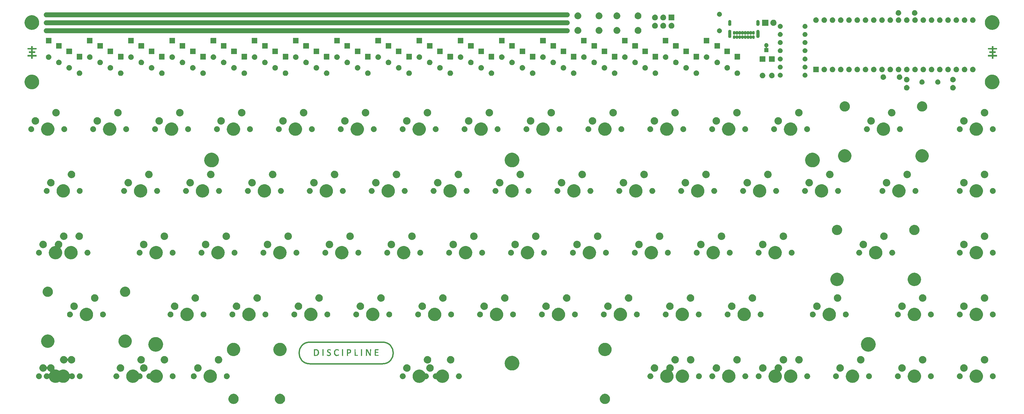
<source format=gbr>
G04 #@! TF.GenerationSoftware,KiCad,Pcbnew,(5.99.0-104-g2b387f4b4)*
G04 #@! TF.CreationDate,2019-09-26T12:15:11-04:00*
G04 #@! TF.ProjectId,discipline-pcb,64697363-6970-46c6-996e-652d7063622e,rev?*
G04 #@! TF.SameCoordinates,Original*
G04 #@! TF.FileFunction,Soldermask,Top*
G04 #@! TF.FilePolarity,Negative*
%FSLAX46Y46*%
G04 Gerber Fmt 4.6, Leading zero omitted, Abs format (unit mm)*
G04 Created by KiCad (PCBNEW (5.99.0-104-g2b387f4b4)) date 2019-09-26 12:15:11*
%MOMM*%
%LPD*%
G04 APERTURE LIST*
%ADD10C,1.500000*%
%ADD11C,0.010000*%
%ADD12C,0.400000*%
%ADD13C,0.100000*%
G04 APERTURE END LIST*
D10*
X230030842Y-54750650D02*
X69659538Y-54750650D01*
X230030842Y-57233920D02*
X69659538Y-57233920D01*
X230030842Y-59717190D02*
X69659538Y-59717190D01*
D11*
G36*
X361063890Y-64987240D02*
G01*
X361633273Y-64989417D01*
X362202656Y-64991593D01*
X362202656Y-65397993D01*
X361063890Y-65402345D01*
X361063890Y-66062626D01*
X361783557Y-66062626D01*
X361783557Y-66494426D01*
X361063890Y-66494426D01*
X361063890Y-67171640D01*
X361633273Y-67173817D01*
X362202656Y-67175993D01*
X362204919Y-67389776D01*
X362207181Y-67603559D01*
X361063890Y-67603559D01*
X361063890Y-68221626D01*
X360623623Y-68221626D01*
X360623623Y-67603559D01*
X359489090Y-67603559D01*
X359489090Y-67171760D01*
X360623623Y-67171760D01*
X360623623Y-66494426D01*
X359912423Y-66494426D01*
X359912423Y-66062626D01*
X360623623Y-66062626D01*
X360623623Y-65402226D01*
X359489090Y-65402226D01*
X359489090Y-64987360D01*
X360623404Y-64987360D01*
X360627856Y-64398926D01*
X360845873Y-64396667D01*
X361063890Y-64394407D01*
X361063890Y-64987240D01*
X361063890Y-64987240D01*
G37*
X361063890Y-64987240D02*
X361633273Y-64989417D01*
X362202656Y-64991593D01*
X362202656Y-65397993D01*
X361063890Y-65402345D01*
X361063890Y-66062626D01*
X361783557Y-66062626D01*
X361783557Y-66494426D01*
X361063890Y-66494426D01*
X361063890Y-67171640D01*
X361633273Y-67173817D01*
X362202656Y-67175993D01*
X362204919Y-67389776D01*
X362207181Y-67603559D01*
X361063890Y-67603559D01*
X361063890Y-68221626D01*
X360623623Y-68221626D01*
X360623623Y-67603559D01*
X359489090Y-67603559D01*
X359489090Y-67171760D01*
X360623623Y-67171760D01*
X360623623Y-66494426D01*
X359912423Y-66494426D01*
X359912423Y-66062626D01*
X360623623Y-66062626D01*
X360623623Y-65402226D01*
X359489090Y-65402226D01*
X359489090Y-64987360D01*
X360623404Y-64987360D01*
X360627856Y-64398926D01*
X360845873Y-64396667D01*
X361063890Y-64394407D01*
X361063890Y-64987240D01*
G36*
X65448259Y-64987240D02*
G01*
X66017642Y-64989417D01*
X66587025Y-64991593D01*
X66587025Y-65397993D01*
X65448259Y-65402345D01*
X65448259Y-66062626D01*
X66167926Y-66062626D01*
X66167926Y-66494426D01*
X65448259Y-66494426D01*
X65448259Y-67171640D01*
X66017642Y-67173817D01*
X66587025Y-67175993D01*
X66589288Y-67389776D01*
X66591550Y-67603559D01*
X65448259Y-67603559D01*
X65448259Y-68221626D01*
X65007992Y-68221626D01*
X65007992Y-67603559D01*
X63873459Y-67603559D01*
X63873459Y-67171760D01*
X65007992Y-67171760D01*
X65007992Y-66494426D01*
X64296792Y-66494426D01*
X64296792Y-66062626D01*
X65007992Y-66062626D01*
X65007992Y-65402226D01*
X63873459Y-65402226D01*
X63873459Y-64987360D01*
X65007773Y-64987360D01*
X65012225Y-64398926D01*
X65230242Y-64396667D01*
X65448259Y-64394407D01*
X65448259Y-64987240D01*
X65448259Y-64987240D01*
G37*
X65448259Y-64987240D02*
X66017642Y-64989417D01*
X66587025Y-64991593D01*
X66587025Y-65397993D01*
X65448259Y-65402345D01*
X65448259Y-66062626D01*
X66167926Y-66062626D01*
X66167926Y-66494426D01*
X65448259Y-66494426D01*
X65448259Y-67171640D01*
X66017642Y-67173817D01*
X66587025Y-67175993D01*
X66589288Y-67389776D01*
X66591550Y-67603559D01*
X65448259Y-67603559D01*
X65448259Y-68221626D01*
X65007992Y-68221626D01*
X65007992Y-67603559D01*
X63873459Y-67603559D01*
X63873459Y-67171760D01*
X65007992Y-67171760D01*
X65007992Y-66494426D01*
X64296792Y-66494426D01*
X64296792Y-66062626D01*
X65007992Y-66062626D01*
X65007992Y-65402226D01*
X63873459Y-65402226D01*
X63873459Y-64987360D01*
X65007773Y-64987360D01*
X65012225Y-64398926D01*
X65230242Y-64396667D01*
X65448259Y-64394407D01*
X65448259Y-64987240D01*
D12*
X150813990Y-162401840D02*
X173113990Y-162401840D01*
X150833990Y-155721840D02*
X173113990Y-155721840D01*
X173103990Y-155721840D02*
G75*
G02X173103990Y-162401840I0J-3340000D01*
G01*
X150803990Y-162401840D02*
G75*
G02X150803990Y-155721840I0J3340000D01*
G01*
D11*
G36*
X171525606Y-157902998D02*
G01*
X171661305Y-157905555D01*
X171751613Y-157911244D01*
X171806479Y-157921237D01*
X171835853Y-157936700D01*
X171849685Y-157958804D01*
X171851142Y-157963102D01*
X171857555Y-158042149D01*
X171849849Y-158077369D01*
X171832544Y-158100096D01*
X171794076Y-158115465D01*
X171723696Y-158124827D01*
X171610656Y-158129532D01*
X171444208Y-158130930D01*
X171423462Y-158130940D01*
X171017632Y-158130940D01*
X171027019Y-158432933D01*
X171036406Y-158734925D01*
X171387370Y-158744191D01*
X171738334Y-158753458D01*
X171738334Y-158947136D01*
X171020082Y-158947136D01*
X171020082Y-159663437D01*
X171852602Y-159681711D01*
X171852602Y-159877598D01*
X171345720Y-159886552D01*
X171130265Y-159888577D01*
X170973635Y-159885689D01*
X170869519Y-159877530D01*
X170811606Y-159863741D01*
X170798869Y-159855537D01*
X170786502Y-159811212D01*
X170776229Y-159711935D01*
X170768056Y-159568014D01*
X170761986Y-159389754D01*
X170758024Y-159187464D01*
X170756173Y-158971448D01*
X170756439Y-158752016D01*
X170758825Y-158539472D01*
X170763336Y-158344125D01*
X170769976Y-158176281D01*
X170778748Y-158046246D01*
X170789659Y-157964329D01*
X170798077Y-157941583D01*
X170844332Y-157924195D01*
X170945226Y-157912039D01*
X171104216Y-157904861D01*
X171324758Y-157902409D01*
X171334566Y-157902406D01*
X171525606Y-157902998D01*
X171525606Y-157902998D01*
G37*
X171525606Y-157902998D02*
X171661305Y-157905555D01*
X171751613Y-157911244D01*
X171806479Y-157921237D01*
X171835853Y-157936700D01*
X171849685Y-157958804D01*
X171851142Y-157963102D01*
X171857555Y-158042149D01*
X171849849Y-158077369D01*
X171832544Y-158100096D01*
X171794076Y-158115465D01*
X171723696Y-158124827D01*
X171610656Y-158129532D01*
X171444208Y-158130930D01*
X171423462Y-158130940D01*
X171017632Y-158130940D01*
X171027019Y-158432933D01*
X171036406Y-158734925D01*
X171387370Y-158744191D01*
X171738334Y-158753458D01*
X171738334Y-158947136D01*
X171020082Y-158947136D01*
X171020082Y-159663437D01*
X171852602Y-159681711D01*
X171852602Y-159877598D01*
X171345720Y-159886552D01*
X171130265Y-159888577D01*
X170973635Y-159885689D01*
X170869519Y-159877530D01*
X170811606Y-159863741D01*
X170798869Y-159855537D01*
X170786502Y-159811212D01*
X170776229Y-159711935D01*
X170768056Y-159568014D01*
X170761986Y-159389754D01*
X170758024Y-159187464D01*
X170756173Y-158971448D01*
X170756439Y-158752016D01*
X170758825Y-158539472D01*
X170763336Y-158344125D01*
X170769976Y-158176281D01*
X170778748Y-158046246D01*
X170789659Y-157964329D01*
X170798077Y-157941583D01*
X170844332Y-157924195D01*
X170945226Y-157912039D01*
X171104216Y-157904861D01*
X171324758Y-157902409D01*
X171334566Y-157902406D01*
X171525606Y-157902998D01*
G36*
X169510603Y-158887898D02*
G01*
X169501959Y-159877598D01*
X169387692Y-159887213D01*
X169294135Y-159882196D01*
X169222011Y-159856968D01*
X169218693Y-159854566D01*
X169189031Y-159815762D01*
X169132731Y-159727413D01*
X169054394Y-159597308D01*
X168958626Y-159433238D01*
X168850029Y-159242992D01*
X168733208Y-159034362D01*
X168721390Y-159013039D01*
X168278819Y-158213776D01*
X168270080Y-159045687D01*
X168261342Y-159877598D01*
X168154755Y-159887865D01*
X168048168Y-159898131D01*
X168056811Y-158908430D01*
X168065455Y-157918729D01*
X168216873Y-157908928D01*
X168317663Y-157908369D01*
X168380040Y-157928909D01*
X168429084Y-157978202D01*
X168461233Y-158028191D01*
X168519369Y-158126778D01*
X168598460Y-158265100D01*
X168693478Y-158434296D01*
X168799393Y-158625502D01*
X168881651Y-158775629D01*
X169273424Y-159493981D01*
X169306072Y-157918729D01*
X169412659Y-157908463D01*
X169519247Y-157898197D01*
X169510603Y-158887898D01*
X169510603Y-158887898D01*
G37*
X169510603Y-158887898D02*
X169501959Y-159877598D01*
X169387692Y-159887213D01*
X169294135Y-159882196D01*
X169222011Y-159856968D01*
X169218693Y-159854566D01*
X169189031Y-159815762D01*
X169132731Y-159727413D01*
X169054394Y-159597308D01*
X168958626Y-159433238D01*
X168850029Y-159242992D01*
X168733208Y-159034362D01*
X168721390Y-159013039D01*
X168278819Y-158213776D01*
X168270080Y-159045687D01*
X168261342Y-159877598D01*
X168154755Y-159887865D01*
X168048168Y-159898131D01*
X168056811Y-158908430D01*
X168065455Y-157918729D01*
X168216873Y-157908928D01*
X168317663Y-157908369D01*
X168380040Y-157928909D01*
X168429084Y-157978202D01*
X168461233Y-158028191D01*
X168519369Y-158126778D01*
X168598460Y-158265100D01*
X168693478Y-158434296D01*
X168799393Y-158625502D01*
X168881651Y-158775629D01*
X169273424Y-159493981D01*
X169306072Y-157918729D01*
X169412659Y-157908463D01*
X169519247Y-157898197D01*
X169510603Y-158887898D01*
G36*
X166669761Y-157908597D02*
G01*
X166792190Y-157918729D01*
X166792190Y-159877598D01*
X166547332Y-159897864D01*
X166547332Y-157898464D01*
X166669761Y-157908597D01*
X166669761Y-157908597D01*
G37*
X166669761Y-157908597D02*
X166792190Y-157918729D01*
X166792190Y-159877598D01*
X166547332Y-159897864D01*
X166547332Y-157898464D01*
X166669761Y-157908597D01*
G36*
X164645597Y-157908597D02*
G01*
X164768026Y-157918729D01*
X164785412Y-159663259D01*
X165518926Y-159681711D01*
X165518926Y-159877598D01*
X165043648Y-159886597D01*
X164873642Y-159888312D01*
X164727342Y-159886945D01*
X164616934Y-159882829D01*
X164554604Y-159876298D01*
X164545769Y-159872994D01*
X164540084Y-159835835D01*
X164534922Y-159741624D01*
X164530472Y-159598604D01*
X164526919Y-159415017D01*
X164524450Y-159199108D01*
X164523252Y-158959118D01*
X164523167Y-158874428D01*
X164523167Y-157898464D01*
X164645597Y-157908597D01*
X164645597Y-157908597D01*
G37*
X164645597Y-157908597D02*
X164768026Y-157918729D01*
X164785412Y-159663259D01*
X165518926Y-159681711D01*
X165518926Y-159877598D01*
X165043648Y-159886597D01*
X164873642Y-159888312D01*
X164727342Y-159886945D01*
X164616934Y-159882829D01*
X164554604Y-159876298D01*
X164545769Y-159872994D01*
X164540084Y-159835835D01*
X164534922Y-159741624D01*
X164530472Y-159598604D01*
X164526919Y-159415017D01*
X164524450Y-159199108D01*
X164523252Y-158959118D01*
X164523167Y-158874428D01*
X164523167Y-157898464D01*
X164645597Y-157908597D01*
G36*
X162640184Y-157908341D02*
G01*
X162810327Y-157916645D01*
X162930874Y-157928155D01*
X163017527Y-157945751D01*
X163085985Y-157972314D01*
X163133137Y-157998805D01*
X163259726Y-158098816D01*
X163337737Y-158219075D01*
X163374510Y-158374201D01*
X163379835Y-158490066D01*
X163356125Y-158701607D01*
X163284980Y-158870024D01*
X163165006Y-158996624D01*
X162994806Y-159082710D01*
X162772987Y-159129590D01*
X162688909Y-159136639D01*
X162433707Y-159151412D01*
X162433707Y-159893922D01*
X162324881Y-159893922D01*
X162244211Y-159887949D01*
X162195764Y-159873442D01*
X162194290Y-159872157D01*
X162188708Y-159835128D01*
X162183655Y-159741216D01*
X162179323Y-159598833D01*
X162175902Y-159416390D01*
X162173583Y-159202298D01*
X162172558Y-158964970D01*
X162172525Y-158913044D01*
X162172962Y-158635039D01*
X162174506Y-158415351D01*
X162177508Y-158247009D01*
X162182010Y-158130940D01*
X162433707Y-158130940D01*
X162433707Y-158517273D01*
X162435448Y-158669998D01*
X162440184Y-158798078D01*
X162447187Y-158887837D01*
X162455472Y-158925370D01*
X162507472Y-158942316D01*
X162600909Y-158945923D01*
X162713444Y-158936853D01*
X162822735Y-158915767D01*
X162827905Y-158914355D01*
X162966837Y-158850165D01*
X163058215Y-158745225D01*
X163106038Y-158594273D01*
X163112426Y-158540007D01*
X163118002Y-158433191D01*
X163106160Y-158363664D01*
X163067531Y-158303920D01*
X163012292Y-158245926D01*
X162947913Y-158185586D01*
X162891638Y-158151167D01*
X162821604Y-158135420D01*
X162715950Y-158131096D01*
X162665507Y-158130940D01*
X162433707Y-158130940D01*
X162182010Y-158130940D01*
X162182317Y-158123038D01*
X162189283Y-158036466D01*
X162198757Y-157980320D01*
X162211089Y-157947626D01*
X162221624Y-157934948D01*
X162269752Y-157915880D01*
X162361979Y-157905900D01*
X162506005Y-157904517D01*
X162640184Y-157908341D01*
X162640184Y-157908341D01*
G37*
X162640184Y-157908341D02*
X162810327Y-157916645D01*
X162930874Y-157928155D01*
X163017527Y-157945751D01*
X163085985Y-157972314D01*
X163133137Y-157998805D01*
X163259726Y-158098816D01*
X163337737Y-158219075D01*
X163374510Y-158374201D01*
X163379835Y-158490066D01*
X163356125Y-158701607D01*
X163284980Y-158870024D01*
X163165006Y-158996624D01*
X162994806Y-159082710D01*
X162772987Y-159129590D01*
X162688909Y-159136639D01*
X162433707Y-159151412D01*
X162433707Y-159893922D01*
X162324881Y-159893922D01*
X162244211Y-159887949D01*
X162195764Y-159873442D01*
X162194290Y-159872157D01*
X162188708Y-159835128D01*
X162183655Y-159741216D01*
X162179323Y-159598833D01*
X162175902Y-159416390D01*
X162173583Y-159202298D01*
X162172558Y-158964970D01*
X162172525Y-158913044D01*
X162172962Y-158635039D01*
X162174506Y-158415351D01*
X162177508Y-158247009D01*
X162182010Y-158130940D01*
X162433707Y-158130940D01*
X162433707Y-158517273D01*
X162435448Y-158669998D01*
X162440184Y-158798078D01*
X162447187Y-158887837D01*
X162455472Y-158925370D01*
X162507472Y-158942316D01*
X162600909Y-158945923D01*
X162713444Y-158936853D01*
X162822735Y-158915767D01*
X162827905Y-158914355D01*
X162966837Y-158850165D01*
X163058215Y-158745225D01*
X163106038Y-158594273D01*
X163112426Y-158540007D01*
X163118002Y-158433191D01*
X163106160Y-158363664D01*
X163067531Y-158303920D01*
X163012292Y-158245926D01*
X162947913Y-158185586D01*
X162891638Y-158151167D01*
X162821604Y-158135420D01*
X162715950Y-158131096D01*
X162665507Y-158130940D01*
X162433707Y-158130940D01*
X162182010Y-158130940D01*
X162182317Y-158123038D01*
X162189283Y-158036466D01*
X162198757Y-157980320D01*
X162211089Y-157947626D01*
X162221624Y-157934948D01*
X162269752Y-157915880D01*
X162361979Y-157905900D01*
X162506005Y-157904517D01*
X162640184Y-157908341D01*
G36*
X160931908Y-159893922D02*
G01*
X160816616Y-159893922D01*
X160735729Y-159883371D01*
X160688121Y-159857493D01*
X160685511Y-159852715D01*
X160681755Y-159810581D01*
X160678910Y-159711752D01*
X160677039Y-159564824D01*
X160676203Y-159378391D01*
X160676465Y-159161048D01*
X160677886Y-158921391D01*
X160678374Y-158865119D01*
X160687049Y-157918729D01*
X160809478Y-157908597D01*
X160931908Y-157898464D01*
X160931908Y-159893922D01*
X160931908Y-159893922D01*
G37*
X160931908Y-159893922D02*
X160816616Y-159893922D01*
X160735729Y-159883371D01*
X160688121Y-159857493D01*
X160685511Y-159852715D01*
X160681755Y-159810581D01*
X160678910Y-159711752D01*
X160677039Y-159564824D01*
X160676203Y-159378391D01*
X160676465Y-159161048D01*
X160677886Y-158921391D01*
X160678374Y-158865119D01*
X160687049Y-157918729D01*
X160809478Y-157908597D01*
X160931908Y-157898464D01*
X160931908Y-159893922D01*
G36*
X154908386Y-159877598D02*
G01*
X154802056Y-159887846D01*
X154716056Y-159882785D01*
X154679113Y-159854800D01*
X154675152Y-159812115D01*
X154672121Y-159712760D01*
X154670091Y-159565354D01*
X154669130Y-159378517D01*
X154669307Y-159160868D01*
X154670693Y-158921028D01*
X154671176Y-158865119D01*
X154679851Y-157918729D01*
X154908386Y-157918729D01*
X154908386Y-159877598D01*
X154908386Y-159877598D01*
G37*
X154908386Y-159877598D02*
X154802056Y-159887846D01*
X154716056Y-159882785D01*
X154679113Y-159854800D01*
X154675152Y-159812115D01*
X154672121Y-159712760D01*
X154670091Y-159565354D01*
X154669130Y-159378517D01*
X154669307Y-159160868D01*
X154670693Y-158921028D01*
X154671176Y-158865119D01*
X154679851Y-157918729D01*
X154908386Y-157918729D01*
X154908386Y-159877598D01*
G36*
X152621326Y-157911161D02*
G01*
X152834435Y-157935264D01*
X153011029Y-157984087D01*
X153163961Y-158060087D01*
X153171114Y-158064580D01*
X153322727Y-158198165D01*
X153436579Y-158377780D01*
X153509514Y-158594083D01*
X153538374Y-158837731D01*
X153520265Y-159097732D01*
X153457946Y-159345797D01*
X153356482Y-159544101D01*
X153212534Y-159697489D01*
X153031136Y-159807044D01*
X152939960Y-159835845D01*
X152811893Y-159859870D01*
X152660751Y-159878431D01*
X152500353Y-159890842D01*
X152344516Y-159896415D01*
X152207057Y-159894464D01*
X152101793Y-159884301D01*
X152042543Y-159865240D01*
X152035316Y-159856561D01*
X152031181Y-159813410D01*
X152027993Y-159713610D01*
X152025829Y-159565801D01*
X152024762Y-159378622D01*
X152024869Y-159160716D01*
X152026223Y-158920722D01*
X152026703Y-158865119D01*
X152033432Y-158130940D01*
X152280237Y-158130940D01*
X152280237Y-159665388D01*
X152534501Y-159665388D01*
X152691709Y-159659976D01*
X152809169Y-159640693D01*
X152911761Y-159602971D01*
X152934437Y-159591930D01*
X153072327Y-159494221D01*
X153169397Y-159357567D01*
X153229022Y-159175494D01*
X153252686Y-158981965D01*
X153251505Y-158750547D01*
X153216269Y-158564508D01*
X153143869Y-158411730D01*
X153087406Y-158337859D01*
X152980725Y-158237453D01*
X152861506Y-158173665D01*
X152712803Y-158140248D01*
X152526144Y-158130940D01*
X152280237Y-158130940D01*
X152033432Y-158130940D01*
X152035378Y-157918729D01*
X152358850Y-157909323D01*
X152621326Y-157911161D01*
X152621326Y-157911161D01*
G37*
X152621326Y-157911161D02*
X152834435Y-157935264D01*
X153011029Y-157984087D01*
X153163961Y-158060087D01*
X153171114Y-158064580D01*
X153322727Y-158198165D01*
X153436579Y-158377780D01*
X153509514Y-158594083D01*
X153538374Y-158837731D01*
X153520265Y-159097732D01*
X153457946Y-159345797D01*
X153356482Y-159544101D01*
X153212534Y-159697489D01*
X153031136Y-159807044D01*
X152939960Y-159835845D01*
X152811893Y-159859870D01*
X152660751Y-159878431D01*
X152500353Y-159890842D01*
X152344516Y-159896415D01*
X152207057Y-159894464D01*
X152101793Y-159884301D01*
X152042543Y-159865240D01*
X152035316Y-159856561D01*
X152031181Y-159813410D01*
X152027993Y-159713610D01*
X152025829Y-159565801D01*
X152024762Y-159378622D01*
X152024869Y-159160716D01*
X152026223Y-158920722D01*
X152026703Y-158865119D01*
X152033432Y-158130940D01*
X152280237Y-158130940D01*
X152280237Y-159665388D01*
X152534501Y-159665388D01*
X152691709Y-159659976D01*
X152809169Y-159640693D01*
X152911761Y-159602971D01*
X152934437Y-159591930D01*
X153072327Y-159494221D01*
X153169397Y-159357567D01*
X153229022Y-159175494D01*
X153252686Y-158981965D01*
X153251505Y-158750547D01*
X153216269Y-158564508D01*
X153143869Y-158411730D01*
X153087406Y-158337859D01*
X152980725Y-158237453D01*
X152861506Y-158173665D01*
X152712803Y-158140248D01*
X152526144Y-158130940D01*
X152280237Y-158130940D01*
X152033432Y-158130940D01*
X152035378Y-157918729D01*
X152358850Y-157909323D01*
X152621326Y-157911161D01*
G36*
X159184920Y-157883589D02*
G01*
X159397778Y-157937749D01*
X159456496Y-157964508D01*
X159561021Y-158031974D01*
X159613290Y-158108246D01*
X159625995Y-158196979D01*
X159611023Y-158260323D01*
X159563263Y-158274142D01*
X159478455Y-158238661D01*
X159428299Y-158207488D01*
X159290124Y-158138788D01*
X159129475Y-158108433D01*
X159108840Y-158106974D01*
X158919596Y-158119816D01*
X158766117Y-158186177D01*
X158642921Y-158309195D01*
X158583183Y-158407741D01*
X158544599Y-158490045D01*
X158520024Y-158567936D01*
X158506411Y-158659900D01*
X158500715Y-158784423D01*
X158499808Y-158913782D01*
X158501851Y-159077888D01*
X158509607Y-159194326D01*
X158525791Y-159280651D01*
X158553119Y-159354423D01*
X158574582Y-159397324D01*
X158685067Y-159540939D01*
X158831334Y-159637992D01*
X159001139Y-159686157D01*
X159182237Y-159683109D01*
X159362383Y-159626521D01*
X159464352Y-159566307D01*
X159535970Y-159522292D01*
X159587914Y-159502264D01*
X159590225Y-159502149D01*
X159621023Y-159527916D01*
X159626450Y-159590716D01*
X159609555Y-159668796D01*
X159573390Y-159740406D01*
X159553656Y-159762886D01*
X159432981Y-159838884D01*
X159269784Y-159891589D01*
X159083739Y-159917589D01*
X158894516Y-159913477D01*
X158788846Y-159895426D01*
X158601335Y-159818810D01*
X158445405Y-159689520D01*
X158324378Y-159513747D01*
X158241573Y-159297680D01*
X158200312Y-159047508D01*
X158201293Y-158800220D01*
X158242898Y-158547718D01*
X158324011Y-158325698D01*
X158439775Y-158144708D01*
X158552618Y-158037609D01*
X158744479Y-157934963D01*
X158961200Y-157883142D01*
X159184920Y-157883589D01*
X159184920Y-157883589D01*
G37*
X159184920Y-157883589D02*
X159397778Y-157937749D01*
X159456496Y-157964508D01*
X159561021Y-158031974D01*
X159613290Y-158108246D01*
X159625995Y-158196979D01*
X159611023Y-158260323D01*
X159563263Y-158274142D01*
X159478455Y-158238661D01*
X159428299Y-158207488D01*
X159290124Y-158138788D01*
X159129475Y-158108433D01*
X159108840Y-158106974D01*
X158919596Y-158119816D01*
X158766117Y-158186177D01*
X158642921Y-158309195D01*
X158583183Y-158407741D01*
X158544599Y-158490045D01*
X158520024Y-158567936D01*
X158506411Y-158659900D01*
X158500715Y-158784423D01*
X158499808Y-158913782D01*
X158501851Y-159077888D01*
X158509607Y-159194326D01*
X158525791Y-159280651D01*
X158553119Y-159354423D01*
X158574582Y-159397324D01*
X158685067Y-159540939D01*
X158831334Y-159637992D01*
X159001139Y-159686157D01*
X159182237Y-159683109D01*
X159362383Y-159626521D01*
X159464352Y-159566307D01*
X159535970Y-159522292D01*
X159587914Y-159502264D01*
X159590225Y-159502149D01*
X159621023Y-159527916D01*
X159626450Y-159590716D01*
X159609555Y-159668796D01*
X159573390Y-159740406D01*
X159553656Y-159762886D01*
X159432981Y-159838884D01*
X159269784Y-159891589D01*
X159083739Y-159917589D01*
X158894516Y-159913477D01*
X158788846Y-159895426D01*
X158601335Y-159818810D01*
X158445405Y-159689520D01*
X158324378Y-159513747D01*
X158241573Y-159297680D01*
X158200312Y-159047508D01*
X158201293Y-158800220D01*
X158242898Y-158547718D01*
X158324011Y-158325698D01*
X158439775Y-158144708D01*
X158552618Y-158037609D01*
X158744479Y-157934963D01*
X158961200Y-157883142D01*
X159184920Y-157883589D01*
G36*
X156835154Y-157897780D02*
G01*
X156958225Y-157931926D01*
X157050714Y-157976184D01*
X157092940Y-158021021D01*
X157110806Y-158105393D01*
X157104023Y-158179225D01*
X157084294Y-158209575D01*
X157040635Y-158206546D01*
X156963950Y-158178530D01*
X156930476Y-158162531D01*
X156772547Y-158105881D01*
X156623463Y-158095194D01*
X156494131Y-158126604D01*
X156395457Y-158196247D01*
X156338348Y-158300259D01*
X156328566Y-158375799D01*
X156351955Y-158488627D01*
X156425827Y-158587788D01*
X156555738Y-158679089D01*
X156675154Y-158737984D01*
X156902368Y-158853928D01*
X157065686Y-158972400D01*
X157149054Y-159067479D01*
X157191253Y-159175462D01*
X157208959Y-159316397D01*
X157201480Y-159462430D01*
X157168123Y-159585708D01*
X157162258Y-159597824D01*
X157052884Y-159741399D01*
X156899291Y-159846020D01*
X156712278Y-159907895D01*
X156502645Y-159923233D01*
X156312242Y-159896250D01*
X156195653Y-159857725D01*
X156093505Y-159806223D01*
X156029707Y-159753981D01*
X156027073Y-159750282D01*
X156005764Y-159684803D01*
X156006386Y-159608687D01*
X156027990Y-159555989D01*
X156032584Y-159552450D01*
X156077249Y-159555165D01*
X156155647Y-159583565D01*
X156199342Y-159604625D01*
X156373513Y-159671717D01*
X156541162Y-159693686D01*
X156692305Y-159673816D01*
X156816959Y-159615391D01*
X156905141Y-159521694D01*
X156946867Y-159396008D01*
X156948874Y-159358100D01*
X156927387Y-159268890D01*
X156859403Y-159179720D01*
X156739639Y-159085674D01*
X156562812Y-158981836D01*
X156520851Y-158959831D01*
X156336913Y-158856057D01*
X156207810Y-158759087D01*
X156125335Y-158658725D01*
X156081279Y-158544774D01*
X156067433Y-158407039D01*
X156067383Y-158396560D01*
X156093057Y-158209429D01*
X156169712Y-158062966D01*
X156296795Y-157957737D01*
X156473754Y-157894311D01*
X156570012Y-157879507D01*
X156699688Y-157878666D01*
X156835154Y-157897780D01*
X156835154Y-157897780D01*
G37*
X156835154Y-157897780D02*
X156958225Y-157931926D01*
X157050714Y-157976184D01*
X157092940Y-158021021D01*
X157110806Y-158105393D01*
X157104023Y-158179225D01*
X157084294Y-158209575D01*
X157040635Y-158206546D01*
X156963950Y-158178530D01*
X156930476Y-158162531D01*
X156772547Y-158105881D01*
X156623463Y-158095194D01*
X156494131Y-158126604D01*
X156395457Y-158196247D01*
X156338348Y-158300259D01*
X156328566Y-158375799D01*
X156351955Y-158488627D01*
X156425827Y-158587788D01*
X156555738Y-158679089D01*
X156675154Y-158737984D01*
X156902368Y-158853928D01*
X157065686Y-158972400D01*
X157149054Y-159067479D01*
X157191253Y-159175462D01*
X157208959Y-159316397D01*
X157201480Y-159462430D01*
X157168123Y-159585708D01*
X157162258Y-159597824D01*
X157052884Y-159741399D01*
X156899291Y-159846020D01*
X156712278Y-159907895D01*
X156502645Y-159923233D01*
X156312242Y-159896250D01*
X156195653Y-159857725D01*
X156093505Y-159806223D01*
X156029707Y-159753981D01*
X156027073Y-159750282D01*
X156005764Y-159684803D01*
X156006386Y-159608687D01*
X156027990Y-159555989D01*
X156032584Y-159552450D01*
X156077249Y-159555165D01*
X156155647Y-159583565D01*
X156199342Y-159604625D01*
X156373513Y-159671717D01*
X156541162Y-159693686D01*
X156692305Y-159673816D01*
X156816959Y-159615391D01*
X156905141Y-159521694D01*
X156946867Y-159396008D01*
X156948874Y-159358100D01*
X156927387Y-159268890D01*
X156859403Y-159179720D01*
X156739639Y-159085674D01*
X156562812Y-158981836D01*
X156520851Y-158959831D01*
X156336913Y-158856057D01*
X156207810Y-158759087D01*
X156125335Y-158658725D01*
X156081279Y-158544774D01*
X156067433Y-158407039D01*
X156067383Y-158396560D01*
X156093057Y-158209429D01*
X156169712Y-158062966D01*
X156296795Y-157957737D01*
X156473754Y-157894311D01*
X156570012Y-157879507D01*
X156699688Y-157878666D01*
X156835154Y-157897780D01*
D13*
G36*
X141598351Y-171637750D02*
G01*
X141654934Y-171635774D01*
X141723260Y-171644405D01*
X141786705Y-171647786D01*
X141843445Y-171659588D01*
X141906384Y-171667539D01*
X141965941Y-171685068D01*
X142021317Y-171696586D01*
X142082152Y-171719270D01*
X142149520Y-171739098D01*
X142199343Y-171762969D01*
X142245839Y-171780307D01*
X142308669Y-171815350D01*
X142378088Y-171848610D01*
X142417844Y-171876241D01*
X142455114Y-171897028D01*
X142517466Y-171945480D01*
X142586207Y-171993256D01*
X142616113Y-172022135D01*
X142644336Y-172044067D01*
X142703519Y-172106542D01*
X142768523Y-172169316D01*
X142789324Y-172197121D01*
X142809128Y-172218027D01*
X142862269Y-172294629D01*
X142920344Y-172372260D01*
X142933252Y-172396951D01*
X142945715Y-172414916D01*
X142989903Y-172505313D01*
X143037766Y-172596867D01*
X143044391Y-172616784D01*
X143050951Y-172630203D01*
X143083306Y-172733765D01*
X143117767Y-172837358D01*
X143120023Y-172851290D01*
X143122411Y-172858932D01*
X143140196Y-172975843D01*
X143158288Y-173087546D01*
X143155289Y-173373951D01*
X143148823Y-173409179D01*
X143148274Y-173427691D01*
X143127966Y-173522821D01*
X143109537Y-173623236D01*
X143102031Y-173644316D01*
X143098625Y-173660270D01*
X143060778Y-173760167D01*
X143024517Y-173861999D01*
X143017056Y-173875570D01*
X143013729Y-173884352D01*
X142956720Y-173985320D01*
X142902417Y-174084097D01*
X142897123Y-174090873D01*
X142895913Y-174093016D01*
X142809597Y-174202901D01*
X142746379Y-174283817D01*
X142663832Y-174360256D01*
X142573065Y-174445343D01*
X142568752Y-174448302D01*
X142560416Y-174456021D01*
X142467773Y-174517573D01*
X142375459Y-174580900D01*
X142364508Y-174586182D01*
X142349314Y-174596277D01*
X142253025Y-174639956D01*
X142159630Y-174685004D01*
X142141371Y-174690604D01*
X142118503Y-174700977D01*
X142022461Y-174727071D01*
X141930536Y-174755263D01*
X141904790Y-174759042D01*
X141873921Y-174767429D01*
X141781400Y-174777153D01*
X141693446Y-174790063D01*
X141660484Y-174789862D01*
X141621861Y-174793921D01*
X141535608Y-174789099D01*
X141453820Y-174788599D01*
X141414418Y-174782323D01*
X141368808Y-174779773D01*
X141290985Y-174762663D01*
X141217174Y-174750906D01*
X141172564Y-174736626D01*
X141121272Y-174725349D01*
X141053464Y-174698502D01*
X140988956Y-174677853D01*
X140940801Y-174653896D01*
X140885621Y-174632049D01*
X140828795Y-174598174D01*
X140774411Y-174571118D01*
X140724742Y-174536145D01*
X140667919Y-174502272D01*
X140622461Y-174464128D01*
X140578482Y-174433162D01*
X140529639Y-174386241D01*
X140473767Y-174339359D01*
X140439445Y-174299597D01*
X140405671Y-174267152D01*
X140360237Y-174207834D01*
X140308158Y-174147500D01*
X140284212Y-174108576D01*
X140259960Y-174076913D01*
X140220632Y-174005228D01*
X140175355Y-173931631D01*
X140160553Y-173895720D01*
X140144700Y-173866823D01*
X140114222Y-173783311D01*
X140078773Y-173697306D01*
X140071470Y-173666168D01*
X140062548Y-173641722D01*
X140043625Y-173547452D01*
X140020898Y-173450554D01*
X140019146Y-173425503D01*
X140015388Y-173406780D01*
X140010593Y-173303178D01*
X140003219Y-173197723D01*
X140004871Y-173179565D01*
X140004309Y-173167412D01*
X140016110Y-173056072D01*
X140026189Y-172945318D01*
X140029015Y-172934310D01*
X140029566Y-172929115D01*
X140061192Y-172808990D01*
X140089219Y-172699832D01*
X140130415Y-172605538D01*
X140185935Y-172477546D01*
X140187243Y-172475465D01*
X140190687Y-172467582D01*
X140251771Y-172372798D01*
X140313451Y-172274662D01*
X140319591Y-172267561D01*
X140327982Y-172254541D01*
X140400293Y-172174232D01*
X140470184Y-172093405D01*
X140482606Y-172082814D01*
X140497572Y-172066193D01*
X140577102Y-172002249D01*
X140652537Y-171937935D01*
X140672314Y-171925697D01*
X140695094Y-171907381D01*
X140778244Y-171860145D01*
X140856301Y-171811842D01*
X140884078Y-171800023D01*
X140915466Y-171782192D01*
X140998954Y-171751143D01*
X141076804Y-171718018D01*
X141112758Y-171708820D01*
X141153019Y-171693847D01*
X141233834Y-171677845D01*
X141308952Y-171658628D01*
X141352795Y-171654291D01*
X141401640Y-171644619D01*
X141477237Y-171641979D01*
X141547418Y-171635036D01*
X141598351Y-171637750D01*
X141598351Y-171637750D01*
G37*
G36*
X241604826Y-171637517D02*
G01*
X241654734Y-171635774D01*
X241657127Y-171636076D01*
X241665786Y-171635774D01*
X241734113Y-171644406D01*
X241797557Y-171647786D01*
X241854297Y-171659588D01*
X241917236Y-171667539D01*
X241976793Y-171685068D01*
X242032169Y-171696586D01*
X242093004Y-171719270D01*
X242160372Y-171739098D01*
X242210195Y-171762969D01*
X242256691Y-171780307D01*
X242319521Y-171815350D01*
X242388940Y-171848610D01*
X242428696Y-171876241D01*
X242465966Y-171897028D01*
X242528318Y-171945480D01*
X242597059Y-171993256D01*
X242626965Y-172022135D01*
X242655188Y-172044067D01*
X242714371Y-172106542D01*
X242779375Y-172169316D01*
X242800176Y-172197121D01*
X242819980Y-172218027D01*
X242873121Y-172294629D01*
X242931196Y-172372260D01*
X242944104Y-172396951D01*
X242956567Y-172414916D01*
X243000755Y-172505313D01*
X243048618Y-172596867D01*
X243055243Y-172616784D01*
X243061803Y-172630203D01*
X243094158Y-172733765D01*
X243128619Y-172837358D01*
X243130875Y-172851290D01*
X243133263Y-172858932D01*
X243151048Y-172975843D01*
X243169140Y-173087546D01*
X243166141Y-173373951D01*
X243159675Y-173409179D01*
X243159126Y-173427691D01*
X243138818Y-173522821D01*
X243120389Y-173623236D01*
X243112883Y-173644316D01*
X243109477Y-173660270D01*
X243071630Y-173760167D01*
X243035369Y-173861999D01*
X243027908Y-173875570D01*
X243024581Y-173884352D01*
X242967572Y-173985320D01*
X242913269Y-174084097D01*
X242907975Y-174090873D01*
X242906765Y-174093016D01*
X242820449Y-174202901D01*
X242757231Y-174283817D01*
X242674684Y-174360256D01*
X242583917Y-174445343D01*
X242579604Y-174448302D01*
X242571268Y-174456021D01*
X242478625Y-174517573D01*
X242386311Y-174580900D01*
X242375360Y-174586182D01*
X242360166Y-174596277D01*
X242263877Y-174639956D01*
X242170482Y-174685004D01*
X242152223Y-174690604D01*
X242129355Y-174700977D01*
X242033313Y-174727071D01*
X241941388Y-174755263D01*
X241915642Y-174759042D01*
X241884773Y-174767429D01*
X241792254Y-174777153D01*
X241704299Y-174790063D01*
X241703198Y-174790056D01*
X241702309Y-174790118D01*
X241670732Y-174789925D01*
X241632713Y-174793921D01*
X241625499Y-174793518D01*
X241621661Y-174793921D01*
X241535406Y-174789099D01*
X241453620Y-174788599D01*
X241414218Y-174782323D01*
X241368608Y-174779773D01*
X241290785Y-174762663D01*
X241216974Y-174750906D01*
X241172364Y-174736626D01*
X241121072Y-174725349D01*
X241053264Y-174698502D01*
X240988756Y-174677853D01*
X240940601Y-174653896D01*
X240885421Y-174632049D01*
X240828595Y-174598174D01*
X240774211Y-174571118D01*
X240724542Y-174536145D01*
X240667719Y-174502272D01*
X240622261Y-174464128D01*
X240578282Y-174433162D01*
X240529439Y-174386241D01*
X240473567Y-174339359D01*
X240439245Y-174299597D01*
X240405471Y-174267152D01*
X240360037Y-174207834D01*
X240307958Y-174147500D01*
X240284012Y-174108576D01*
X240259760Y-174076913D01*
X240220432Y-174005228D01*
X240175155Y-173931631D01*
X240160353Y-173895720D01*
X240144500Y-173866823D01*
X240114022Y-173783311D01*
X240078573Y-173697306D01*
X240071270Y-173666168D01*
X240062348Y-173641722D01*
X240043425Y-173547452D01*
X240020698Y-173450554D01*
X240018946Y-173425503D01*
X240015188Y-173406780D01*
X240010393Y-173303178D01*
X240003019Y-173197723D01*
X240004671Y-173179565D01*
X240004109Y-173167412D01*
X240015910Y-173056072D01*
X240025989Y-172945318D01*
X240028815Y-172934310D01*
X240029366Y-172929115D01*
X240060992Y-172808990D01*
X240089019Y-172699832D01*
X240130215Y-172605538D01*
X240185735Y-172477546D01*
X240187043Y-172475465D01*
X240190487Y-172467582D01*
X240251571Y-172372798D01*
X240313251Y-172274662D01*
X240319391Y-172267561D01*
X240327782Y-172254541D01*
X240400093Y-172174232D01*
X240469984Y-172093405D01*
X240482406Y-172082814D01*
X240497372Y-172066193D01*
X240576902Y-172002249D01*
X240652337Y-171937935D01*
X240672114Y-171925697D01*
X240694894Y-171907381D01*
X240778044Y-171860145D01*
X240856101Y-171811842D01*
X240883878Y-171800023D01*
X240915266Y-171782192D01*
X240998754Y-171751143D01*
X241076604Y-171718018D01*
X241112558Y-171708820D01*
X241152819Y-171693847D01*
X241233634Y-171677845D01*
X241308752Y-171658628D01*
X241352595Y-171654291D01*
X241401440Y-171644619D01*
X241477038Y-171641979D01*
X241549523Y-171634808D01*
X241552655Y-171634737D01*
X241604826Y-171637517D01*
X241604826Y-171637517D01*
G37*
G36*
X127309203Y-171637750D02*
G01*
X127365786Y-171635774D01*
X127434112Y-171644405D01*
X127497557Y-171647786D01*
X127554297Y-171659588D01*
X127617236Y-171667539D01*
X127676793Y-171685068D01*
X127732169Y-171696586D01*
X127793004Y-171719270D01*
X127860372Y-171739098D01*
X127910195Y-171762969D01*
X127956691Y-171780307D01*
X128019521Y-171815350D01*
X128088940Y-171848610D01*
X128128696Y-171876241D01*
X128165966Y-171897028D01*
X128228318Y-171945480D01*
X128297059Y-171993256D01*
X128326965Y-172022135D01*
X128355188Y-172044067D01*
X128414371Y-172106542D01*
X128479375Y-172169316D01*
X128500176Y-172197121D01*
X128519980Y-172218027D01*
X128573121Y-172294629D01*
X128631196Y-172372260D01*
X128644104Y-172396951D01*
X128656567Y-172414916D01*
X128700755Y-172505313D01*
X128748618Y-172596867D01*
X128755243Y-172616784D01*
X128761803Y-172630203D01*
X128794158Y-172733765D01*
X128828619Y-172837358D01*
X128830875Y-172851290D01*
X128833263Y-172858932D01*
X128851048Y-172975843D01*
X128869140Y-173087546D01*
X128866141Y-173373951D01*
X128859675Y-173409179D01*
X128859126Y-173427691D01*
X128838818Y-173522821D01*
X128820389Y-173623236D01*
X128812883Y-173644316D01*
X128809477Y-173660270D01*
X128771630Y-173760167D01*
X128735369Y-173861999D01*
X128727908Y-173875570D01*
X128724581Y-173884352D01*
X128667572Y-173985320D01*
X128613269Y-174084097D01*
X128607975Y-174090873D01*
X128606765Y-174093016D01*
X128520449Y-174202901D01*
X128457231Y-174283817D01*
X128374684Y-174360256D01*
X128283917Y-174445343D01*
X128279604Y-174448302D01*
X128271268Y-174456021D01*
X128178625Y-174517573D01*
X128086311Y-174580900D01*
X128075360Y-174586182D01*
X128060166Y-174596277D01*
X127963877Y-174639956D01*
X127870482Y-174685004D01*
X127852223Y-174690604D01*
X127829355Y-174700977D01*
X127733313Y-174727071D01*
X127641388Y-174755263D01*
X127615642Y-174759042D01*
X127584773Y-174767429D01*
X127492252Y-174777153D01*
X127404298Y-174790063D01*
X127371336Y-174789862D01*
X127332713Y-174793921D01*
X127246460Y-174789099D01*
X127164672Y-174788599D01*
X127125270Y-174782323D01*
X127079660Y-174779773D01*
X127001837Y-174762663D01*
X126928026Y-174750906D01*
X126883416Y-174736626D01*
X126832124Y-174725349D01*
X126764316Y-174698502D01*
X126699808Y-174677853D01*
X126651653Y-174653896D01*
X126596473Y-174632049D01*
X126539647Y-174598174D01*
X126485263Y-174571118D01*
X126435594Y-174536145D01*
X126378771Y-174502272D01*
X126333313Y-174464128D01*
X126289334Y-174433162D01*
X126240491Y-174386241D01*
X126184619Y-174339359D01*
X126150297Y-174299597D01*
X126116523Y-174267152D01*
X126071089Y-174207834D01*
X126019010Y-174147500D01*
X125995064Y-174108576D01*
X125970812Y-174076913D01*
X125931484Y-174005228D01*
X125886207Y-173931631D01*
X125871405Y-173895720D01*
X125855552Y-173866823D01*
X125825074Y-173783311D01*
X125789625Y-173697306D01*
X125782322Y-173666168D01*
X125773400Y-173641722D01*
X125754477Y-173547452D01*
X125731750Y-173450554D01*
X125729998Y-173425503D01*
X125726240Y-173406780D01*
X125721445Y-173303178D01*
X125714071Y-173197723D01*
X125715723Y-173179565D01*
X125715161Y-173167412D01*
X125726962Y-173056072D01*
X125737041Y-172945318D01*
X125739867Y-172934310D01*
X125740418Y-172929115D01*
X125772044Y-172808990D01*
X125800071Y-172699832D01*
X125841267Y-172605538D01*
X125896787Y-172477546D01*
X125898095Y-172475465D01*
X125901539Y-172467582D01*
X125962623Y-172372798D01*
X126024303Y-172274662D01*
X126030443Y-172267561D01*
X126038834Y-172254541D01*
X126111145Y-172174232D01*
X126181036Y-172093405D01*
X126193458Y-172082814D01*
X126208424Y-172066193D01*
X126287954Y-172002249D01*
X126363389Y-171937935D01*
X126383166Y-171925697D01*
X126405946Y-171907381D01*
X126489096Y-171860145D01*
X126567153Y-171811842D01*
X126594930Y-171800023D01*
X126626318Y-171782192D01*
X126709806Y-171751143D01*
X126787656Y-171718018D01*
X126823610Y-171708820D01*
X126863871Y-171693847D01*
X126944686Y-171677845D01*
X127019804Y-171658628D01*
X127063647Y-171654291D01*
X127112492Y-171644619D01*
X127188089Y-171641979D01*
X127258270Y-171635036D01*
X127309203Y-171637750D01*
X127309203Y-171637750D01*
G37*
G36*
X184555922Y-164180925D02*
G01*
X184659018Y-164184525D01*
X184697607Y-164191329D01*
X184733772Y-164193985D01*
X184836480Y-164215816D01*
X184941500Y-164234334D01*
X184975362Y-164245336D01*
X185007309Y-164252127D01*
X185109573Y-164288945D01*
X185214301Y-164322973D01*
X185243088Y-164337013D01*
X185270427Y-164346856D01*
X185370026Y-164398925D01*
X185472111Y-164448715D01*
X185495697Y-164464624D01*
X185518257Y-164476418D01*
X185612926Y-164543696D01*
X185709912Y-164609114D01*
X185728394Y-164625755D01*
X185746208Y-164638415D01*
X185833651Y-164720529D01*
X185923075Y-164801047D01*
X185936754Y-164817349D01*
X185950063Y-164829847D01*
X186028009Y-164926103D01*
X186107452Y-165020779D01*
X186116832Y-165035789D01*
X186126053Y-165047177D01*
X186192309Y-165156578D01*
X186259454Y-165264033D01*
X186260864Y-165267199D01*
X186309349Y-165311528D01*
X186387708Y-165322034D01*
X186399726Y-165319742D01*
X186438095Y-165320010D01*
X186481784Y-165315418D01*
X186531686Y-165320663D01*
X186576421Y-165320975D01*
X186620244Y-165329970D01*
X186670144Y-165335215D01*
X186711916Y-165348788D01*
X186749507Y-165356504D01*
X186796635Y-165376315D01*
X186850272Y-165393743D01*
X186882883Y-165412571D01*
X186912398Y-165424978D01*
X186960085Y-165457143D01*
X187014295Y-165488441D01*
X187037610Y-165509434D01*
X187058885Y-165523784D01*
X187103967Y-165569182D01*
X187155045Y-165615173D01*
X187169787Y-165635463D01*
X187183392Y-165649164D01*
X187222427Y-165707917D01*
X187266370Y-165768399D01*
X187274005Y-165785548D01*
X187281172Y-165796335D01*
X187310649Y-165867852D01*
X187343405Y-165941422D01*
X187345995Y-165953605D01*
X187348508Y-165959703D01*
X187365076Y-166043377D01*
X187382783Y-166126681D01*
X187382783Y-166316079D01*
X187379899Y-166329649D01*
X187379814Y-166335711D01*
X187361126Y-166417965D01*
X187343405Y-166501338D01*
X187340913Y-166506935D01*
X187340862Y-166507160D01*
X187268994Y-166668577D01*
X187268862Y-166668765D01*
X187266370Y-166674361D01*
X187216264Y-166743326D01*
X187167141Y-166812962D01*
X187162369Y-166817506D01*
X187155045Y-166827587D01*
X187095180Y-166881490D01*
X187039180Y-166934818D01*
X187028248Y-166941756D01*
X187014295Y-166954319D01*
X186949548Y-166991701D01*
X186889995Y-167029494D01*
X186871993Y-167036477D01*
X186850272Y-167049017D01*
X186784899Y-167070258D01*
X186725252Y-167093394D01*
X186699984Y-167097849D01*
X186670144Y-167107545D01*
X186607879Y-167114089D01*
X186551244Y-167124075D01*
X186519243Y-167123405D01*
X186481784Y-167127342D01*
X186425685Y-167121446D01*
X186374779Y-167120380D01*
X186306799Y-167138804D01*
X186261475Y-167189968D01*
X186259454Y-167194507D01*
X186253877Y-167203432D01*
X186250774Y-167210209D01*
X186177121Y-167326267D01*
X186107452Y-167437761D01*
X186102991Y-167443078D01*
X186100928Y-167446328D01*
X186006739Y-167557786D01*
X185923075Y-167657493D01*
X185920589Y-167659732D01*
X185920427Y-167659923D01*
X185712605Y-167847047D01*
X185712398Y-167847188D01*
X185709912Y-167849426D01*
X185602095Y-167922150D01*
X185481313Y-168004233D01*
X185477861Y-168005947D01*
X185472111Y-168009825D01*
X185354015Y-168067424D01*
X185230825Y-168128576D01*
X185223759Y-168130954D01*
X185214301Y-168135567D01*
X185091176Y-168175573D01*
X184965781Y-168217773D01*
X184954925Y-168219844D01*
X184941500Y-168224206D01*
X184816712Y-168246209D01*
X184691085Y-168270174D01*
X184676452Y-168270941D01*
X184659018Y-168274015D01*
X184535468Y-168278330D01*
X184411817Y-168284810D01*
X184393632Y-168283283D01*
X184372353Y-168284026D01*
X184252625Y-168271442D01*
X184133147Y-168261409D01*
X184111827Y-168256644D01*
X184087085Y-168254043D01*
X183973539Y-168225733D01*
X183860224Y-168200404D01*
X183836368Y-168191532D01*
X183808766Y-168184650D01*
X183703466Y-168142106D01*
X183598119Y-168102928D01*
X183572511Y-168089197D01*
X183542812Y-168077198D01*
X183447432Y-168022130D01*
X183351659Y-167970777D01*
X183325239Y-167951582D01*
X183294402Y-167933778D01*
X183210362Y-167868119D01*
X183125420Y-167806405D01*
X183099249Y-167781308D01*
X183068369Y-167757182D01*
X182996712Y-167682979D01*
X182923580Y-167612848D01*
X182898820Y-167581608D01*
X182869113Y-167550846D01*
X182810535Y-167470221D01*
X182749874Y-167393685D01*
X182727754Y-167356282D01*
X182700513Y-167318788D01*
X182655372Y-167233891D01*
X182607519Y-167152975D01*
X182589286Y-167109601D01*
X182565850Y-167065524D01*
X182534174Y-166978495D01*
X182499151Y-166895179D01*
X182486040Y-166846247D01*
X182467745Y-166795983D01*
X182449226Y-166708858D01*
X182426770Y-166625051D01*
X182419969Y-166571211D01*
X182408108Y-166515411D01*
X182402142Y-166430100D01*
X182391722Y-166347612D01*
X182392328Y-166289748D01*
X182388099Y-166229270D01*
X182393818Y-166147482D01*
X182394651Y-166067975D01*
X182403630Y-166007171D01*
X182408108Y-165943129D01*
X182424416Y-165866405D01*
X182435503Y-165791324D01*
X182453656Y-165728839D01*
X182467745Y-165662557D01*
X182493355Y-165592194D01*
X182513523Y-165522775D01*
X182541458Y-165460031D01*
X182565850Y-165393016D01*
X182599332Y-165330046D01*
X182627266Y-165267305D01*
X182665358Y-165205868D01*
X182700513Y-165139752D01*
X182740340Y-165084935D01*
X182774631Y-165029629D01*
X182823012Y-164971147D01*
X182869113Y-164907694D01*
X182913707Y-164861515D01*
X182952888Y-164814154D01*
X183011415Y-164760336D01*
X183068369Y-164701358D01*
X183116146Y-164664030D01*
X183158734Y-164624869D01*
X183226992Y-164577428D01*
X183294402Y-164524762D01*
X183343822Y-164496230D01*
X183388375Y-164465264D01*
X183465666Y-164425882D01*
X183542812Y-164381342D01*
X183592411Y-164361303D01*
X183637543Y-164338307D01*
X183722894Y-164308584D01*
X183808766Y-164273890D01*
X183857197Y-164261815D01*
X183901637Y-164246339D01*
X183993800Y-164227756D01*
X184087085Y-164204497D01*
X184133175Y-164199653D01*
X184175775Y-164191063D01*
X184273243Y-164184931D01*
X184372353Y-164174514D01*
X184415093Y-164176007D01*
X184454871Y-164173504D01*
X184555922Y-164180925D01*
X184555922Y-164180925D01*
G37*
G36*
X96423399Y-164173035D02*
G01*
X96526495Y-164176635D01*
X96565084Y-164183439D01*
X96601249Y-164186095D01*
X96703957Y-164207926D01*
X96808977Y-164226444D01*
X96842839Y-164237446D01*
X96874786Y-164244237D01*
X96977050Y-164281055D01*
X97081778Y-164315083D01*
X97110565Y-164329123D01*
X97137904Y-164338966D01*
X97237503Y-164391035D01*
X97339588Y-164440825D01*
X97363174Y-164456734D01*
X97385734Y-164468528D01*
X97480403Y-164535806D01*
X97577389Y-164601224D01*
X97595871Y-164617865D01*
X97613685Y-164630525D01*
X97701128Y-164712639D01*
X97790552Y-164793157D01*
X97804231Y-164809459D01*
X97817540Y-164821957D01*
X97895486Y-164918212D01*
X97974929Y-165012889D01*
X97984309Y-165027900D01*
X97993534Y-165039292D01*
X98059835Y-165148767D01*
X98126931Y-165256143D01*
X98132411Y-165268451D01*
X98184186Y-165315789D01*
X98260844Y-165326067D01*
X98267299Y-165325388D01*
X98317509Y-165315811D01*
X98355877Y-165316079D01*
X98399565Y-165311487D01*
X98449467Y-165316732D01*
X98494202Y-165317044D01*
X98538025Y-165326039D01*
X98587925Y-165331284D01*
X98629697Y-165344857D01*
X98667288Y-165352573D01*
X98714416Y-165372384D01*
X98768053Y-165389812D01*
X98800664Y-165408640D01*
X98830179Y-165421047D01*
X98877866Y-165453212D01*
X98932076Y-165484510D01*
X98955391Y-165505503D01*
X98976666Y-165519853D01*
X99021748Y-165565251D01*
X99072826Y-165611242D01*
X99087568Y-165631532D01*
X99101173Y-165645233D01*
X99140208Y-165703986D01*
X99184151Y-165764468D01*
X99191786Y-165781617D01*
X99198953Y-165792404D01*
X99228430Y-165863921D01*
X99261186Y-165937491D01*
X99263776Y-165949674D01*
X99266289Y-165955772D01*
X99282857Y-166039446D01*
X99300564Y-166122750D01*
X99300564Y-166312148D01*
X99297680Y-166325718D01*
X99297595Y-166331780D01*
X99278907Y-166414034D01*
X99261186Y-166497407D01*
X99258694Y-166503004D01*
X99258643Y-166503229D01*
X99186775Y-166664646D01*
X99186643Y-166664834D01*
X99184151Y-166670430D01*
X99134045Y-166739395D01*
X99084922Y-166809031D01*
X99080150Y-166813575D01*
X99072826Y-166823656D01*
X99012961Y-166877559D01*
X98956961Y-166930887D01*
X98946029Y-166937825D01*
X98932076Y-166950388D01*
X98867329Y-166987770D01*
X98807776Y-167025563D01*
X98789774Y-167032546D01*
X98768053Y-167045086D01*
X98702680Y-167066327D01*
X98643033Y-167089463D01*
X98617765Y-167093918D01*
X98587925Y-167103614D01*
X98525660Y-167110158D01*
X98469025Y-167120144D01*
X98437024Y-167119474D01*
X98399565Y-167123411D01*
X98343467Y-167117515D01*
X98292363Y-167116445D01*
X98268404Y-167111177D01*
X98198140Y-167116046D01*
X98130334Y-167178973D01*
X98126931Y-167186617D01*
X98121355Y-167195541D01*
X98118250Y-167202322D01*
X98044569Y-167318424D01*
X97974929Y-167429871D01*
X97970468Y-167435188D01*
X97968405Y-167438438D01*
X97874216Y-167549896D01*
X97790552Y-167649603D01*
X97788066Y-167651842D01*
X97787904Y-167652033D01*
X97580082Y-167839157D01*
X97579875Y-167839298D01*
X97577389Y-167841536D01*
X97469572Y-167914260D01*
X97348790Y-167996343D01*
X97345338Y-167998057D01*
X97339588Y-168001935D01*
X97221492Y-168059534D01*
X97098302Y-168120686D01*
X97091236Y-168123064D01*
X97081778Y-168127677D01*
X96958653Y-168167683D01*
X96833258Y-168209883D01*
X96822402Y-168211954D01*
X96808977Y-168216316D01*
X96684189Y-168238319D01*
X96558562Y-168262284D01*
X96543929Y-168263051D01*
X96526495Y-168266125D01*
X96402945Y-168270440D01*
X96279294Y-168276920D01*
X96261109Y-168275393D01*
X96239830Y-168276136D01*
X96120102Y-168263552D01*
X96000624Y-168253519D01*
X95979304Y-168248754D01*
X95954562Y-168246153D01*
X95841016Y-168217843D01*
X95727701Y-168192514D01*
X95703845Y-168183642D01*
X95676243Y-168176760D01*
X95570943Y-168134216D01*
X95465596Y-168095038D01*
X95439988Y-168081307D01*
X95410289Y-168069308D01*
X95314909Y-168014240D01*
X95219136Y-167962887D01*
X95192716Y-167943692D01*
X95161879Y-167925888D01*
X95077839Y-167860229D01*
X94992897Y-167798515D01*
X94966726Y-167773418D01*
X94935846Y-167749292D01*
X94864189Y-167675089D01*
X94791057Y-167604958D01*
X94766297Y-167573718D01*
X94736590Y-167542956D01*
X94678012Y-167462331D01*
X94617351Y-167385795D01*
X94595231Y-167348392D01*
X94567990Y-167310898D01*
X94522849Y-167226001D01*
X94474996Y-167145085D01*
X94456763Y-167101711D01*
X94433327Y-167057634D01*
X94401651Y-166970605D01*
X94366628Y-166887289D01*
X94353517Y-166838357D01*
X94335222Y-166788093D01*
X94316703Y-166700968D01*
X94294247Y-166617161D01*
X94287446Y-166563321D01*
X94275585Y-166507521D01*
X94269619Y-166422210D01*
X94259199Y-166339722D01*
X94259805Y-166281858D01*
X94255576Y-166221380D01*
X94261295Y-166139592D01*
X94262128Y-166060085D01*
X94271107Y-165999281D01*
X94275585Y-165935239D01*
X94291893Y-165858515D01*
X94302980Y-165783434D01*
X94321133Y-165720949D01*
X94335222Y-165654667D01*
X94360832Y-165584304D01*
X94381000Y-165514885D01*
X94408935Y-165452141D01*
X94433327Y-165385126D01*
X94466809Y-165322156D01*
X94494743Y-165259415D01*
X94532835Y-165197978D01*
X94567990Y-165131862D01*
X94607817Y-165077045D01*
X94642108Y-165021739D01*
X94690489Y-164963257D01*
X94736590Y-164899804D01*
X94781184Y-164853625D01*
X94820365Y-164806264D01*
X94878892Y-164752446D01*
X94935846Y-164693468D01*
X94983623Y-164656140D01*
X95026211Y-164616979D01*
X95094469Y-164569538D01*
X95161879Y-164516872D01*
X95211299Y-164488340D01*
X95255852Y-164457374D01*
X95333143Y-164417992D01*
X95410289Y-164373452D01*
X95459888Y-164353413D01*
X95505020Y-164330417D01*
X95590371Y-164300694D01*
X95676243Y-164266000D01*
X95724674Y-164253925D01*
X95769114Y-164238449D01*
X95861277Y-164219866D01*
X95954562Y-164196607D01*
X96000652Y-164191763D01*
X96043252Y-164183173D01*
X96140720Y-164177041D01*
X96239830Y-164166624D01*
X96282570Y-164168117D01*
X96322348Y-164165614D01*
X96423399Y-164173035D01*
X96423399Y-164173035D01*
G37*
G36*
X191673599Y-164173035D02*
G01*
X191776695Y-164176635D01*
X191815284Y-164183439D01*
X191851449Y-164186095D01*
X191954157Y-164207926D01*
X192059177Y-164226444D01*
X192093039Y-164237446D01*
X192124986Y-164244237D01*
X192227250Y-164281055D01*
X192331978Y-164315083D01*
X192360765Y-164329123D01*
X192388104Y-164338966D01*
X192487703Y-164391035D01*
X192589788Y-164440825D01*
X192613374Y-164456734D01*
X192635934Y-164468528D01*
X192730603Y-164535806D01*
X192827589Y-164601224D01*
X192846071Y-164617865D01*
X192863885Y-164630525D01*
X192951328Y-164712639D01*
X193040752Y-164793157D01*
X193054431Y-164809459D01*
X193067740Y-164821957D01*
X193145686Y-164918213D01*
X193225129Y-165012889D01*
X193234509Y-165027899D01*
X193243730Y-165039287D01*
X193309992Y-165148698D01*
X193377131Y-165256143D01*
X193382871Y-165269036D01*
X193388597Y-165278490D01*
X193441108Y-165399837D01*
X193493800Y-165518184D01*
X193496705Y-165528314D01*
X193499662Y-165535148D01*
X193536628Y-165667543D01*
X193572863Y-165793912D01*
X193573828Y-165800780D01*
X193574865Y-165804493D01*
X193594676Y-165949117D01*
X193612784Y-166077960D01*
X193612784Y-166364800D01*
X193609511Y-166388090D01*
X193609336Y-166404778D01*
X193590067Y-166526440D01*
X193572863Y-166648848D01*
X193567984Y-166665862D01*
X193565692Y-166680335D01*
X193528727Y-166802770D01*
X193493800Y-166924576D01*
X193488059Y-166937472D01*
X193484865Y-166948049D01*
X193429804Y-167068313D01*
X193377131Y-167186617D01*
X193371552Y-167195545D01*
X193368449Y-167202323D01*
X193294781Y-167318405D01*
X193225129Y-167429871D01*
X193220668Y-167435188D01*
X193218605Y-167438438D01*
X193124416Y-167549896D01*
X193040752Y-167649603D01*
X193038266Y-167651842D01*
X193038104Y-167652033D01*
X192830282Y-167839157D01*
X192830075Y-167839298D01*
X192827589Y-167841536D01*
X192719772Y-167914260D01*
X192598990Y-167996343D01*
X192595538Y-167998057D01*
X192589788Y-168001935D01*
X192471692Y-168059534D01*
X192348502Y-168120686D01*
X192341436Y-168123064D01*
X192331978Y-168127677D01*
X192208853Y-168167683D01*
X192083458Y-168209883D01*
X192072602Y-168211954D01*
X192059177Y-168216316D01*
X191934389Y-168238319D01*
X191808762Y-168262284D01*
X191794129Y-168263051D01*
X191776695Y-168266125D01*
X191653145Y-168270440D01*
X191529494Y-168276920D01*
X191511309Y-168275393D01*
X191490030Y-168276136D01*
X191370302Y-168263552D01*
X191250824Y-168253519D01*
X191229504Y-168248754D01*
X191204762Y-168246153D01*
X191091216Y-168217843D01*
X190977901Y-168192514D01*
X190954045Y-168183642D01*
X190926443Y-168176760D01*
X190821143Y-168134216D01*
X190715796Y-168095038D01*
X190690188Y-168081307D01*
X190660489Y-168069308D01*
X190565109Y-168014240D01*
X190469336Y-167962887D01*
X190442916Y-167943692D01*
X190412079Y-167925888D01*
X190328039Y-167860229D01*
X190243097Y-167798515D01*
X190216926Y-167773418D01*
X190186046Y-167749292D01*
X190114389Y-167675089D01*
X190041257Y-167604958D01*
X190016496Y-167573718D01*
X189986790Y-167542956D01*
X189928217Y-167462337D01*
X189867548Y-167385792D01*
X189845425Y-167348384D01*
X189818190Y-167310898D01*
X189773053Y-167226009D01*
X189749799Y-167186687D01*
X189698319Y-167138619D01*
X189620501Y-167127216D01*
X189593566Y-167131965D01*
X189561566Y-167131295D01*
X189524107Y-167135232D01*
X189468009Y-167129336D01*
X189416906Y-167128266D01*
X189379430Y-167120026D01*
X189335747Y-167115435D01*
X189288024Y-167099929D01*
X189244332Y-167090322D01*
X189203337Y-167072412D01*
X189155619Y-167056907D01*
X189117580Y-167034945D01*
X189082417Y-167019583D01*
X189040444Y-166990411D01*
X188991596Y-166962209D01*
X188963611Y-166937011D01*
X188937322Y-166918740D01*
X188897364Y-166877362D01*
X188850846Y-166835477D01*
X188832403Y-166810093D01*
X188814580Y-166791636D01*
X188779928Y-166737867D01*
X188739521Y-166682251D01*
X188729319Y-166659336D01*
X188718861Y-166643109D01*
X188692896Y-166577531D01*
X188662486Y-166509228D01*
X188658583Y-166490866D01*
X188653814Y-166478821D01*
X188639847Y-166402718D01*
X188623108Y-166323969D01*
X188623108Y-166311516D01*
X188621918Y-166305032D01*
X188623108Y-166219805D01*
X188623108Y-166134571D01*
X188624382Y-166128578D01*
X188624385Y-166128347D01*
X188661122Y-165955516D01*
X188661212Y-165955306D01*
X188662486Y-165949312D01*
X188697149Y-165871458D01*
X188730729Y-165793109D01*
X188734455Y-165787667D01*
X188739521Y-165776289D01*
X188786853Y-165711142D01*
X188830559Y-165647311D01*
X188839813Y-165638249D01*
X188850846Y-165623063D01*
X188906404Y-165573039D01*
X188956800Y-165523687D01*
X188972955Y-165513116D01*
X188991596Y-165496331D01*
X189051133Y-165461957D01*
X189104658Y-165426932D01*
X189128447Y-165417320D01*
X189155619Y-165401633D01*
X189215152Y-165382289D01*
X189268483Y-165360742D01*
X189299927Y-165354744D01*
X189335747Y-165343105D01*
X189391851Y-165337208D01*
X189442052Y-165327632D01*
X189480418Y-165327900D01*
X189524107Y-165323308D01*
X189574013Y-165328553D01*
X189630999Y-165328951D01*
X189631029Y-165324623D01*
X189677773Y-165320732D01*
X189736930Y-165264470D01*
X189740454Y-165266655D01*
X189783036Y-165197978D01*
X189818190Y-165131862D01*
X189858017Y-165077045D01*
X189892308Y-165021739D01*
X189940689Y-164963257D01*
X189986790Y-164899804D01*
X190031384Y-164853625D01*
X190070565Y-164806264D01*
X190129092Y-164752446D01*
X190186046Y-164693468D01*
X190233823Y-164656140D01*
X190276411Y-164616979D01*
X190344669Y-164569538D01*
X190412079Y-164516872D01*
X190461499Y-164488340D01*
X190506052Y-164457374D01*
X190583343Y-164417992D01*
X190660489Y-164373452D01*
X190710088Y-164353413D01*
X190755220Y-164330417D01*
X190840571Y-164300694D01*
X190926443Y-164266000D01*
X190974874Y-164253925D01*
X191019314Y-164238449D01*
X191111477Y-164219866D01*
X191204762Y-164196607D01*
X191250852Y-164191763D01*
X191293452Y-164183173D01*
X191390920Y-164177041D01*
X191490030Y-164166624D01*
X191532770Y-164168117D01*
X191572548Y-164165614D01*
X191673599Y-164173035D01*
X191673599Y-164173035D01*
G37*
G36*
X298869877Y-164173035D02*
G01*
X298972973Y-164176635D01*
X299011562Y-164183439D01*
X299047727Y-164186095D01*
X299150435Y-164207926D01*
X299255455Y-164226444D01*
X299289317Y-164237446D01*
X299321264Y-164244237D01*
X299423528Y-164281055D01*
X299528256Y-164315083D01*
X299557043Y-164329123D01*
X299584382Y-164338966D01*
X299683981Y-164391035D01*
X299786066Y-164440825D01*
X299809652Y-164456734D01*
X299832212Y-164468528D01*
X299926881Y-164535806D01*
X300023867Y-164601224D01*
X300042349Y-164617865D01*
X300060163Y-164630525D01*
X300147606Y-164712639D01*
X300237030Y-164793157D01*
X300250709Y-164809459D01*
X300264018Y-164821957D01*
X300341964Y-164918213D01*
X300421407Y-165012889D01*
X300430787Y-165027899D01*
X300440008Y-165039287D01*
X300506270Y-165148698D01*
X300573409Y-165256143D01*
X300579149Y-165269036D01*
X300584875Y-165278490D01*
X300637386Y-165399837D01*
X300690078Y-165518184D01*
X300692983Y-165528314D01*
X300695940Y-165535148D01*
X300732906Y-165667543D01*
X300769141Y-165793912D01*
X300770106Y-165800780D01*
X300771143Y-165804493D01*
X300790954Y-165949117D01*
X300809062Y-166077960D01*
X300809062Y-166364800D01*
X300805789Y-166388090D01*
X300805614Y-166404778D01*
X300786345Y-166526440D01*
X300769141Y-166648848D01*
X300764262Y-166665862D01*
X300761970Y-166680335D01*
X300725005Y-166802770D01*
X300690078Y-166924576D01*
X300684337Y-166937472D01*
X300681143Y-166948049D01*
X300626082Y-167068313D01*
X300573409Y-167186617D01*
X300567830Y-167195545D01*
X300564727Y-167202323D01*
X300491059Y-167318405D01*
X300421407Y-167429871D01*
X300416946Y-167435188D01*
X300414883Y-167438438D01*
X300320694Y-167549896D01*
X300237030Y-167649603D01*
X300234544Y-167651842D01*
X300234382Y-167652033D01*
X300026560Y-167839157D01*
X300026353Y-167839298D01*
X300023867Y-167841536D01*
X299916050Y-167914260D01*
X299795268Y-167996343D01*
X299791816Y-167998057D01*
X299786066Y-168001935D01*
X299667970Y-168059534D01*
X299544780Y-168120686D01*
X299537714Y-168123064D01*
X299528256Y-168127677D01*
X299405131Y-168167683D01*
X299279736Y-168209883D01*
X299268880Y-168211954D01*
X299255455Y-168216316D01*
X299130667Y-168238319D01*
X299005040Y-168262284D01*
X298990407Y-168263051D01*
X298972973Y-168266125D01*
X298849423Y-168270440D01*
X298725772Y-168276920D01*
X298707587Y-168275393D01*
X298686308Y-168276136D01*
X298566580Y-168263552D01*
X298447102Y-168253519D01*
X298425782Y-168248754D01*
X298401040Y-168246153D01*
X298287494Y-168217843D01*
X298174179Y-168192514D01*
X298150323Y-168183642D01*
X298122721Y-168176760D01*
X298017421Y-168134216D01*
X297912074Y-168095038D01*
X297886466Y-168081307D01*
X297856767Y-168069308D01*
X297761387Y-168014240D01*
X297665614Y-167962887D01*
X297639194Y-167943692D01*
X297608357Y-167925888D01*
X297524317Y-167860229D01*
X297439375Y-167798515D01*
X297413204Y-167773418D01*
X297382324Y-167749292D01*
X297310667Y-167675089D01*
X297237535Y-167604958D01*
X297212775Y-167573718D01*
X297183068Y-167542956D01*
X297124490Y-167462331D01*
X297063829Y-167385795D01*
X297041709Y-167348392D01*
X297014468Y-167310898D01*
X296969327Y-167226001D01*
X296921474Y-167145085D01*
X296903241Y-167101711D01*
X296879805Y-167057634D01*
X296848129Y-166970605D01*
X296813106Y-166887289D01*
X296799995Y-166838357D01*
X296781700Y-166788093D01*
X296763181Y-166700968D01*
X296740725Y-166617161D01*
X296733924Y-166563321D01*
X296722063Y-166507521D01*
X296716097Y-166422210D01*
X296705677Y-166339722D01*
X296706283Y-166281858D01*
X296702054Y-166221380D01*
X296707773Y-166139592D01*
X296708606Y-166060085D01*
X296717585Y-165999281D01*
X296722063Y-165935239D01*
X296738371Y-165858515D01*
X296749458Y-165783434D01*
X296767611Y-165720949D01*
X296781700Y-165654667D01*
X296807310Y-165584304D01*
X296827478Y-165514885D01*
X296855413Y-165452141D01*
X296879805Y-165385126D01*
X296913287Y-165322156D01*
X296941221Y-165259415D01*
X296979313Y-165197978D01*
X297014468Y-165131862D01*
X297054295Y-165077045D01*
X297088586Y-165021739D01*
X297136967Y-164963257D01*
X297183068Y-164899804D01*
X297227662Y-164853625D01*
X297266843Y-164806264D01*
X297325370Y-164752446D01*
X297382324Y-164693468D01*
X297430101Y-164656140D01*
X297472689Y-164616979D01*
X297540947Y-164569538D01*
X297608357Y-164516872D01*
X297657777Y-164488340D01*
X297702330Y-164457374D01*
X297779621Y-164417992D01*
X297856767Y-164373452D01*
X297906366Y-164353413D01*
X297951498Y-164330417D01*
X298036849Y-164300694D01*
X298122721Y-164266000D01*
X298171152Y-164253925D01*
X298215592Y-164238449D01*
X298307755Y-164219866D01*
X298401040Y-164196607D01*
X298447130Y-164191763D01*
X298489730Y-164183173D01*
X298587198Y-164177041D01*
X298686308Y-164166624D01*
X298729048Y-164168117D01*
X298768826Y-164165614D01*
X298869877Y-164173035D01*
X298869877Y-164173035D01*
G37*
G36*
X120235799Y-164173035D02*
G01*
X120338895Y-164176635D01*
X120377484Y-164183439D01*
X120413649Y-164186095D01*
X120516357Y-164207926D01*
X120621377Y-164226444D01*
X120655239Y-164237446D01*
X120687186Y-164244237D01*
X120789450Y-164281055D01*
X120894178Y-164315083D01*
X120922965Y-164329123D01*
X120950304Y-164338966D01*
X121049903Y-164391035D01*
X121151988Y-164440825D01*
X121175574Y-164456734D01*
X121198134Y-164468528D01*
X121292803Y-164535806D01*
X121389789Y-164601224D01*
X121408271Y-164617865D01*
X121426085Y-164630525D01*
X121513528Y-164712639D01*
X121602952Y-164793157D01*
X121616631Y-164809459D01*
X121629940Y-164821957D01*
X121707886Y-164918213D01*
X121787329Y-165012889D01*
X121796709Y-165027899D01*
X121805930Y-165039287D01*
X121872192Y-165148698D01*
X121939331Y-165256143D01*
X121945071Y-165269036D01*
X121950797Y-165278490D01*
X122003308Y-165399837D01*
X122056000Y-165518184D01*
X122058905Y-165528314D01*
X122061862Y-165535148D01*
X122098828Y-165667543D01*
X122135063Y-165793912D01*
X122136028Y-165800780D01*
X122137065Y-165804493D01*
X122156876Y-165949117D01*
X122174984Y-166077960D01*
X122174984Y-166364800D01*
X122171711Y-166388090D01*
X122171536Y-166404778D01*
X122152267Y-166526440D01*
X122135063Y-166648848D01*
X122130184Y-166665862D01*
X122127892Y-166680335D01*
X122090927Y-166802770D01*
X122056000Y-166924576D01*
X122050259Y-166937472D01*
X122047065Y-166948049D01*
X121992004Y-167068313D01*
X121939331Y-167186617D01*
X121933752Y-167195545D01*
X121930649Y-167202323D01*
X121856981Y-167318405D01*
X121787329Y-167429871D01*
X121782868Y-167435188D01*
X121780805Y-167438438D01*
X121686616Y-167549896D01*
X121602952Y-167649603D01*
X121600466Y-167651842D01*
X121600304Y-167652033D01*
X121392482Y-167839157D01*
X121392275Y-167839298D01*
X121389789Y-167841536D01*
X121281972Y-167914260D01*
X121161190Y-167996343D01*
X121157738Y-167998057D01*
X121151988Y-168001935D01*
X121033892Y-168059534D01*
X120910702Y-168120686D01*
X120903636Y-168123064D01*
X120894178Y-168127677D01*
X120771053Y-168167683D01*
X120645658Y-168209883D01*
X120634802Y-168211954D01*
X120621377Y-168216316D01*
X120496589Y-168238319D01*
X120370962Y-168262284D01*
X120356329Y-168263051D01*
X120338895Y-168266125D01*
X120215345Y-168270440D01*
X120091694Y-168276920D01*
X120073509Y-168275393D01*
X120052230Y-168276136D01*
X119932502Y-168263552D01*
X119813024Y-168253519D01*
X119791704Y-168248754D01*
X119766962Y-168246153D01*
X119653416Y-168217843D01*
X119540101Y-168192514D01*
X119516245Y-168183642D01*
X119488643Y-168176760D01*
X119383343Y-168134216D01*
X119277996Y-168095038D01*
X119252388Y-168081307D01*
X119222689Y-168069308D01*
X119127309Y-168014240D01*
X119031536Y-167962887D01*
X119005116Y-167943692D01*
X118974279Y-167925888D01*
X118890239Y-167860229D01*
X118805297Y-167798515D01*
X118779126Y-167773418D01*
X118748246Y-167749292D01*
X118676589Y-167675089D01*
X118603457Y-167604958D01*
X118578697Y-167573718D01*
X118548990Y-167542956D01*
X118490412Y-167462331D01*
X118429751Y-167385795D01*
X118407631Y-167348392D01*
X118380390Y-167310898D01*
X118335249Y-167226001D01*
X118287396Y-167145085D01*
X118269163Y-167101711D01*
X118245727Y-167057634D01*
X118214051Y-166970605D01*
X118179028Y-166887289D01*
X118165917Y-166838357D01*
X118147622Y-166788093D01*
X118129103Y-166700968D01*
X118106647Y-166617161D01*
X118099846Y-166563321D01*
X118087985Y-166507521D01*
X118082019Y-166422210D01*
X118071599Y-166339722D01*
X118072205Y-166281858D01*
X118067976Y-166221380D01*
X118073695Y-166139592D01*
X118074528Y-166060085D01*
X118083507Y-165999281D01*
X118087985Y-165935239D01*
X118104293Y-165858515D01*
X118115380Y-165783434D01*
X118133533Y-165720949D01*
X118147622Y-165654667D01*
X118173232Y-165584304D01*
X118193400Y-165514885D01*
X118221335Y-165452141D01*
X118245727Y-165385126D01*
X118279209Y-165322156D01*
X118307143Y-165259415D01*
X118345235Y-165197978D01*
X118380390Y-165131862D01*
X118420217Y-165077045D01*
X118454508Y-165021739D01*
X118502889Y-164963257D01*
X118548990Y-164899804D01*
X118593584Y-164853625D01*
X118632765Y-164806264D01*
X118691292Y-164752446D01*
X118748246Y-164693468D01*
X118796023Y-164656140D01*
X118838611Y-164616979D01*
X118906869Y-164569538D01*
X118974279Y-164516872D01*
X119023699Y-164488340D01*
X119068252Y-164457374D01*
X119145543Y-164417992D01*
X119222689Y-164373452D01*
X119272288Y-164353413D01*
X119317420Y-164330417D01*
X119402771Y-164300694D01*
X119488643Y-164266000D01*
X119537074Y-164253925D01*
X119581514Y-164238449D01*
X119673677Y-164219866D01*
X119766962Y-164196607D01*
X119813052Y-164191763D01*
X119855652Y-164183173D01*
X119953120Y-164177041D01*
X120052230Y-164166624D01*
X120094970Y-164168117D01*
X120134748Y-164165614D01*
X120235799Y-164173035D01*
X120235799Y-164173035D01*
G37*
G36*
X294990804Y-162528382D02*
G01*
X295014585Y-162527635D01*
X295092983Y-162539212D01*
X295174562Y-162547858D01*
X295197309Y-162554617D01*
X295217845Y-162557650D01*
X295295816Y-162583890D01*
X295377337Y-162608115D01*
X295395775Y-162617530D01*
X295412579Y-162623185D01*
X295487317Y-162664274D01*
X295565736Y-162704316D01*
X295579755Y-162715093D01*
X295592623Y-162722167D01*
X295661252Y-162777741D01*
X295733449Y-162833240D01*
X295743238Y-162844131D01*
X295752300Y-162851469D01*
X295812001Y-162920634D01*
X295874859Y-162990567D01*
X295880921Y-163000479D01*
X295886555Y-163007006D01*
X295934630Y-163088296D01*
X295985230Y-163171030D01*
X295988298Y-163179043D01*
X295991146Y-163183859D01*
X296025216Y-163275469D01*
X296060866Y-163368585D01*
X296061870Y-163374030D01*
X296062762Y-163376428D01*
X296080678Y-163476002D01*
X296099235Y-163576615D01*
X296091885Y-163848246D01*
X296068080Y-163947018D01*
X296045276Y-164044244D01*
X296043860Y-164047517D01*
X296042322Y-164053897D01*
X296002016Y-164144214D01*
X295963675Y-164232816D01*
X295960020Y-164238317D01*
X295956113Y-164247072D01*
X295901693Y-164326106D01*
X295849973Y-164403950D01*
X295843302Y-164410906D01*
X295836144Y-164421302D01*
X295770322Y-164487009D01*
X295707766Y-164552242D01*
X295697513Y-164559691D01*
X295686433Y-164570752D01*
X295612181Y-164621688D01*
X295535072Y-164677712D01*
X295492063Y-164733488D01*
X295486036Y-164803662D01*
X295511402Y-164857502D01*
X295560570Y-164918219D01*
X295640007Y-165012889D01*
X295649387Y-165027899D01*
X295658608Y-165039287D01*
X295724870Y-165148698D01*
X295792009Y-165256143D01*
X295797749Y-165269036D01*
X295803475Y-165278490D01*
X295855986Y-165399837D01*
X295908678Y-165518184D01*
X295911583Y-165528314D01*
X295914540Y-165535148D01*
X295951506Y-165667543D01*
X295987741Y-165793912D01*
X295988706Y-165800780D01*
X295989743Y-165804493D01*
X296009554Y-165949117D01*
X296027662Y-166077960D01*
X296027662Y-166364800D01*
X296024389Y-166388090D01*
X296024214Y-166404778D01*
X296004945Y-166526440D01*
X295987741Y-166648848D01*
X295982862Y-166665862D01*
X295980570Y-166680335D01*
X295943605Y-166802770D01*
X295908678Y-166924576D01*
X295902937Y-166937472D01*
X295899743Y-166948049D01*
X295844682Y-167068313D01*
X295792009Y-167186617D01*
X295786430Y-167195545D01*
X295783327Y-167202323D01*
X295709659Y-167318405D01*
X295640007Y-167429871D01*
X295635546Y-167435188D01*
X295633483Y-167438438D01*
X295539294Y-167549896D01*
X295455630Y-167649603D01*
X295453144Y-167651842D01*
X295452982Y-167652033D01*
X295245160Y-167839157D01*
X295244953Y-167839298D01*
X295242467Y-167841536D01*
X295134650Y-167914260D01*
X295013868Y-167996343D01*
X295010416Y-167998057D01*
X295004666Y-168001935D01*
X294886570Y-168059534D01*
X294763380Y-168120686D01*
X294756314Y-168123064D01*
X294746856Y-168127677D01*
X294623731Y-168167683D01*
X294498336Y-168209883D01*
X294487480Y-168211954D01*
X294474055Y-168216316D01*
X294349267Y-168238319D01*
X294223640Y-168262284D01*
X294209007Y-168263051D01*
X294191573Y-168266125D01*
X294068023Y-168270440D01*
X293944372Y-168276920D01*
X293926187Y-168275393D01*
X293904908Y-168276136D01*
X293785180Y-168263552D01*
X293665702Y-168253519D01*
X293644382Y-168248754D01*
X293619640Y-168246153D01*
X293506094Y-168217843D01*
X293392779Y-168192514D01*
X293368923Y-168183642D01*
X293341321Y-168176760D01*
X293236021Y-168134216D01*
X293130674Y-168095038D01*
X293105066Y-168081307D01*
X293075367Y-168069308D01*
X292979987Y-168014240D01*
X292884214Y-167962887D01*
X292857794Y-167943692D01*
X292826957Y-167925888D01*
X292742917Y-167860229D01*
X292657975Y-167798515D01*
X292631804Y-167773418D01*
X292600924Y-167749292D01*
X292529267Y-167675089D01*
X292456135Y-167604958D01*
X292431375Y-167573718D01*
X292401668Y-167542956D01*
X292343090Y-167462331D01*
X292282429Y-167385795D01*
X292260309Y-167348392D01*
X292233068Y-167310898D01*
X292187927Y-167226001D01*
X292140074Y-167145085D01*
X292121841Y-167101711D01*
X292098405Y-167057634D01*
X292066729Y-166970605D01*
X292031706Y-166887289D01*
X292018595Y-166838357D01*
X292000300Y-166788093D01*
X291981781Y-166700968D01*
X291959325Y-166617161D01*
X291952524Y-166563321D01*
X291940663Y-166507521D01*
X291934697Y-166422210D01*
X291924277Y-166339722D01*
X291924883Y-166281858D01*
X291920654Y-166221380D01*
X291926373Y-166139592D01*
X291927206Y-166060085D01*
X291936185Y-165999281D01*
X291940663Y-165935239D01*
X291956971Y-165858515D01*
X291968058Y-165783434D01*
X291986211Y-165720949D01*
X292000300Y-165654667D01*
X292025910Y-165584304D01*
X292046078Y-165514885D01*
X292074013Y-165452141D01*
X292098405Y-165385126D01*
X292131887Y-165322156D01*
X292159821Y-165259415D01*
X292197913Y-165197978D01*
X292233068Y-165131862D01*
X292272895Y-165077045D01*
X292307186Y-165021739D01*
X292355567Y-164963257D01*
X292401668Y-164899804D01*
X292446262Y-164853625D01*
X292485443Y-164806264D01*
X292543970Y-164752446D01*
X292600924Y-164693468D01*
X292648701Y-164656140D01*
X292691289Y-164616979D01*
X292759547Y-164569538D01*
X292826957Y-164516872D01*
X292876377Y-164488340D01*
X292920930Y-164457374D01*
X292998221Y-164417992D01*
X293075367Y-164373452D01*
X293124966Y-164353413D01*
X293170098Y-164330417D01*
X293255449Y-164300694D01*
X293341321Y-164266000D01*
X293389752Y-164253925D01*
X293434192Y-164238449D01*
X293526354Y-164219866D01*
X293619640Y-164196607D01*
X293665731Y-164191763D01*
X293708331Y-164183173D01*
X293734108Y-164181551D01*
X293800309Y-164157504D01*
X293842999Y-164101484D01*
X293847651Y-164026982D01*
X293843744Y-164011076D01*
X293827451Y-163964938D01*
X293818587Y-163908658D01*
X293805698Y-163856183D01*
X293802622Y-163807283D01*
X293794541Y-163755975D01*
X293796001Y-163702037D01*
X293792798Y-163651132D01*
X293798776Y-163599465D01*
X293800263Y-163544513D01*
X293810899Y-163494688D01*
X293816414Y-163447024D01*
X293832320Y-163394340D01*
X293844425Y-163337635D01*
X293862803Y-163293375D01*
X293875798Y-163250335D01*
X293902154Y-163198609D01*
X293925548Y-163142270D01*
X293950041Y-163104626D01*
X293969078Y-163067264D01*
X294006000Y-163018620D01*
X294040915Y-162964959D01*
X294069774Y-162934601D01*
X294093299Y-162903608D01*
X294140477Y-162860226D01*
X294186663Y-162811641D01*
X294218130Y-162788821D01*
X294244544Y-162764532D01*
X294301211Y-162728570D01*
X294357910Y-162687451D01*
X294390269Y-162672051D01*
X294418018Y-162654441D01*
X294482968Y-162627935D01*
X294548921Y-162596548D01*
X294580622Y-162588083D01*
X294608254Y-162576807D01*
X294679835Y-162561592D01*
X294753300Y-162541976D01*
X294782995Y-162539665D01*
X294809224Y-162534090D01*
X294885399Y-162531696D01*
X294964201Y-162525563D01*
X294990804Y-162528382D01*
X294990804Y-162528382D01*
G37*
G36*
X71112976Y-162524451D02*
G01*
X71136757Y-162523704D01*
X71215155Y-162535281D01*
X71296734Y-162543927D01*
X71319481Y-162550686D01*
X71340017Y-162553719D01*
X71417988Y-162579959D01*
X71499509Y-162604184D01*
X71517947Y-162613599D01*
X71534751Y-162619254D01*
X71609489Y-162660343D01*
X71687908Y-162700385D01*
X71701927Y-162711162D01*
X71714795Y-162718236D01*
X71783424Y-162773810D01*
X71855621Y-162829309D01*
X71865410Y-162840200D01*
X71874472Y-162847538D01*
X71934173Y-162916703D01*
X71997031Y-162986636D01*
X72003093Y-162996548D01*
X72008727Y-163003075D01*
X72056802Y-163084365D01*
X72107402Y-163167099D01*
X72110470Y-163175112D01*
X72113318Y-163179928D01*
X72147388Y-163271538D01*
X72183038Y-163364654D01*
X72184042Y-163370099D01*
X72184934Y-163372497D01*
X72202850Y-163472071D01*
X72221407Y-163572684D01*
X72214057Y-163844315D01*
X72190249Y-163943100D01*
X72170926Y-164025484D01*
X72174812Y-164095809D01*
X72216103Y-164152869D01*
X72300470Y-164178780D01*
X72328130Y-164177040D01*
X72427230Y-164166624D01*
X72469969Y-164168117D01*
X72509747Y-164165614D01*
X72610798Y-164173035D01*
X72713895Y-164176635D01*
X72752484Y-164183439D01*
X72788649Y-164186095D01*
X72891357Y-164207926D01*
X72996377Y-164226444D01*
X73030239Y-164237446D01*
X73062186Y-164244237D01*
X73164450Y-164281055D01*
X73269178Y-164315083D01*
X73297965Y-164329123D01*
X73325304Y-164338966D01*
X73424909Y-164391038D01*
X73526988Y-164440825D01*
X73550571Y-164456732D01*
X73573135Y-164468528D01*
X73615076Y-164498335D01*
X73681657Y-164521309D01*
X73750239Y-164501562D01*
X73779948Y-164484409D01*
X73824502Y-164453443D01*
X73901793Y-164414061D01*
X73978939Y-164369521D01*
X74028538Y-164349482D01*
X74073670Y-164326486D01*
X74159021Y-164296763D01*
X74244893Y-164262069D01*
X74293324Y-164249994D01*
X74337764Y-164234518D01*
X74429927Y-164215935D01*
X74523212Y-164192676D01*
X74569302Y-164187832D01*
X74611902Y-164179242D01*
X74709370Y-164173110D01*
X74808480Y-164162693D01*
X74851220Y-164164186D01*
X74890998Y-164161683D01*
X74992049Y-164169104D01*
X75095145Y-164172704D01*
X75133734Y-164179508D01*
X75169899Y-164182164D01*
X75272607Y-164203995D01*
X75377627Y-164222513D01*
X75411489Y-164233515D01*
X75443436Y-164240306D01*
X75545700Y-164277124D01*
X75650428Y-164311152D01*
X75679215Y-164325192D01*
X75706554Y-164335035D01*
X75806153Y-164387104D01*
X75908238Y-164436894D01*
X75931824Y-164452803D01*
X75954384Y-164464597D01*
X76049053Y-164531875D01*
X76146039Y-164597293D01*
X76164521Y-164613934D01*
X76182335Y-164626594D01*
X76269778Y-164708708D01*
X76359202Y-164789226D01*
X76372881Y-164805528D01*
X76386190Y-164818026D01*
X76464136Y-164914282D01*
X76543579Y-165008958D01*
X76552959Y-165023968D01*
X76562180Y-165035356D01*
X76628447Y-165144775D01*
X76695581Y-165252212D01*
X76701320Y-165265102D01*
X76707051Y-165274565D01*
X76759612Y-165396028D01*
X76801242Y-165489530D01*
X76843858Y-165540745D01*
X76911027Y-165561935D01*
X77000984Y-165526269D01*
X77011680Y-165515795D01*
X77027832Y-165505226D01*
X77046473Y-165488441D01*
X77106010Y-165454068D01*
X77159535Y-165419042D01*
X77183324Y-165409430D01*
X77210496Y-165393743D01*
X77270029Y-165374399D01*
X77323360Y-165352852D01*
X77354804Y-165346854D01*
X77390624Y-165335215D01*
X77446728Y-165329318D01*
X77496929Y-165319742D01*
X77535296Y-165320010D01*
X77578984Y-165315418D01*
X77628886Y-165320663D01*
X77673621Y-165320975D01*
X77717444Y-165329970D01*
X77767344Y-165335215D01*
X77809116Y-165348788D01*
X77846707Y-165356504D01*
X77893835Y-165376315D01*
X77947472Y-165393743D01*
X77980083Y-165412571D01*
X78009598Y-165424978D01*
X78057285Y-165457143D01*
X78111495Y-165488441D01*
X78134810Y-165509434D01*
X78156085Y-165523784D01*
X78201167Y-165569182D01*
X78252245Y-165615173D01*
X78266987Y-165635463D01*
X78280592Y-165649164D01*
X78319627Y-165707917D01*
X78363570Y-165768399D01*
X78371205Y-165785548D01*
X78378372Y-165796335D01*
X78407849Y-165867852D01*
X78440605Y-165941422D01*
X78443195Y-165953605D01*
X78445708Y-165959703D01*
X78462276Y-166043377D01*
X78479983Y-166126681D01*
X78479983Y-166316079D01*
X78477099Y-166329649D01*
X78477014Y-166335711D01*
X78458326Y-166417965D01*
X78440605Y-166501338D01*
X78438113Y-166506935D01*
X78438062Y-166507160D01*
X78366194Y-166668577D01*
X78366062Y-166668765D01*
X78363570Y-166674361D01*
X78313464Y-166743326D01*
X78264341Y-166812962D01*
X78259569Y-166817506D01*
X78252245Y-166827587D01*
X78192380Y-166881490D01*
X78136380Y-166934818D01*
X78125448Y-166941756D01*
X78111495Y-166954319D01*
X78046748Y-166991701D01*
X77987195Y-167029494D01*
X77969193Y-167036477D01*
X77947472Y-167049017D01*
X77882099Y-167070258D01*
X77822452Y-167093394D01*
X77797184Y-167097849D01*
X77767344Y-167107545D01*
X77705079Y-167114089D01*
X77648444Y-167124075D01*
X77616443Y-167123405D01*
X77578984Y-167127342D01*
X77522886Y-167121446D01*
X77471783Y-167120376D01*
X77434307Y-167112136D01*
X77390624Y-167107545D01*
X77342901Y-167092039D01*
X77299209Y-167082432D01*
X77258214Y-167064522D01*
X77210496Y-167049017D01*
X77172457Y-167027055D01*
X77137294Y-167011693D01*
X77095322Y-166982522D01*
X77046473Y-166954319D01*
X77018487Y-166929121D01*
X76983224Y-166904612D01*
X76916407Y-166882338D01*
X76848154Y-166899724D01*
X76798232Y-166955220D01*
X76748255Y-167064378D01*
X76695581Y-167182686D01*
X76690002Y-167191614D01*
X76686899Y-167198392D01*
X76613231Y-167314474D01*
X76543579Y-167425940D01*
X76539118Y-167431257D01*
X76537055Y-167434507D01*
X76442866Y-167545965D01*
X76359202Y-167645672D01*
X76356716Y-167647911D01*
X76356554Y-167648102D01*
X76148732Y-167835226D01*
X76148525Y-167835367D01*
X76146039Y-167837605D01*
X76038222Y-167910329D01*
X75917440Y-167992412D01*
X75913988Y-167994126D01*
X75908238Y-167998004D01*
X75790142Y-168055603D01*
X75666952Y-168116755D01*
X75659886Y-168119133D01*
X75650428Y-168123746D01*
X75527303Y-168163752D01*
X75401908Y-168205952D01*
X75391052Y-168208023D01*
X75377627Y-168212385D01*
X75252839Y-168234388D01*
X75127212Y-168258353D01*
X75112579Y-168259120D01*
X75095145Y-168262194D01*
X74971595Y-168266509D01*
X74847944Y-168272989D01*
X74829759Y-168271462D01*
X74808480Y-168272205D01*
X74688752Y-168259621D01*
X74569274Y-168249588D01*
X74547954Y-168244823D01*
X74523212Y-168242222D01*
X74409666Y-168213912D01*
X74296351Y-168188583D01*
X74272495Y-168179711D01*
X74244893Y-168172829D01*
X74139593Y-168130285D01*
X74034246Y-168091107D01*
X74008639Y-168077377D01*
X73978939Y-168065377D01*
X73883548Y-168010303D01*
X73787791Y-167958958D01*
X73763848Y-167941563D01*
X73697511Y-167917895D01*
X73620116Y-167939306D01*
X73536190Y-167996343D01*
X73532738Y-167998057D01*
X73526988Y-168001935D01*
X73408892Y-168059534D01*
X73285702Y-168120686D01*
X73278636Y-168123064D01*
X73269178Y-168127677D01*
X73146053Y-168167683D01*
X73020658Y-168209883D01*
X73009802Y-168211954D01*
X72996377Y-168216316D01*
X72871589Y-168238319D01*
X72745962Y-168262284D01*
X72731329Y-168263051D01*
X72713895Y-168266125D01*
X72590345Y-168270440D01*
X72466694Y-168276920D01*
X72448509Y-168275393D01*
X72427230Y-168276136D01*
X72307502Y-168263552D01*
X72188024Y-168253519D01*
X72166704Y-168248754D01*
X72141962Y-168246153D01*
X72028416Y-168217843D01*
X71915101Y-168192514D01*
X71891245Y-168183642D01*
X71863643Y-168176760D01*
X71758343Y-168134216D01*
X71652996Y-168095038D01*
X71627388Y-168081307D01*
X71597689Y-168069308D01*
X71502309Y-168014240D01*
X71406536Y-167962887D01*
X71380116Y-167943692D01*
X71349279Y-167925888D01*
X71265239Y-167860229D01*
X71180297Y-167798515D01*
X71154126Y-167773418D01*
X71123246Y-167749292D01*
X71051589Y-167675089D01*
X70978457Y-167604958D01*
X70953697Y-167573718D01*
X70923990Y-167542956D01*
X70865412Y-167462331D01*
X70804751Y-167385795D01*
X70782631Y-167348392D01*
X70755390Y-167310898D01*
X70710249Y-167226001D01*
X70662396Y-167145085D01*
X70644163Y-167101710D01*
X70620727Y-167057634D01*
X70589054Y-166970613D01*
X70581188Y-166951901D01*
X70536707Y-166897291D01*
X70469763Y-166875399D01*
X70379754Y-166909819D01*
X70357630Y-166930887D01*
X70346698Y-166937825D01*
X70332745Y-166950388D01*
X70267998Y-166987770D01*
X70208445Y-167025563D01*
X70190443Y-167032546D01*
X70168722Y-167045086D01*
X70103349Y-167066327D01*
X70043702Y-167089463D01*
X70018434Y-167093918D01*
X69988594Y-167103614D01*
X69926329Y-167110158D01*
X69869694Y-167120144D01*
X69837693Y-167119474D01*
X69800234Y-167123411D01*
X69744136Y-167117515D01*
X69693033Y-167116445D01*
X69655557Y-167108205D01*
X69611874Y-167103614D01*
X69564151Y-167088108D01*
X69520459Y-167078501D01*
X69479464Y-167060591D01*
X69431746Y-167045086D01*
X69393707Y-167023124D01*
X69358544Y-167007762D01*
X69316571Y-166978590D01*
X69267723Y-166950388D01*
X69239738Y-166925190D01*
X69213449Y-166906919D01*
X69173491Y-166865541D01*
X69126973Y-166823656D01*
X69108530Y-166798272D01*
X69090707Y-166779815D01*
X69056055Y-166726046D01*
X69015648Y-166670430D01*
X69005446Y-166647515D01*
X68994988Y-166631288D01*
X68969023Y-166565710D01*
X68938613Y-166497407D01*
X68934710Y-166479045D01*
X68929941Y-166467000D01*
X68915974Y-166390897D01*
X68899235Y-166312148D01*
X68899235Y-166299695D01*
X68898045Y-166293211D01*
X68899235Y-166207984D01*
X68899235Y-166122750D01*
X68900509Y-166116757D01*
X68900512Y-166116526D01*
X68937249Y-165943695D01*
X68937339Y-165943485D01*
X68938613Y-165937491D01*
X68973276Y-165859637D01*
X69006856Y-165781288D01*
X69010582Y-165775846D01*
X69015648Y-165764468D01*
X69062980Y-165699321D01*
X69106686Y-165635490D01*
X69115940Y-165626428D01*
X69126973Y-165611242D01*
X69182531Y-165561218D01*
X69232927Y-165511866D01*
X69249082Y-165501295D01*
X69267723Y-165484510D01*
X69327260Y-165450136D01*
X69380785Y-165415111D01*
X69404574Y-165405499D01*
X69431746Y-165389812D01*
X69491279Y-165370468D01*
X69544610Y-165348921D01*
X69576054Y-165342923D01*
X69611874Y-165331284D01*
X69667978Y-165325387D01*
X69718179Y-165315811D01*
X69756546Y-165316079D01*
X69800234Y-165311487D01*
X69850136Y-165316732D01*
X69894871Y-165317044D01*
X69938694Y-165326039D01*
X69988594Y-165331284D01*
X70030366Y-165344857D01*
X70067957Y-165352573D01*
X70115085Y-165372384D01*
X70168722Y-165389812D01*
X70201333Y-165408640D01*
X70230848Y-165421047D01*
X70278535Y-165453212D01*
X70332745Y-165484510D01*
X70356060Y-165505503D01*
X70377335Y-165519853D01*
X70379091Y-165521621D01*
X70383803Y-165524216D01*
X70387497Y-165526707D01*
X70387722Y-165526373D01*
X70440789Y-165555592D01*
X70511059Y-165550813D01*
X70581979Y-165484385D01*
X70596337Y-165452136D01*
X70620727Y-165385126D01*
X70654208Y-165322157D01*
X70682143Y-165259415D01*
X70720235Y-165197978D01*
X70755390Y-165131862D01*
X70795217Y-165077045D01*
X70829508Y-165021739D01*
X70852411Y-164994054D01*
X70880199Y-164929335D01*
X70868585Y-164859866D01*
X70821258Y-164807704D01*
X70814144Y-164804654D01*
X70814139Y-164804653D01*
X70742787Y-164781401D01*
X70673077Y-164762722D01*
X70645164Y-164749587D01*
X70613011Y-164739109D01*
X70549736Y-164704682D01*
X70487171Y-164675241D01*
X70459556Y-164655616D01*
X70427195Y-164638009D01*
X70373595Y-164594527D01*
X70319693Y-164556221D01*
X70293871Y-164529853D01*
X70262915Y-164504740D01*
X70220091Y-164454511D01*
X70175939Y-164409424D01*
X70153494Y-164376397D01*
X70125672Y-164343764D01*
X70094221Y-164289179D01*
X70060450Y-164239487D01*
X70042980Y-164200249D01*
X70020062Y-164160474D01*
X70000090Y-164103916D01*
X69994348Y-164091021D01*
X69948733Y-164037355D01*
X69881346Y-164016870D01*
X69813580Y-164036069D01*
X69766906Y-164090507D01*
X69742932Y-164144228D01*
X69704597Y-164232816D01*
X69700942Y-164238317D01*
X69697035Y-164247072D01*
X69642615Y-164326106D01*
X69590895Y-164403950D01*
X69584224Y-164410906D01*
X69577066Y-164421302D01*
X69511244Y-164487009D01*
X69448688Y-164552242D01*
X69438435Y-164559691D01*
X69427355Y-164570752D01*
X69353100Y-164621691D01*
X69282464Y-164673011D01*
X69268327Y-164679845D01*
X69252916Y-164690417D01*
X69173346Y-164725761D01*
X69097477Y-164762437D01*
X69079434Y-164767475D01*
X69059590Y-164776289D01*
X68977846Y-164795838D01*
X68899586Y-164817689D01*
X68877915Y-164819737D01*
X68853853Y-164825492D01*
X68772905Y-164829664D01*
X68695038Y-164837024D01*
X68670333Y-164834949D01*
X68642594Y-164836379D01*
X68565205Y-164826122D01*
X68490292Y-164819831D01*
X68463420Y-164812631D01*
X68432889Y-164808584D01*
X68361535Y-164785331D01*
X68291827Y-164766653D01*
X68263914Y-164753518D01*
X68231761Y-164743040D01*
X68168486Y-164708613D01*
X68105921Y-164679172D01*
X68078306Y-164659547D01*
X68045945Y-164641940D01*
X67992345Y-164598458D01*
X67938443Y-164560152D01*
X67912621Y-164533784D01*
X67881665Y-164508671D01*
X67838841Y-164458442D01*
X67794689Y-164413355D01*
X67772244Y-164380328D01*
X67744422Y-164347695D01*
X67712971Y-164293110D01*
X67679200Y-164243418D01*
X67661730Y-164204180D01*
X67638812Y-164164405D01*
X67618838Y-164107844D01*
X67595631Y-164055720D01*
X67584664Y-164011070D01*
X67568373Y-163964938D01*
X67559510Y-163908663D01*
X67546620Y-163856184D01*
X67543544Y-163807283D01*
X67535463Y-163755975D01*
X67536923Y-163702037D01*
X67533720Y-163651132D01*
X67539698Y-163599465D01*
X67541185Y-163544513D01*
X67551821Y-163494688D01*
X67557336Y-163447024D01*
X67573242Y-163394340D01*
X67585347Y-163337635D01*
X67603725Y-163293375D01*
X67616720Y-163250335D01*
X67643076Y-163198609D01*
X67666470Y-163142270D01*
X67690963Y-163104626D01*
X67710000Y-163067264D01*
X67746922Y-163018620D01*
X67781837Y-162964959D01*
X67810696Y-162934601D01*
X67834221Y-162903608D01*
X67881399Y-162860226D01*
X67927585Y-162811641D01*
X67959052Y-162788821D01*
X67985466Y-162764532D01*
X68042133Y-162728570D01*
X68098832Y-162687451D01*
X68131191Y-162672051D01*
X68158940Y-162654441D01*
X68223890Y-162627935D01*
X68289843Y-162596548D01*
X68321544Y-162588083D01*
X68349176Y-162576807D01*
X68420757Y-162561592D01*
X68494222Y-162541976D01*
X68523917Y-162539665D01*
X68550146Y-162534090D01*
X68626321Y-162531696D01*
X68705123Y-162525563D01*
X68731726Y-162528382D01*
X68755507Y-162527635D01*
X68833905Y-162539212D01*
X68915484Y-162547858D01*
X68938231Y-162554617D01*
X68958767Y-162557650D01*
X69036738Y-162583890D01*
X69118259Y-162608115D01*
X69136697Y-162617530D01*
X69153501Y-162623185D01*
X69228239Y-162664274D01*
X69306658Y-162704316D01*
X69320677Y-162715093D01*
X69333545Y-162722167D01*
X69402174Y-162777741D01*
X69474371Y-162833240D01*
X69484160Y-162844131D01*
X69493222Y-162851469D01*
X69552923Y-162920634D01*
X69615781Y-162990567D01*
X69621843Y-163000479D01*
X69627477Y-163007006D01*
X69675552Y-163088296D01*
X69726152Y-163171030D01*
X69729220Y-163179043D01*
X69732068Y-163183859D01*
X69759780Y-163258374D01*
X69801935Y-163314799D01*
X69867903Y-163339475D01*
X69936740Y-163324569D01*
X69992409Y-163256089D01*
X69992906Y-163256342D01*
X69994086Y-163254026D01*
X69996603Y-163250930D01*
X69997969Y-163246405D01*
X70024327Y-163194674D01*
X70047720Y-163138339D01*
X70072212Y-163100696D01*
X70091250Y-163063333D01*
X70128172Y-163014689D01*
X70163087Y-162961028D01*
X70191946Y-162930670D01*
X70215471Y-162899677D01*
X70262649Y-162856295D01*
X70308835Y-162807710D01*
X70340302Y-162784890D01*
X70366716Y-162760601D01*
X70423383Y-162724639D01*
X70480082Y-162683520D01*
X70512441Y-162668120D01*
X70540190Y-162650510D01*
X70605140Y-162624004D01*
X70671093Y-162592617D01*
X70702794Y-162584152D01*
X70730426Y-162572876D01*
X70802007Y-162557661D01*
X70875472Y-162538045D01*
X70905167Y-162535734D01*
X70931396Y-162530159D01*
X71007571Y-162527765D01*
X71086373Y-162521632D01*
X71112976Y-162524451D01*
X71112976Y-162524451D01*
G37*
G36*
X279814555Y-164173035D02*
G01*
X279917651Y-164176635D01*
X279956240Y-164183439D01*
X279992405Y-164186095D01*
X280095113Y-164207926D01*
X280200133Y-164226444D01*
X280233995Y-164237446D01*
X280265942Y-164244237D01*
X280368206Y-164281055D01*
X280472934Y-164315083D01*
X280501721Y-164329123D01*
X280529060Y-164338966D01*
X280628659Y-164391035D01*
X280730744Y-164440825D01*
X280754330Y-164456734D01*
X280776890Y-164468528D01*
X280871559Y-164535806D01*
X280968545Y-164601224D01*
X280987027Y-164617865D01*
X281004841Y-164630525D01*
X281092284Y-164712639D01*
X281181708Y-164793157D01*
X281195387Y-164809459D01*
X281208696Y-164821957D01*
X281286642Y-164918213D01*
X281366085Y-165012889D01*
X281375465Y-165027899D01*
X281384686Y-165039287D01*
X281450948Y-165148698D01*
X281518087Y-165256143D01*
X281523827Y-165269036D01*
X281529553Y-165278490D01*
X281582064Y-165399837D01*
X281634756Y-165518184D01*
X281637661Y-165528314D01*
X281640618Y-165535148D01*
X281677584Y-165667543D01*
X281713819Y-165793912D01*
X281714784Y-165800780D01*
X281715821Y-165804493D01*
X281735632Y-165949117D01*
X281753740Y-166077960D01*
X281753740Y-166364800D01*
X281750467Y-166388090D01*
X281750292Y-166404778D01*
X281731023Y-166526440D01*
X281713819Y-166648848D01*
X281708940Y-166665862D01*
X281706648Y-166680335D01*
X281669683Y-166802770D01*
X281634756Y-166924576D01*
X281629015Y-166937472D01*
X281625821Y-166948049D01*
X281570760Y-167068313D01*
X281518087Y-167186617D01*
X281512508Y-167195545D01*
X281509405Y-167202323D01*
X281435737Y-167318405D01*
X281366085Y-167429871D01*
X281361624Y-167435188D01*
X281359561Y-167438438D01*
X281265372Y-167549896D01*
X281181708Y-167649603D01*
X281179222Y-167651842D01*
X281179060Y-167652033D01*
X280971238Y-167839157D01*
X280971031Y-167839298D01*
X280968545Y-167841536D01*
X280860728Y-167914260D01*
X280739946Y-167996343D01*
X280736494Y-167998057D01*
X280730744Y-168001935D01*
X280612648Y-168059534D01*
X280489458Y-168120686D01*
X280482392Y-168123064D01*
X280472934Y-168127677D01*
X280349809Y-168167683D01*
X280224414Y-168209883D01*
X280213558Y-168211954D01*
X280200133Y-168216316D01*
X280075345Y-168238319D01*
X279949718Y-168262284D01*
X279935085Y-168263051D01*
X279917651Y-168266125D01*
X279794101Y-168270440D01*
X279670450Y-168276920D01*
X279652265Y-168275393D01*
X279630986Y-168276136D01*
X279511258Y-168263552D01*
X279391780Y-168253519D01*
X279370460Y-168248754D01*
X279345718Y-168246153D01*
X279232172Y-168217843D01*
X279118857Y-168192514D01*
X279095001Y-168183642D01*
X279067399Y-168176760D01*
X278962099Y-168134216D01*
X278856752Y-168095038D01*
X278831144Y-168081307D01*
X278801445Y-168069308D01*
X278706065Y-168014240D01*
X278610292Y-167962887D01*
X278583872Y-167943692D01*
X278553035Y-167925888D01*
X278468995Y-167860229D01*
X278384053Y-167798515D01*
X278357882Y-167773418D01*
X278327002Y-167749292D01*
X278255345Y-167675089D01*
X278182213Y-167604958D01*
X278157453Y-167573718D01*
X278127746Y-167542956D01*
X278069168Y-167462331D01*
X278008507Y-167385795D01*
X277986387Y-167348392D01*
X277959146Y-167310898D01*
X277914005Y-167226001D01*
X277866152Y-167145085D01*
X277847919Y-167101711D01*
X277824483Y-167057634D01*
X277792807Y-166970605D01*
X277757784Y-166887289D01*
X277744673Y-166838357D01*
X277726378Y-166788093D01*
X277707859Y-166700968D01*
X277685403Y-166617161D01*
X277678602Y-166563321D01*
X277666741Y-166507521D01*
X277660775Y-166422210D01*
X277650355Y-166339722D01*
X277650961Y-166281858D01*
X277646732Y-166221380D01*
X277652451Y-166139592D01*
X277653284Y-166060085D01*
X277662263Y-165999281D01*
X277666741Y-165935239D01*
X277683049Y-165858515D01*
X277694136Y-165783434D01*
X277712289Y-165720949D01*
X277726378Y-165654667D01*
X277751988Y-165584304D01*
X277772156Y-165514885D01*
X277800091Y-165452141D01*
X277824483Y-165385126D01*
X277857965Y-165322156D01*
X277885899Y-165259415D01*
X277923991Y-165197978D01*
X277959146Y-165131862D01*
X277998973Y-165077045D01*
X278033264Y-165021739D01*
X278081645Y-164963257D01*
X278127746Y-164899804D01*
X278172340Y-164853625D01*
X278211521Y-164806264D01*
X278270048Y-164752446D01*
X278327002Y-164693468D01*
X278374779Y-164656140D01*
X278417367Y-164616979D01*
X278485625Y-164569538D01*
X278553035Y-164516872D01*
X278602455Y-164488340D01*
X278647008Y-164457374D01*
X278724299Y-164417992D01*
X278801445Y-164373452D01*
X278851044Y-164353413D01*
X278896176Y-164330417D01*
X278981527Y-164300694D01*
X279067399Y-164266000D01*
X279115830Y-164253925D01*
X279160270Y-164238449D01*
X279252433Y-164219866D01*
X279345718Y-164196607D01*
X279391808Y-164191763D01*
X279434408Y-164183173D01*
X279531876Y-164177041D01*
X279630986Y-164166624D01*
X279673726Y-164168117D01*
X279713504Y-164165614D01*
X279814555Y-164173035D01*
X279814555Y-164173035D01*
G37*
G36*
X261653212Y-162528382D02*
G01*
X261676993Y-162527635D01*
X261755391Y-162539212D01*
X261836970Y-162547858D01*
X261859717Y-162554617D01*
X261880253Y-162557650D01*
X261958224Y-162583890D01*
X262039745Y-162608115D01*
X262058183Y-162617530D01*
X262074987Y-162623185D01*
X262149725Y-162664274D01*
X262228144Y-162704316D01*
X262242163Y-162715093D01*
X262255031Y-162722167D01*
X262323660Y-162777741D01*
X262395857Y-162833240D01*
X262405646Y-162844131D01*
X262414708Y-162851469D01*
X262474409Y-162920634D01*
X262537267Y-162990567D01*
X262543329Y-163000479D01*
X262548963Y-163007006D01*
X262597038Y-163088296D01*
X262647638Y-163171030D01*
X262650706Y-163179043D01*
X262653554Y-163183859D01*
X262687624Y-163275469D01*
X262723274Y-163368585D01*
X262724278Y-163374030D01*
X262725170Y-163376428D01*
X262743086Y-163476002D01*
X262761643Y-163576615D01*
X262754293Y-163848246D01*
X262730488Y-163947018D01*
X262707684Y-164044244D01*
X262706268Y-164047517D01*
X262704730Y-164053897D01*
X262664424Y-164144214D01*
X262626083Y-164232816D01*
X262622428Y-164238317D01*
X262618521Y-164247072D01*
X262564101Y-164326106D01*
X262512381Y-164403950D01*
X262505710Y-164410906D01*
X262498552Y-164421302D01*
X262432730Y-164487009D01*
X262370174Y-164552242D01*
X262359921Y-164559691D01*
X262348841Y-164570752D01*
X262274575Y-164621698D01*
X262202735Y-164673893D01*
X262159726Y-164729668D01*
X262153699Y-164799843D01*
X262179065Y-164853683D01*
X262231317Y-164918209D01*
X262310763Y-165012889D01*
X262320143Y-165027900D01*
X262329364Y-165039287D01*
X262395626Y-165148698D01*
X262462765Y-165256143D01*
X262468505Y-165269036D01*
X262474231Y-165278490D01*
X262526742Y-165399837D01*
X262579434Y-165518184D01*
X262582339Y-165528314D01*
X262585296Y-165535148D01*
X262622262Y-165667543D01*
X262658497Y-165793912D01*
X262659462Y-165800780D01*
X262660499Y-165804493D01*
X262680310Y-165949117D01*
X262698418Y-166077960D01*
X262698418Y-166364800D01*
X262695145Y-166388090D01*
X262694970Y-166404778D01*
X262675701Y-166526440D01*
X262658497Y-166648848D01*
X262653618Y-166665862D01*
X262651326Y-166680335D01*
X262614361Y-166802770D01*
X262579434Y-166924576D01*
X262573693Y-166937472D01*
X262570499Y-166948049D01*
X262515438Y-167068313D01*
X262462765Y-167186617D01*
X262457186Y-167195545D01*
X262454083Y-167202323D01*
X262380415Y-167318405D01*
X262310763Y-167429871D01*
X262306302Y-167435188D01*
X262304239Y-167438438D01*
X262210050Y-167549896D01*
X262126386Y-167649603D01*
X262123900Y-167651842D01*
X262123738Y-167652033D01*
X261915916Y-167839157D01*
X261915709Y-167839298D01*
X261913223Y-167841536D01*
X261805406Y-167914260D01*
X261684624Y-167996343D01*
X261681172Y-167998057D01*
X261675422Y-168001935D01*
X261557326Y-168059534D01*
X261434136Y-168120686D01*
X261427070Y-168123064D01*
X261417612Y-168127677D01*
X261294487Y-168167683D01*
X261169092Y-168209883D01*
X261158236Y-168211954D01*
X261144811Y-168216316D01*
X261020023Y-168238319D01*
X260894396Y-168262284D01*
X260879763Y-168263051D01*
X260862329Y-168266125D01*
X260738779Y-168270440D01*
X260615128Y-168276920D01*
X260596943Y-168275393D01*
X260575664Y-168276136D01*
X260455936Y-168263552D01*
X260336458Y-168253519D01*
X260315138Y-168248754D01*
X260290396Y-168246153D01*
X260176850Y-168217843D01*
X260063535Y-168192514D01*
X260039679Y-168183642D01*
X260012077Y-168176760D01*
X259906777Y-168134216D01*
X259801430Y-168095038D01*
X259775822Y-168081307D01*
X259746123Y-168069308D01*
X259650743Y-168014240D01*
X259554970Y-167962887D01*
X259528550Y-167943692D01*
X259497713Y-167925888D01*
X259413673Y-167860229D01*
X259328731Y-167798515D01*
X259302560Y-167773418D01*
X259271680Y-167749292D01*
X259200023Y-167675089D01*
X259126891Y-167604958D01*
X259102131Y-167573718D01*
X259072424Y-167542956D01*
X259013846Y-167462331D01*
X258953185Y-167385795D01*
X258931065Y-167348392D01*
X258903824Y-167310898D01*
X258858683Y-167226001D01*
X258810830Y-167145085D01*
X258792597Y-167101711D01*
X258769161Y-167057634D01*
X258737485Y-166970605D01*
X258702462Y-166887289D01*
X258689351Y-166838357D01*
X258671056Y-166788093D01*
X258652537Y-166700968D01*
X258630081Y-166617161D01*
X258623280Y-166563321D01*
X258611419Y-166507521D01*
X258605453Y-166422210D01*
X258595033Y-166339722D01*
X258595639Y-166281858D01*
X258591410Y-166221380D01*
X258597129Y-166139592D01*
X258597962Y-166060085D01*
X258606941Y-165999281D01*
X258611419Y-165935239D01*
X258627727Y-165858515D01*
X258638814Y-165783434D01*
X258656967Y-165720949D01*
X258671056Y-165654667D01*
X258696666Y-165584304D01*
X258716834Y-165514885D01*
X258744769Y-165452141D01*
X258769161Y-165385126D01*
X258802643Y-165322156D01*
X258830577Y-165259415D01*
X258868669Y-165197978D01*
X258903824Y-165131862D01*
X258943651Y-165077045D01*
X258977942Y-165021739D01*
X259026323Y-164963257D01*
X259072424Y-164899804D01*
X259117018Y-164853625D01*
X259156199Y-164806264D01*
X259214726Y-164752446D01*
X259271680Y-164693468D01*
X259319457Y-164656140D01*
X259362045Y-164616979D01*
X259430303Y-164569538D01*
X259497713Y-164516872D01*
X259547133Y-164488340D01*
X259591686Y-164457374D01*
X259668977Y-164417992D01*
X259746123Y-164373452D01*
X259795722Y-164353413D01*
X259840854Y-164330417D01*
X259926205Y-164300694D01*
X260012077Y-164266000D01*
X260060508Y-164253925D01*
X260104948Y-164238449D01*
X260197110Y-164219866D01*
X260290396Y-164196607D01*
X260336487Y-164191763D01*
X260379087Y-164183173D01*
X260396644Y-164182068D01*
X260462844Y-164158021D01*
X260505534Y-164102000D01*
X260510186Y-164027499D01*
X260506152Y-164011077D01*
X260489859Y-163964938D01*
X260480995Y-163908658D01*
X260468106Y-163856183D01*
X260465030Y-163807283D01*
X260456949Y-163755975D01*
X260458409Y-163702037D01*
X260455206Y-163651132D01*
X260461184Y-163599465D01*
X260462671Y-163544513D01*
X260473307Y-163494688D01*
X260478822Y-163447024D01*
X260494728Y-163394340D01*
X260506833Y-163337635D01*
X260525211Y-163293375D01*
X260538206Y-163250335D01*
X260564562Y-163198609D01*
X260587956Y-163142270D01*
X260612449Y-163104626D01*
X260631486Y-163067264D01*
X260668408Y-163018620D01*
X260703323Y-162964959D01*
X260732182Y-162934601D01*
X260755707Y-162903608D01*
X260802885Y-162860226D01*
X260849071Y-162811641D01*
X260880538Y-162788821D01*
X260906952Y-162764532D01*
X260963619Y-162728570D01*
X261020318Y-162687451D01*
X261052677Y-162672051D01*
X261080426Y-162654441D01*
X261145376Y-162627935D01*
X261211329Y-162596548D01*
X261243030Y-162588083D01*
X261270662Y-162576807D01*
X261342243Y-162561592D01*
X261415708Y-162541976D01*
X261445403Y-162539665D01*
X261471632Y-162534090D01*
X261547807Y-162531696D01*
X261626609Y-162525563D01*
X261653212Y-162528382D01*
X261653212Y-162528382D01*
G37*
G36*
X317879599Y-164173035D02*
G01*
X317982695Y-164176635D01*
X318021284Y-164183439D01*
X318057449Y-164186095D01*
X318160157Y-164207926D01*
X318265177Y-164226444D01*
X318299039Y-164237446D01*
X318330986Y-164244237D01*
X318433250Y-164281055D01*
X318537978Y-164315083D01*
X318566765Y-164329123D01*
X318594104Y-164338966D01*
X318693703Y-164391035D01*
X318795788Y-164440825D01*
X318819374Y-164456734D01*
X318841934Y-164468528D01*
X318936603Y-164535806D01*
X319033589Y-164601224D01*
X319052071Y-164617865D01*
X319069885Y-164630525D01*
X319157328Y-164712639D01*
X319246752Y-164793157D01*
X319260431Y-164809459D01*
X319273740Y-164821957D01*
X319351686Y-164918213D01*
X319431129Y-165012889D01*
X319440509Y-165027899D01*
X319449730Y-165039287D01*
X319515992Y-165148698D01*
X319583131Y-165256143D01*
X319588871Y-165269036D01*
X319594597Y-165278490D01*
X319647108Y-165399837D01*
X319699800Y-165518184D01*
X319702705Y-165528314D01*
X319705662Y-165535148D01*
X319742628Y-165667543D01*
X319778863Y-165793912D01*
X319779828Y-165800780D01*
X319780865Y-165804493D01*
X319800676Y-165949117D01*
X319818784Y-166077960D01*
X319818784Y-166364800D01*
X319815511Y-166388090D01*
X319815336Y-166404778D01*
X319796067Y-166526440D01*
X319778863Y-166648848D01*
X319773984Y-166665862D01*
X319771692Y-166680335D01*
X319734727Y-166802770D01*
X319699800Y-166924576D01*
X319694059Y-166937472D01*
X319690865Y-166948049D01*
X319635804Y-167068313D01*
X319583131Y-167186617D01*
X319577552Y-167195545D01*
X319574449Y-167202323D01*
X319500781Y-167318405D01*
X319431129Y-167429871D01*
X319426668Y-167435188D01*
X319424605Y-167438438D01*
X319330416Y-167549896D01*
X319246752Y-167649603D01*
X319244266Y-167651842D01*
X319244104Y-167652033D01*
X319036282Y-167839157D01*
X319036075Y-167839298D01*
X319033589Y-167841536D01*
X318925772Y-167914260D01*
X318804990Y-167996343D01*
X318801538Y-167998057D01*
X318795788Y-168001935D01*
X318677692Y-168059534D01*
X318554502Y-168120686D01*
X318547436Y-168123064D01*
X318537978Y-168127677D01*
X318414853Y-168167683D01*
X318289458Y-168209883D01*
X318278602Y-168211954D01*
X318265177Y-168216316D01*
X318140389Y-168238319D01*
X318014762Y-168262284D01*
X318000129Y-168263051D01*
X317982695Y-168266125D01*
X317859145Y-168270440D01*
X317735494Y-168276920D01*
X317717309Y-168275393D01*
X317696030Y-168276136D01*
X317576302Y-168263552D01*
X317456824Y-168253519D01*
X317435504Y-168248754D01*
X317410762Y-168246153D01*
X317297216Y-168217843D01*
X317183901Y-168192514D01*
X317160045Y-168183642D01*
X317132443Y-168176760D01*
X317027143Y-168134216D01*
X316921796Y-168095038D01*
X316896188Y-168081307D01*
X316866489Y-168069308D01*
X316771109Y-168014240D01*
X316675336Y-167962887D01*
X316648916Y-167943692D01*
X316618079Y-167925888D01*
X316534039Y-167860229D01*
X316449097Y-167798515D01*
X316422926Y-167773418D01*
X316392046Y-167749292D01*
X316320389Y-167675089D01*
X316247257Y-167604958D01*
X316222497Y-167573718D01*
X316192790Y-167542956D01*
X316134212Y-167462331D01*
X316073551Y-167385795D01*
X316051431Y-167348392D01*
X316024190Y-167310898D01*
X315979049Y-167226001D01*
X315931196Y-167145085D01*
X315912963Y-167101711D01*
X315889527Y-167057634D01*
X315857851Y-166970605D01*
X315822828Y-166887289D01*
X315809717Y-166838357D01*
X315791422Y-166788093D01*
X315772903Y-166700968D01*
X315750447Y-166617161D01*
X315743646Y-166563321D01*
X315731785Y-166507521D01*
X315725819Y-166422210D01*
X315715399Y-166339722D01*
X315716005Y-166281858D01*
X315711776Y-166221380D01*
X315717495Y-166139592D01*
X315718328Y-166060085D01*
X315727307Y-165999281D01*
X315731785Y-165935239D01*
X315748093Y-165858515D01*
X315759180Y-165783434D01*
X315777333Y-165720949D01*
X315791422Y-165654667D01*
X315817032Y-165584304D01*
X315837200Y-165514885D01*
X315865135Y-165452141D01*
X315889527Y-165385126D01*
X315923009Y-165322156D01*
X315950943Y-165259415D01*
X315989035Y-165197978D01*
X316024190Y-165131862D01*
X316064017Y-165077045D01*
X316098308Y-165021739D01*
X316146689Y-164963257D01*
X316192790Y-164899804D01*
X316237384Y-164853625D01*
X316276565Y-164806264D01*
X316335092Y-164752446D01*
X316392046Y-164693468D01*
X316439823Y-164656140D01*
X316482411Y-164616979D01*
X316550669Y-164569538D01*
X316618079Y-164516872D01*
X316667499Y-164488340D01*
X316712052Y-164457374D01*
X316789343Y-164417992D01*
X316866489Y-164373452D01*
X316916088Y-164353413D01*
X316961220Y-164330417D01*
X317046571Y-164300694D01*
X317132443Y-164266000D01*
X317180874Y-164253925D01*
X317225314Y-164238449D01*
X317317477Y-164219866D01*
X317410762Y-164196607D01*
X317456852Y-164191763D01*
X317499452Y-164183173D01*
X317596920Y-164177041D01*
X317696030Y-164166624D01*
X317738770Y-164168117D01*
X317778548Y-164165614D01*
X317879599Y-164173035D01*
X317879599Y-164173035D01*
G37*
G36*
X265532285Y-164173035D02*
G01*
X265635381Y-164176635D01*
X265673970Y-164183439D01*
X265710135Y-164186095D01*
X265812843Y-164207926D01*
X265917863Y-164226444D01*
X265951725Y-164237446D01*
X265983672Y-164244237D01*
X266085936Y-164281055D01*
X266190664Y-164315083D01*
X266219451Y-164329123D01*
X266246790Y-164338966D01*
X266346389Y-164391035D01*
X266448474Y-164440825D01*
X266472060Y-164456734D01*
X266494620Y-164468528D01*
X266589289Y-164535806D01*
X266686275Y-164601224D01*
X266704757Y-164617865D01*
X266722571Y-164630525D01*
X266810014Y-164712639D01*
X266899438Y-164793157D01*
X266913117Y-164809459D01*
X266926426Y-164821957D01*
X267004372Y-164918213D01*
X267083815Y-165012889D01*
X267093195Y-165027899D01*
X267102416Y-165039287D01*
X267168678Y-165148698D01*
X267235817Y-165256143D01*
X267241557Y-165269036D01*
X267247283Y-165278490D01*
X267299794Y-165399837D01*
X267352486Y-165518184D01*
X267355391Y-165528314D01*
X267358348Y-165535148D01*
X267395314Y-165667543D01*
X267431549Y-165793912D01*
X267432514Y-165800780D01*
X267433551Y-165804493D01*
X267453362Y-165949117D01*
X267471470Y-166077960D01*
X267471470Y-166364800D01*
X267468197Y-166388090D01*
X267468022Y-166404778D01*
X267448753Y-166526440D01*
X267431549Y-166648848D01*
X267426670Y-166665862D01*
X267424378Y-166680335D01*
X267387413Y-166802770D01*
X267352486Y-166924576D01*
X267346745Y-166937472D01*
X267343551Y-166948049D01*
X267288490Y-167068313D01*
X267235817Y-167186617D01*
X267230238Y-167195545D01*
X267227135Y-167202323D01*
X267153467Y-167318405D01*
X267083815Y-167429871D01*
X267079354Y-167435188D01*
X267077291Y-167438438D01*
X266983102Y-167549896D01*
X266899438Y-167649603D01*
X266896952Y-167651842D01*
X266896790Y-167652033D01*
X266688968Y-167839157D01*
X266688761Y-167839298D01*
X266686275Y-167841536D01*
X266578458Y-167914260D01*
X266457676Y-167996343D01*
X266454224Y-167998057D01*
X266448474Y-168001935D01*
X266330378Y-168059534D01*
X266207188Y-168120686D01*
X266200122Y-168123064D01*
X266190664Y-168127677D01*
X266067539Y-168167683D01*
X265942144Y-168209883D01*
X265931288Y-168211954D01*
X265917863Y-168216316D01*
X265793075Y-168238319D01*
X265667448Y-168262284D01*
X265652815Y-168263051D01*
X265635381Y-168266125D01*
X265511831Y-168270440D01*
X265388180Y-168276920D01*
X265369995Y-168275393D01*
X265348716Y-168276136D01*
X265228988Y-168263552D01*
X265109510Y-168253519D01*
X265088190Y-168248754D01*
X265063448Y-168246153D01*
X264949902Y-168217843D01*
X264836587Y-168192514D01*
X264812731Y-168183642D01*
X264785129Y-168176760D01*
X264679829Y-168134216D01*
X264574482Y-168095038D01*
X264548874Y-168081307D01*
X264519175Y-168069308D01*
X264423795Y-168014240D01*
X264328022Y-167962887D01*
X264301602Y-167943692D01*
X264270765Y-167925888D01*
X264186725Y-167860229D01*
X264101783Y-167798515D01*
X264075612Y-167773418D01*
X264044732Y-167749292D01*
X263973075Y-167675089D01*
X263899943Y-167604958D01*
X263875183Y-167573718D01*
X263845476Y-167542956D01*
X263786898Y-167462331D01*
X263726237Y-167385795D01*
X263704117Y-167348392D01*
X263676876Y-167310898D01*
X263631735Y-167226001D01*
X263583882Y-167145085D01*
X263565649Y-167101711D01*
X263542213Y-167057634D01*
X263510537Y-166970605D01*
X263475514Y-166887289D01*
X263462403Y-166838357D01*
X263444108Y-166788093D01*
X263425589Y-166700968D01*
X263403133Y-166617161D01*
X263396332Y-166563321D01*
X263384471Y-166507521D01*
X263378505Y-166422210D01*
X263368085Y-166339722D01*
X263368691Y-166281858D01*
X263364462Y-166221380D01*
X263370181Y-166139592D01*
X263371014Y-166060085D01*
X263379993Y-165999281D01*
X263384471Y-165935239D01*
X263400779Y-165858515D01*
X263411866Y-165783434D01*
X263430019Y-165720949D01*
X263444108Y-165654667D01*
X263469718Y-165584304D01*
X263489886Y-165514885D01*
X263517821Y-165452141D01*
X263542213Y-165385126D01*
X263575695Y-165322156D01*
X263603629Y-165259415D01*
X263641721Y-165197978D01*
X263676876Y-165131862D01*
X263716703Y-165077045D01*
X263750994Y-165021739D01*
X263799375Y-164963257D01*
X263845476Y-164899804D01*
X263890070Y-164853625D01*
X263929251Y-164806264D01*
X263987778Y-164752446D01*
X264044732Y-164693468D01*
X264092509Y-164656140D01*
X264135097Y-164616979D01*
X264203355Y-164569538D01*
X264270765Y-164516872D01*
X264320185Y-164488340D01*
X264364738Y-164457374D01*
X264442029Y-164417992D01*
X264519175Y-164373452D01*
X264568774Y-164353413D01*
X264613906Y-164330417D01*
X264699257Y-164300694D01*
X264785129Y-164266000D01*
X264833560Y-164253925D01*
X264878000Y-164238449D01*
X264970163Y-164219866D01*
X265063448Y-164196607D01*
X265109538Y-164191763D01*
X265152138Y-164183173D01*
X265249606Y-164177041D01*
X265348716Y-164166624D01*
X265391456Y-164168117D01*
X265431234Y-164165614D01*
X265532285Y-164173035D01*
X265532285Y-164173035D01*
G37*
G36*
X355979599Y-164173035D02*
G01*
X356082695Y-164176635D01*
X356121284Y-164183439D01*
X356157449Y-164186095D01*
X356260157Y-164207926D01*
X356365177Y-164226444D01*
X356399039Y-164237446D01*
X356430986Y-164244237D01*
X356533250Y-164281055D01*
X356637978Y-164315083D01*
X356666765Y-164329123D01*
X356694104Y-164338966D01*
X356793703Y-164391035D01*
X356895788Y-164440825D01*
X356919374Y-164456734D01*
X356941934Y-164468528D01*
X357036603Y-164535806D01*
X357133589Y-164601224D01*
X357152071Y-164617865D01*
X357169885Y-164630525D01*
X357257328Y-164712639D01*
X357346752Y-164793157D01*
X357360431Y-164809459D01*
X357373740Y-164821957D01*
X357451686Y-164918213D01*
X357531129Y-165012889D01*
X357540509Y-165027899D01*
X357549730Y-165039287D01*
X357615992Y-165148698D01*
X357683131Y-165256143D01*
X357688871Y-165269036D01*
X357694597Y-165278490D01*
X357747108Y-165399837D01*
X357799800Y-165518184D01*
X357802705Y-165528314D01*
X357805662Y-165535148D01*
X357842628Y-165667543D01*
X357878863Y-165793912D01*
X357879828Y-165800780D01*
X357880865Y-165804493D01*
X357900676Y-165949117D01*
X357918784Y-166077960D01*
X357918784Y-166364800D01*
X357915511Y-166388090D01*
X357915336Y-166404778D01*
X357896067Y-166526440D01*
X357878863Y-166648848D01*
X357873984Y-166665862D01*
X357871692Y-166680335D01*
X357834727Y-166802770D01*
X357799800Y-166924576D01*
X357794059Y-166937472D01*
X357790865Y-166948049D01*
X357735804Y-167068313D01*
X357683131Y-167186617D01*
X357677552Y-167195545D01*
X357674449Y-167202323D01*
X357600781Y-167318405D01*
X357531129Y-167429871D01*
X357526668Y-167435188D01*
X357524605Y-167438438D01*
X357430416Y-167549896D01*
X357346752Y-167649603D01*
X357344266Y-167651842D01*
X357344104Y-167652033D01*
X357136282Y-167839157D01*
X357136075Y-167839298D01*
X357133589Y-167841536D01*
X357025772Y-167914260D01*
X356904990Y-167996343D01*
X356901538Y-167998057D01*
X356895788Y-168001935D01*
X356777692Y-168059534D01*
X356654502Y-168120686D01*
X356647436Y-168123064D01*
X356637978Y-168127677D01*
X356514853Y-168167683D01*
X356389458Y-168209883D01*
X356378602Y-168211954D01*
X356365177Y-168216316D01*
X356240389Y-168238319D01*
X356114762Y-168262284D01*
X356100129Y-168263051D01*
X356082695Y-168266125D01*
X355959145Y-168270440D01*
X355835494Y-168276920D01*
X355817309Y-168275393D01*
X355796030Y-168276136D01*
X355676302Y-168263552D01*
X355556824Y-168253519D01*
X355535504Y-168248754D01*
X355510762Y-168246153D01*
X355397216Y-168217843D01*
X355283901Y-168192514D01*
X355260045Y-168183642D01*
X355232443Y-168176760D01*
X355127143Y-168134216D01*
X355021796Y-168095038D01*
X354996188Y-168081307D01*
X354966489Y-168069308D01*
X354871109Y-168014240D01*
X354775336Y-167962887D01*
X354748916Y-167943692D01*
X354718079Y-167925888D01*
X354634039Y-167860229D01*
X354549097Y-167798515D01*
X354522926Y-167773418D01*
X354492046Y-167749292D01*
X354420389Y-167675089D01*
X354347257Y-167604958D01*
X354322497Y-167573718D01*
X354292790Y-167542956D01*
X354234212Y-167462331D01*
X354173551Y-167385795D01*
X354151431Y-167348392D01*
X354124190Y-167310898D01*
X354079049Y-167226001D01*
X354031196Y-167145085D01*
X354012963Y-167101711D01*
X353989527Y-167057634D01*
X353957851Y-166970605D01*
X353922828Y-166887289D01*
X353909717Y-166838357D01*
X353891422Y-166788093D01*
X353872903Y-166700968D01*
X353850447Y-166617161D01*
X353843646Y-166563321D01*
X353831785Y-166507521D01*
X353825819Y-166422210D01*
X353815399Y-166339722D01*
X353816005Y-166281858D01*
X353811776Y-166221380D01*
X353817495Y-166139592D01*
X353818328Y-166060085D01*
X353827307Y-165999281D01*
X353831785Y-165935239D01*
X353848093Y-165858515D01*
X353859180Y-165783434D01*
X353877333Y-165720949D01*
X353891422Y-165654667D01*
X353917032Y-165584304D01*
X353937200Y-165514885D01*
X353965135Y-165452141D01*
X353989527Y-165385126D01*
X354023009Y-165322156D01*
X354050943Y-165259415D01*
X354089035Y-165197978D01*
X354124190Y-165131862D01*
X354164017Y-165077045D01*
X354198308Y-165021739D01*
X354246689Y-164963257D01*
X354292790Y-164899804D01*
X354337384Y-164853625D01*
X354376565Y-164806264D01*
X354435092Y-164752446D01*
X354492046Y-164693468D01*
X354539823Y-164656140D01*
X354582411Y-164616979D01*
X354650669Y-164569538D01*
X354718079Y-164516872D01*
X354767499Y-164488340D01*
X354812052Y-164457374D01*
X354889343Y-164417992D01*
X354966489Y-164373452D01*
X355016088Y-164353413D01*
X355061220Y-164330417D01*
X355146571Y-164300694D01*
X355232443Y-164266000D01*
X355280874Y-164253925D01*
X355325314Y-164238449D01*
X355417477Y-164219866D01*
X355510762Y-164196607D01*
X355556852Y-164191763D01*
X355599452Y-164183173D01*
X355696920Y-164177041D01*
X355796030Y-164166624D01*
X355838770Y-164168117D01*
X355878548Y-164165614D01*
X355979599Y-164173035D01*
X355979599Y-164173035D01*
G37*
G36*
X336929599Y-164173035D02*
G01*
X337032695Y-164176635D01*
X337071284Y-164183439D01*
X337107449Y-164186095D01*
X337210157Y-164207926D01*
X337315177Y-164226444D01*
X337349039Y-164237446D01*
X337380986Y-164244237D01*
X337483250Y-164281055D01*
X337587978Y-164315083D01*
X337616765Y-164329123D01*
X337644104Y-164338966D01*
X337743703Y-164391035D01*
X337845788Y-164440825D01*
X337869374Y-164456734D01*
X337891934Y-164468528D01*
X337986603Y-164535806D01*
X338083589Y-164601224D01*
X338102071Y-164617865D01*
X338119885Y-164630525D01*
X338207328Y-164712639D01*
X338296752Y-164793157D01*
X338310431Y-164809459D01*
X338323740Y-164821957D01*
X338401686Y-164918213D01*
X338481129Y-165012889D01*
X338490509Y-165027899D01*
X338499730Y-165039287D01*
X338565992Y-165148698D01*
X338633131Y-165256143D01*
X338638871Y-165269036D01*
X338644597Y-165278490D01*
X338697108Y-165399837D01*
X338749800Y-165518184D01*
X338752705Y-165528314D01*
X338755662Y-165535148D01*
X338792628Y-165667543D01*
X338828863Y-165793912D01*
X338829828Y-165800780D01*
X338830865Y-165804493D01*
X338850676Y-165949117D01*
X338868784Y-166077960D01*
X338868784Y-166364800D01*
X338865511Y-166388090D01*
X338865336Y-166404778D01*
X338846067Y-166526440D01*
X338828863Y-166648848D01*
X338823984Y-166665862D01*
X338821692Y-166680335D01*
X338784727Y-166802770D01*
X338749800Y-166924576D01*
X338744059Y-166937472D01*
X338740865Y-166948049D01*
X338685804Y-167068313D01*
X338633131Y-167186617D01*
X338627552Y-167195545D01*
X338624449Y-167202323D01*
X338550781Y-167318405D01*
X338481129Y-167429871D01*
X338476668Y-167435188D01*
X338474605Y-167438438D01*
X338380416Y-167549896D01*
X338296752Y-167649603D01*
X338294266Y-167651842D01*
X338294104Y-167652033D01*
X338086282Y-167839157D01*
X338086075Y-167839298D01*
X338083589Y-167841536D01*
X337975772Y-167914260D01*
X337854990Y-167996343D01*
X337851538Y-167998057D01*
X337845788Y-168001935D01*
X337727692Y-168059534D01*
X337604502Y-168120686D01*
X337597436Y-168123064D01*
X337587978Y-168127677D01*
X337464853Y-168167683D01*
X337339458Y-168209883D01*
X337328602Y-168211954D01*
X337315177Y-168216316D01*
X337190389Y-168238319D01*
X337064762Y-168262284D01*
X337050129Y-168263051D01*
X337032695Y-168266125D01*
X336909145Y-168270440D01*
X336785494Y-168276920D01*
X336767309Y-168275393D01*
X336746030Y-168276136D01*
X336626302Y-168263552D01*
X336506824Y-168253519D01*
X336485504Y-168248754D01*
X336460762Y-168246153D01*
X336347216Y-168217843D01*
X336233901Y-168192514D01*
X336210045Y-168183642D01*
X336182443Y-168176760D01*
X336077143Y-168134216D01*
X335971796Y-168095038D01*
X335946188Y-168081307D01*
X335916489Y-168069308D01*
X335821109Y-168014240D01*
X335725336Y-167962887D01*
X335698916Y-167943692D01*
X335668079Y-167925888D01*
X335584039Y-167860229D01*
X335499097Y-167798515D01*
X335472926Y-167773418D01*
X335442046Y-167749292D01*
X335370389Y-167675089D01*
X335297257Y-167604958D01*
X335272497Y-167573718D01*
X335242790Y-167542956D01*
X335184212Y-167462331D01*
X335123551Y-167385795D01*
X335101431Y-167348392D01*
X335074190Y-167310898D01*
X335029049Y-167226001D01*
X334981196Y-167145085D01*
X334962963Y-167101711D01*
X334939527Y-167057634D01*
X334907851Y-166970605D01*
X334872828Y-166887289D01*
X334859717Y-166838357D01*
X334841422Y-166788093D01*
X334822903Y-166700968D01*
X334800447Y-166617161D01*
X334793646Y-166563321D01*
X334781785Y-166507521D01*
X334775819Y-166422210D01*
X334765399Y-166339722D01*
X334766005Y-166281858D01*
X334761776Y-166221380D01*
X334767495Y-166139592D01*
X334768328Y-166060085D01*
X334777307Y-165999281D01*
X334781785Y-165935239D01*
X334798093Y-165858515D01*
X334809180Y-165783434D01*
X334827333Y-165720949D01*
X334841422Y-165654667D01*
X334867032Y-165584304D01*
X334887200Y-165514885D01*
X334915135Y-165452141D01*
X334939527Y-165385126D01*
X334973009Y-165322156D01*
X335000943Y-165259415D01*
X335039035Y-165197978D01*
X335074190Y-165131862D01*
X335114017Y-165077045D01*
X335148308Y-165021739D01*
X335196689Y-164963257D01*
X335242790Y-164899804D01*
X335287384Y-164853625D01*
X335326565Y-164806264D01*
X335385092Y-164752446D01*
X335442046Y-164693468D01*
X335489823Y-164656140D01*
X335532411Y-164616979D01*
X335600669Y-164569538D01*
X335668079Y-164516872D01*
X335717499Y-164488340D01*
X335762052Y-164457374D01*
X335839343Y-164417992D01*
X335916489Y-164373452D01*
X335966088Y-164353413D01*
X336011220Y-164330417D01*
X336096571Y-164300694D01*
X336182443Y-164266000D01*
X336230874Y-164253925D01*
X336275314Y-164238449D01*
X336367477Y-164219866D01*
X336460762Y-164196607D01*
X336506852Y-164191763D01*
X336549452Y-164183173D01*
X336646920Y-164177041D01*
X336746030Y-164166624D01*
X336788770Y-164168117D01*
X336828548Y-164165614D01*
X336929599Y-164173035D01*
X336929599Y-164173035D01*
G37*
G36*
X103591380Y-164169104D02*
G01*
X103694476Y-164172704D01*
X103733065Y-164179508D01*
X103769230Y-164182164D01*
X103871938Y-164203995D01*
X103976958Y-164222513D01*
X104010820Y-164233515D01*
X104042767Y-164240306D01*
X104145031Y-164277124D01*
X104249759Y-164311152D01*
X104278546Y-164325192D01*
X104305885Y-164335035D01*
X104405484Y-164387104D01*
X104507569Y-164436894D01*
X104531155Y-164452803D01*
X104553715Y-164464597D01*
X104648384Y-164531875D01*
X104745370Y-164597293D01*
X104763852Y-164613934D01*
X104781666Y-164626594D01*
X104869109Y-164708708D01*
X104958533Y-164789226D01*
X104972212Y-164805528D01*
X104985521Y-164818026D01*
X105063467Y-164914282D01*
X105142910Y-165008958D01*
X105152290Y-165023968D01*
X105161511Y-165035356D01*
X105227773Y-165144767D01*
X105294912Y-165252212D01*
X105300652Y-165265105D01*
X105306378Y-165274559D01*
X105358889Y-165395906D01*
X105411581Y-165514253D01*
X105414486Y-165524383D01*
X105417443Y-165531217D01*
X105454409Y-165663612D01*
X105490644Y-165789981D01*
X105491609Y-165796849D01*
X105492646Y-165800562D01*
X105512457Y-165945186D01*
X105530565Y-166074029D01*
X105530565Y-166360869D01*
X105527292Y-166384159D01*
X105527117Y-166400847D01*
X105507848Y-166522509D01*
X105490644Y-166644917D01*
X105485765Y-166661931D01*
X105483473Y-166676404D01*
X105446508Y-166798839D01*
X105411581Y-166920645D01*
X105405840Y-166933541D01*
X105402646Y-166944118D01*
X105347585Y-167064382D01*
X105294912Y-167182686D01*
X105289333Y-167191614D01*
X105286230Y-167198392D01*
X105212562Y-167314474D01*
X105142910Y-167425940D01*
X105138449Y-167431257D01*
X105136386Y-167434507D01*
X105042197Y-167545965D01*
X104958533Y-167645672D01*
X104956047Y-167647911D01*
X104955885Y-167648102D01*
X104748063Y-167835226D01*
X104747856Y-167835367D01*
X104745370Y-167837605D01*
X104637553Y-167910329D01*
X104516771Y-167992412D01*
X104513319Y-167994126D01*
X104507569Y-167998004D01*
X104389473Y-168055603D01*
X104266283Y-168116755D01*
X104259217Y-168119133D01*
X104249759Y-168123746D01*
X104126634Y-168163752D01*
X104001239Y-168205952D01*
X103990383Y-168208023D01*
X103976958Y-168212385D01*
X103852170Y-168234388D01*
X103726543Y-168258353D01*
X103711910Y-168259120D01*
X103694476Y-168262194D01*
X103570926Y-168266509D01*
X103447275Y-168272989D01*
X103429090Y-168271462D01*
X103407811Y-168272205D01*
X103288083Y-168259621D01*
X103168605Y-168249588D01*
X103147285Y-168244823D01*
X103122543Y-168242222D01*
X103008997Y-168213912D01*
X102895682Y-168188583D01*
X102871826Y-168179711D01*
X102844224Y-168172829D01*
X102738924Y-168130285D01*
X102633577Y-168091107D01*
X102607969Y-168077376D01*
X102578270Y-168065377D01*
X102482890Y-168010309D01*
X102387117Y-167958956D01*
X102360697Y-167939761D01*
X102329860Y-167921957D01*
X102245820Y-167856298D01*
X102160878Y-167794584D01*
X102134707Y-167769487D01*
X102103827Y-167745361D01*
X102032170Y-167671158D01*
X101959038Y-167601027D01*
X101934278Y-167569787D01*
X101904571Y-167539025D01*
X101845993Y-167458400D01*
X101785332Y-167381864D01*
X101763212Y-167344461D01*
X101735971Y-167306967D01*
X101690833Y-167222075D01*
X101660709Y-167171138D01*
X101609228Y-167123071D01*
X101535297Y-167112237D01*
X101517679Y-167114089D01*
X101461044Y-167124075D01*
X101429043Y-167123405D01*
X101391584Y-167127342D01*
X101335486Y-167121446D01*
X101284383Y-167120376D01*
X101246907Y-167112136D01*
X101203224Y-167107545D01*
X101155501Y-167092039D01*
X101111809Y-167082432D01*
X101070814Y-167064522D01*
X101023096Y-167049017D01*
X100985057Y-167027055D01*
X100949894Y-167011693D01*
X100907921Y-166982521D01*
X100859073Y-166954319D01*
X100831088Y-166929121D01*
X100804799Y-166910850D01*
X100764841Y-166869472D01*
X100718323Y-166827587D01*
X100699880Y-166802203D01*
X100682057Y-166783746D01*
X100647405Y-166729977D01*
X100606998Y-166674361D01*
X100596796Y-166651446D01*
X100586338Y-166635219D01*
X100560373Y-166569641D01*
X100529963Y-166501338D01*
X100526060Y-166482976D01*
X100521291Y-166470931D01*
X100507324Y-166394828D01*
X100490585Y-166316079D01*
X100490585Y-166303626D01*
X100489395Y-166297142D01*
X100490585Y-166211915D01*
X100490585Y-166126681D01*
X100491859Y-166120688D01*
X100491862Y-166120457D01*
X100528599Y-165947626D01*
X100528689Y-165947416D01*
X100529963Y-165941422D01*
X100564626Y-165863568D01*
X100598206Y-165785219D01*
X100601932Y-165779777D01*
X100606998Y-165768399D01*
X100654330Y-165703252D01*
X100698036Y-165639421D01*
X100707290Y-165630359D01*
X100718323Y-165615173D01*
X100773881Y-165565149D01*
X100824277Y-165515797D01*
X100840432Y-165505226D01*
X100859073Y-165488441D01*
X100918610Y-165454067D01*
X100972135Y-165419042D01*
X100995924Y-165409430D01*
X101023096Y-165393743D01*
X101082629Y-165374399D01*
X101135960Y-165352852D01*
X101167404Y-165346854D01*
X101203224Y-165335215D01*
X101259328Y-165329318D01*
X101309529Y-165319742D01*
X101347896Y-165320010D01*
X101391584Y-165315418D01*
X101441486Y-165320663D01*
X101486222Y-165320975D01*
X101522779Y-165328479D01*
X101592968Y-165322629D01*
X101656857Y-165261869D01*
X101658235Y-165262724D01*
X101661507Y-165257447D01*
X101662101Y-165256882D01*
X101662722Y-165255487D01*
X101700817Y-165194046D01*
X101735971Y-165127931D01*
X101775798Y-165073114D01*
X101810089Y-165017808D01*
X101858470Y-164959326D01*
X101904571Y-164895873D01*
X101949165Y-164849694D01*
X101988346Y-164802333D01*
X102046873Y-164748515D01*
X102103827Y-164689537D01*
X102151604Y-164652209D01*
X102194192Y-164613048D01*
X102262450Y-164565607D01*
X102329860Y-164512941D01*
X102379280Y-164484409D01*
X102423833Y-164453443D01*
X102501124Y-164414061D01*
X102578270Y-164369521D01*
X102627869Y-164349482D01*
X102673001Y-164326486D01*
X102758352Y-164296763D01*
X102844224Y-164262069D01*
X102892655Y-164249994D01*
X102937095Y-164234518D01*
X103029258Y-164215935D01*
X103122543Y-164192676D01*
X103168633Y-164187832D01*
X103211233Y-164179242D01*
X103308701Y-164173110D01*
X103407811Y-164162693D01*
X103450551Y-164164186D01*
X103490329Y-164161683D01*
X103591380Y-164169104D01*
X103591380Y-164169104D01*
G37*
G36*
X179414009Y-165328553D02*
G01*
X179458744Y-165328865D01*
X179502567Y-165337860D01*
X179552467Y-165343105D01*
X179594239Y-165356678D01*
X179631830Y-165364394D01*
X179678958Y-165384205D01*
X179732595Y-165401633D01*
X179765206Y-165420461D01*
X179794721Y-165432868D01*
X179842408Y-165465033D01*
X179896618Y-165496331D01*
X179919933Y-165517324D01*
X179941208Y-165531674D01*
X179986290Y-165577072D01*
X180037368Y-165623063D01*
X180052110Y-165643353D01*
X180065715Y-165657054D01*
X180104750Y-165715807D01*
X180148693Y-165776289D01*
X180156328Y-165793438D01*
X180163495Y-165804225D01*
X180192972Y-165875742D01*
X180225728Y-165949312D01*
X180228318Y-165961495D01*
X180230831Y-165967593D01*
X180247399Y-166051267D01*
X180265106Y-166134571D01*
X180265106Y-166323969D01*
X180262222Y-166337539D01*
X180262137Y-166343601D01*
X180243449Y-166425855D01*
X180225728Y-166509228D01*
X180223236Y-166514825D01*
X180223185Y-166515050D01*
X180151317Y-166676467D01*
X180151185Y-166676655D01*
X180148693Y-166682251D01*
X180098587Y-166751216D01*
X180049464Y-166820852D01*
X180044692Y-166825396D01*
X180037368Y-166835477D01*
X179977503Y-166889380D01*
X179921503Y-166942708D01*
X179910571Y-166949646D01*
X179896618Y-166962209D01*
X179831871Y-166999591D01*
X179772318Y-167037384D01*
X179754316Y-167044367D01*
X179732595Y-167056907D01*
X179667222Y-167078148D01*
X179607575Y-167101284D01*
X179582307Y-167105739D01*
X179552467Y-167115435D01*
X179490202Y-167121979D01*
X179433567Y-167131965D01*
X179401566Y-167131295D01*
X179364107Y-167135232D01*
X179308009Y-167129336D01*
X179256906Y-167128266D01*
X179219430Y-167120026D01*
X179175747Y-167115435D01*
X179128024Y-167099929D01*
X179084332Y-167090322D01*
X179043337Y-167072412D01*
X178995619Y-167056907D01*
X178957580Y-167034945D01*
X178922417Y-167019583D01*
X178880444Y-166990411D01*
X178831596Y-166962209D01*
X178803611Y-166937011D01*
X178777322Y-166918740D01*
X178737364Y-166877362D01*
X178690846Y-166835477D01*
X178672403Y-166810093D01*
X178654580Y-166791636D01*
X178619928Y-166737867D01*
X178579521Y-166682251D01*
X178569319Y-166659336D01*
X178558861Y-166643109D01*
X178532896Y-166577531D01*
X178502486Y-166509228D01*
X178498583Y-166490866D01*
X178493814Y-166478821D01*
X178479847Y-166402718D01*
X178463108Y-166323969D01*
X178463108Y-166311516D01*
X178461918Y-166305032D01*
X178463108Y-166219805D01*
X178463108Y-166134571D01*
X178464382Y-166128578D01*
X178464385Y-166128347D01*
X178501122Y-165955516D01*
X178501212Y-165955306D01*
X178502486Y-165949312D01*
X178537149Y-165871458D01*
X178570729Y-165793109D01*
X178574455Y-165787667D01*
X178579521Y-165776289D01*
X178626853Y-165711142D01*
X178670559Y-165647311D01*
X178679813Y-165638249D01*
X178690846Y-165623063D01*
X178746404Y-165573039D01*
X178796800Y-165523687D01*
X178812955Y-165513116D01*
X178831596Y-165496331D01*
X178891133Y-165461957D01*
X178944658Y-165426932D01*
X178968447Y-165417320D01*
X178995619Y-165401633D01*
X179055152Y-165382289D01*
X179108483Y-165360742D01*
X179139927Y-165354744D01*
X179175747Y-165343105D01*
X179231851Y-165337208D01*
X179282052Y-165327632D01*
X179320419Y-165327900D01*
X179364107Y-165323308D01*
X179414009Y-165328553D01*
X179414009Y-165328553D01*
G37*
G36*
X67468886Y-165320663D02*
G01*
X67513621Y-165320975D01*
X67557444Y-165329970D01*
X67607344Y-165335215D01*
X67649116Y-165348788D01*
X67686707Y-165356504D01*
X67733835Y-165376315D01*
X67787472Y-165393743D01*
X67820083Y-165412571D01*
X67849598Y-165424978D01*
X67897285Y-165457143D01*
X67951495Y-165488441D01*
X67974810Y-165509434D01*
X67996085Y-165523784D01*
X68041167Y-165569182D01*
X68092245Y-165615173D01*
X68106987Y-165635463D01*
X68120592Y-165649164D01*
X68159627Y-165707917D01*
X68203570Y-165768399D01*
X68211205Y-165785548D01*
X68218372Y-165796335D01*
X68247849Y-165867852D01*
X68280605Y-165941422D01*
X68283195Y-165953605D01*
X68285708Y-165959703D01*
X68302276Y-166043377D01*
X68319983Y-166126681D01*
X68319983Y-166316079D01*
X68317099Y-166329649D01*
X68317014Y-166335711D01*
X68298326Y-166417965D01*
X68280605Y-166501338D01*
X68278113Y-166506935D01*
X68278062Y-166507160D01*
X68206194Y-166668577D01*
X68206062Y-166668765D01*
X68203570Y-166674361D01*
X68153464Y-166743326D01*
X68104341Y-166812962D01*
X68099569Y-166817506D01*
X68092245Y-166827587D01*
X68032380Y-166881490D01*
X67976380Y-166934818D01*
X67965448Y-166941756D01*
X67951495Y-166954319D01*
X67886748Y-166991701D01*
X67827195Y-167029494D01*
X67809193Y-167036477D01*
X67787472Y-167049017D01*
X67722099Y-167070258D01*
X67662452Y-167093394D01*
X67637184Y-167097849D01*
X67607344Y-167107545D01*
X67545079Y-167114089D01*
X67488444Y-167124075D01*
X67456443Y-167123405D01*
X67418984Y-167127342D01*
X67362886Y-167121446D01*
X67311783Y-167120376D01*
X67274307Y-167112136D01*
X67230624Y-167107545D01*
X67182901Y-167092039D01*
X67139209Y-167082432D01*
X67098214Y-167064522D01*
X67050496Y-167049017D01*
X67012457Y-167027055D01*
X66977294Y-167011693D01*
X66935321Y-166982521D01*
X66886473Y-166954319D01*
X66858488Y-166929121D01*
X66832199Y-166910850D01*
X66792241Y-166869472D01*
X66745723Y-166827587D01*
X66727280Y-166802203D01*
X66709457Y-166783746D01*
X66674805Y-166729977D01*
X66634398Y-166674361D01*
X66624196Y-166651446D01*
X66613738Y-166635219D01*
X66587773Y-166569641D01*
X66557363Y-166501338D01*
X66553460Y-166482976D01*
X66548691Y-166470931D01*
X66534724Y-166394828D01*
X66517985Y-166316079D01*
X66517985Y-166303626D01*
X66516795Y-166297142D01*
X66517985Y-166211915D01*
X66517985Y-166126681D01*
X66519259Y-166120688D01*
X66519262Y-166120457D01*
X66555999Y-165947626D01*
X66556089Y-165947416D01*
X66557363Y-165941422D01*
X66592026Y-165863568D01*
X66625606Y-165785219D01*
X66629332Y-165779777D01*
X66634398Y-165768399D01*
X66681730Y-165703252D01*
X66725436Y-165639421D01*
X66734690Y-165630359D01*
X66745723Y-165615173D01*
X66801281Y-165565149D01*
X66851677Y-165515797D01*
X66867832Y-165505226D01*
X66886473Y-165488441D01*
X66946010Y-165454067D01*
X66999535Y-165419042D01*
X67023324Y-165409430D01*
X67050496Y-165393743D01*
X67110029Y-165374399D01*
X67163360Y-165352852D01*
X67194804Y-165346854D01*
X67230624Y-165335215D01*
X67286728Y-165329318D01*
X67336929Y-165319742D01*
X67375296Y-165320010D01*
X67418984Y-165315418D01*
X67468886Y-165320663D01*
X67468886Y-165320663D01*
G37*
G36*
X91281486Y-165320663D02*
G01*
X91326221Y-165320975D01*
X91370044Y-165329970D01*
X91419944Y-165335215D01*
X91461716Y-165348788D01*
X91499307Y-165356504D01*
X91546435Y-165376315D01*
X91600072Y-165393743D01*
X91632683Y-165412571D01*
X91662198Y-165424978D01*
X91709885Y-165457143D01*
X91764095Y-165488441D01*
X91787410Y-165509434D01*
X91808685Y-165523784D01*
X91853767Y-165569182D01*
X91904845Y-165615173D01*
X91919587Y-165635463D01*
X91933192Y-165649164D01*
X91972227Y-165707917D01*
X92016170Y-165768399D01*
X92023805Y-165785548D01*
X92030972Y-165796335D01*
X92060449Y-165867852D01*
X92093205Y-165941422D01*
X92095795Y-165953605D01*
X92098308Y-165959703D01*
X92114876Y-166043377D01*
X92132583Y-166126681D01*
X92132583Y-166316079D01*
X92129699Y-166329649D01*
X92129614Y-166335711D01*
X92110926Y-166417965D01*
X92093205Y-166501338D01*
X92090713Y-166506935D01*
X92090662Y-166507160D01*
X92018794Y-166668577D01*
X92018662Y-166668765D01*
X92016170Y-166674361D01*
X91966064Y-166743326D01*
X91916941Y-166812962D01*
X91912169Y-166817506D01*
X91904845Y-166827587D01*
X91844980Y-166881490D01*
X91788980Y-166934818D01*
X91778048Y-166941756D01*
X91764095Y-166954319D01*
X91699348Y-166991701D01*
X91639795Y-167029494D01*
X91621793Y-167036477D01*
X91600072Y-167049017D01*
X91534699Y-167070258D01*
X91475052Y-167093394D01*
X91449784Y-167097849D01*
X91419944Y-167107545D01*
X91357679Y-167114089D01*
X91301044Y-167124075D01*
X91269043Y-167123405D01*
X91231584Y-167127342D01*
X91175486Y-167121446D01*
X91124383Y-167120376D01*
X91086907Y-167112136D01*
X91043224Y-167107545D01*
X90995501Y-167092039D01*
X90951809Y-167082432D01*
X90910814Y-167064522D01*
X90863096Y-167049017D01*
X90825057Y-167027055D01*
X90789894Y-167011693D01*
X90747921Y-166982521D01*
X90699073Y-166954319D01*
X90671088Y-166929121D01*
X90644799Y-166910850D01*
X90604841Y-166869472D01*
X90558323Y-166827587D01*
X90539880Y-166802203D01*
X90522057Y-166783746D01*
X90487405Y-166729977D01*
X90446998Y-166674361D01*
X90436796Y-166651446D01*
X90426338Y-166635219D01*
X90400373Y-166569641D01*
X90369963Y-166501338D01*
X90366060Y-166482976D01*
X90361291Y-166470931D01*
X90347324Y-166394828D01*
X90330585Y-166316079D01*
X90330585Y-166303626D01*
X90329395Y-166297142D01*
X90330585Y-166211915D01*
X90330585Y-166126681D01*
X90331859Y-166120688D01*
X90331862Y-166120457D01*
X90368599Y-165947626D01*
X90368689Y-165947416D01*
X90369963Y-165941422D01*
X90404626Y-165863568D01*
X90438206Y-165785219D01*
X90441932Y-165779777D01*
X90446998Y-165768399D01*
X90494330Y-165703252D01*
X90538036Y-165639421D01*
X90547290Y-165630359D01*
X90558323Y-165615173D01*
X90613881Y-165565149D01*
X90664277Y-165515797D01*
X90680432Y-165505226D01*
X90699073Y-165488441D01*
X90758610Y-165454067D01*
X90812135Y-165419042D01*
X90835924Y-165409430D01*
X90863096Y-165393743D01*
X90922629Y-165374399D01*
X90975960Y-165352852D01*
X91007404Y-165346854D01*
X91043224Y-165335215D01*
X91099328Y-165329318D01*
X91149529Y-165319742D01*
X91187896Y-165320010D01*
X91231584Y-165315418D01*
X91281486Y-165320663D01*
X91281486Y-165320663D01*
G37*
G36*
X284832642Y-165320663D02*
G01*
X284877377Y-165320975D01*
X284921200Y-165329970D01*
X284971100Y-165335215D01*
X285012872Y-165348788D01*
X285050463Y-165356504D01*
X285097591Y-165376315D01*
X285151228Y-165393743D01*
X285183839Y-165412571D01*
X285213354Y-165424978D01*
X285261041Y-165457143D01*
X285315251Y-165488441D01*
X285338566Y-165509434D01*
X285359841Y-165523784D01*
X285404923Y-165569182D01*
X285456001Y-165615173D01*
X285470743Y-165635463D01*
X285484348Y-165649164D01*
X285523383Y-165707917D01*
X285567326Y-165768399D01*
X285574961Y-165785548D01*
X285582128Y-165796335D01*
X285611605Y-165867852D01*
X285644361Y-165941422D01*
X285646951Y-165953605D01*
X285649464Y-165959703D01*
X285666032Y-166043377D01*
X285683739Y-166126681D01*
X285683739Y-166316079D01*
X285680855Y-166329649D01*
X285680770Y-166335711D01*
X285662082Y-166417965D01*
X285644361Y-166501338D01*
X285641869Y-166506935D01*
X285641818Y-166507160D01*
X285569950Y-166668577D01*
X285569818Y-166668765D01*
X285567326Y-166674361D01*
X285517220Y-166743326D01*
X285468097Y-166812962D01*
X285463325Y-166817506D01*
X285456001Y-166827587D01*
X285396136Y-166881490D01*
X285340136Y-166934818D01*
X285329204Y-166941756D01*
X285315251Y-166954319D01*
X285250504Y-166991701D01*
X285190951Y-167029494D01*
X285172949Y-167036477D01*
X285151228Y-167049017D01*
X285085855Y-167070258D01*
X285026208Y-167093394D01*
X285000940Y-167097849D01*
X284971100Y-167107545D01*
X284908835Y-167114089D01*
X284852200Y-167124075D01*
X284820199Y-167123405D01*
X284782740Y-167127342D01*
X284726642Y-167121446D01*
X284675539Y-167120376D01*
X284638063Y-167112136D01*
X284594380Y-167107545D01*
X284546657Y-167092039D01*
X284502965Y-167082432D01*
X284461970Y-167064522D01*
X284414252Y-167049017D01*
X284376213Y-167027055D01*
X284341050Y-167011693D01*
X284299077Y-166982521D01*
X284250229Y-166954319D01*
X284222244Y-166929121D01*
X284195955Y-166910850D01*
X284155997Y-166869472D01*
X284109479Y-166827587D01*
X284091036Y-166802203D01*
X284073213Y-166783746D01*
X284038561Y-166729977D01*
X283998154Y-166674361D01*
X283987952Y-166651446D01*
X283977494Y-166635219D01*
X283951529Y-166569641D01*
X283921119Y-166501338D01*
X283917216Y-166482976D01*
X283912447Y-166470931D01*
X283898480Y-166394828D01*
X283881741Y-166316079D01*
X283881741Y-166303626D01*
X283880551Y-166297142D01*
X283881741Y-166211915D01*
X283881741Y-166126681D01*
X283883015Y-166120688D01*
X283883018Y-166120457D01*
X283919755Y-165947626D01*
X283919845Y-165947416D01*
X283921119Y-165941422D01*
X283955782Y-165863568D01*
X283989362Y-165785219D01*
X283993088Y-165779777D01*
X283998154Y-165768399D01*
X284045486Y-165703252D01*
X284089192Y-165639421D01*
X284098446Y-165630359D01*
X284109479Y-165615173D01*
X284165037Y-165565149D01*
X284215433Y-165515797D01*
X284231588Y-165505226D01*
X284250229Y-165488441D01*
X284309766Y-165454067D01*
X284363291Y-165419042D01*
X284387080Y-165409430D01*
X284414252Y-165393743D01*
X284473785Y-165374399D01*
X284527116Y-165352852D01*
X284558560Y-165346854D01*
X284594380Y-165335215D01*
X284650484Y-165329318D01*
X284700685Y-165319742D01*
X284739052Y-165320010D01*
X284782740Y-165315418D01*
X284832642Y-165320663D01*
X284832642Y-165320663D01*
G37*
G36*
X350837686Y-165320663D02*
G01*
X350882421Y-165320975D01*
X350926244Y-165329970D01*
X350976144Y-165335215D01*
X351017916Y-165348788D01*
X351055507Y-165356504D01*
X351102635Y-165376315D01*
X351156272Y-165393743D01*
X351188883Y-165412571D01*
X351218398Y-165424978D01*
X351266085Y-165457143D01*
X351320295Y-165488441D01*
X351343610Y-165509434D01*
X351364885Y-165523784D01*
X351409967Y-165569182D01*
X351461045Y-165615173D01*
X351475787Y-165635463D01*
X351489392Y-165649164D01*
X351528427Y-165707917D01*
X351572370Y-165768399D01*
X351580005Y-165785548D01*
X351587172Y-165796335D01*
X351616649Y-165867852D01*
X351649405Y-165941422D01*
X351651995Y-165953605D01*
X351654508Y-165959703D01*
X351671076Y-166043377D01*
X351688783Y-166126681D01*
X351688783Y-166316079D01*
X351685899Y-166329649D01*
X351685814Y-166335711D01*
X351667126Y-166417965D01*
X351649405Y-166501338D01*
X351646913Y-166506935D01*
X351646862Y-166507160D01*
X351574994Y-166668577D01*
X351574862Y-166668765D01*
X351572370Y-166674361D01*
X351522264Y-166743326D01*
X351473141Y-166812962D01*
X351468369Y-166817506D01*
X351461045Y-166827587D01*
X351401180Y-166881490D01*
X351345180Y-166934818D01*
X351334248Y-166941756D01*
X351320295Y-166954319D01*
X351255548Y-166991701D01*
X351195995Y-167029494D01*
X351177993Y-167036477D01*
X351156272Y-167049017D01*
X351090899Y-167070258D01*
X351031252Y-167093394D01*
X351005984Y-167097849D01*
X350976144Y-167107545D01*
X350913879Y-167114089D01*
X350857244Y-167124075D01*
X350825243Y-167123405D01*
X350787784Y-167127342D01*
X350731686Y-167121446D01*
X350680583Y-167120376D01*
X350643107Y-167112136D01*
X350599424Y-167107545D01*
X350551701Y-167092039D01*
X350508009Y-167082432D01*
X350467014Y-167064522D01*
X350419296Y-167049017D01*
X350381257Y-167027055D01*
X350346094Y-167011693D01*
X350304121Y-166982521D01*
X350255273Y-166954319D01*
X350227288Y-166929121D01*
X350200999Y-166910850D01*
X350161041Y-166869472D01*
X350114523Y-166827587D01*
X350096080Y-166802203D01*
X350078257Y-166783746D01*
X350043605Y-166729977D01*
X350003198Y-166674361D01*
X349992996Y-166651446D01*
X349982538Y-166635219D01*
X349956573Y-166569641D01*
X349926163Y-166501338D01*
X349922260Y-166482976D01*
X349917491Y-166470931D01*
X349903524Y-166394828D01*
X349886785Y-166316079D01*
X349886785Y-166303626D01*
X349885595Y-166297142D01*
X349886785Y-166211915D01*
X349886785Y-166126681D01*
X349888059Y-166120688D01*
X349888062Y-166120457D01*
X349924799Y-165947626D01*
X349924889Y-165947416D01*
X349926163Y-165941422D01*
X349960826Y-165863568D01*
X349994406Y-165785219D01*
X349998132Y-165779777D01*
X350003198Y-165768399D01*
X350050530Y-165703252D01*
X350094236Y-165639421D01*
X350103490Y-165630359D01*
X350114523Y-165615173D01*
X350170081Y-165565149D01*
X350220477Y-165515797D01*
X350236632Y-165505226D01*
X350255273Y-165488441D01*
X350314810Y-165454067D01*
X350368335Y-165419042D01*
X350392124Y-165409430D01*
X350419296Y-165393743D01*
X350478829Y-165374399D01*
X350532160Y-165352852D01*
X350563604Y-165346854D01*
X350599424Y-165335215D01*
X350655528Y-165329318D01*
X350705729Y-165319742D01*
X350744096Y-165320010D01*
X350787784Y-165315418D01*
X350837686Y-165320663D01*
X350837686Y-165320663D01*
G37*
G36*
X115093886Y-165320663D02*
G01*
X115138621Y-165320975D01*
X115182444Y-165329970D01*
X115232344Y-165335215D01*
X115274116Y-165348788D01*
X115311707Y-165356504D01*
X115358835Y-165376315D01*
X115412472Y-165393743D01*
X115445083Y-165412571D01*
X115474598Y-165424978D01*
X115522285Y-165457143D01*
X115576495Y-165488441D01*
X115599810Y-165509434D01*
X115621085Y-165523784D01*
X115666167Y-165569182D01*
X115717245Y-165615173D01*
X115731987Y-165635463D01*
X115745592Y-165649164D01*
X115784627Y-165707917D01*
X115828570Y-165768399D01*
X115836205Y-165785548D01*
X115843372Y-165796335D01*
X115872849Y-165867852D01*
X115905605Y-165941422D01*
X115908195Y-165953605D01*
X115910708Y-165959703D01*
X115927276Y-166043377D01*
X115944983Y-166126681D01*
X115944983Y-166316079D01*
X115942099Y-166329649D01*
X115942014Y-166335711D01*
X115923326Y-166417965D01*
X115905605Y-166501338D01*
X115903113Y-166506935D01*
X115903062Y-166507160D01*
X115831194Y-166668577D01*
X115831062Y-166668765D01*
X115828570Y-166674361D01*
X115778464Y-166743326D01*
X115729341Y-166812962D01*
X115724569Y-166817506D01*
X115717245Y-166827587D01*
X115657380Y-166881490D01*
X115601380Y-166934818D01*
X115590448Y-166941756D01*
X115576495Y-166954319D01*
X115511748Y-166991701D01*
X115452195Y-167029494D01*
X115434193Y-167036477D01*
X115412472Y-167049017D01*
X115347099Y-167070258D01*
X115287452Y-167093394D01*
X115262184Y-167097849D01*
X115232344Y-167107545D01*
X115170079Y-167114089D01*
X115113444Y-167124075D01*
X115081443Y-167123405D01*
X115043984Y-167127342D01*
X114987886Y-167121446D01*
X114936783Y-167120376D01*
X114899307Y-167112136D01*
X114855624Y-167107545D01*
X114807901Y-167092039D01*
X114764209Y-167082432D01*
X114723214Y-167064522D01*
X114675496Y-167049017D01*
X114637457Y-167027055D01*
X114602294Y-167011693D01*
X114560321Y-166982521D01*
X114511473Y-166954319D01*
X114483488Y-166929121D01*
X114457199Y-166910850D01*
X114417241Y-166869472D01*
X114370723Y-166827587D01*
X114352280Y-166802203D01*
X114334457Y-166783746D01*
X114299805Y-166729977D01*
X114259398Y-166674361D01*
X114249196Y-166651446D01*
X114238738Y-166635219D01*
X114212773Y-166569641D01*
X114182363Y-166501338D01*
X114178460Y-166482976D01*
X114173691Y-166470931D01*
X114159724Y-166394828D01*
X114142985Y-166316079D01*
X114142985Y-166303626D01*
X114141795Y-166297142D01*
X114142985Y-166211915D01*
X114142985Y-166126681D01*
X114144259Y-166120688D01*
X114144262Y-166120457D01*
X114180999Y-165947626D01*
X114181089Y-165947416D01*
X114182363Y-165941422D01*
X114217026Y-165863568D01*
X114250606Y-165785219D01*
X114254332Y-165779777D01*
X114259398Y-165768399D01*
X114306730Y-165703252D01*
X114350436Y-165639421D01*
X114359690Y-165630359D01*
X114370723Y-165615173D01*
X114426281Y-165565149D01*
X114476677Y-165515797D01*
X114492832Y-165505226D01*
X114511473Y-165488441D01*
X114571010Y-165454067D01*
X114624535Y-165419042D01*
X114648324Y-165409430D01*
X114675496Y-165393743D01*
X114735029Y-165374399D01*
X114788360Y-165352852D01*
X114819804Y-165346854D01*
X114855624Y-165335215D01*
X114911728Y-165329318D01*
X114961929Y-165319742D01*
X115000296Y-165320010D01*
X115043984Y-165315418D01*
X115093886Y-165320663D01*
X115093886Y-165320663D01*
G37*
G36*
X288946564Y-165320663D02*
G01*
X288991299Y-165320975D01*
X289035122Y-165329970D01*
X289085022Y-165335215D01*
X289126794Y-165348788D01*
X289164385Y-165356504D01*
X289211513Y-165376315D01*
X289265150Y-165393743D01*
X289297761Y-165412571D01*
X289327276Y-165424978D01*
X289374963Y-165457143D01*
X289429173Y-165488441D01*
X289452488Y-165509434D01*
X289473763Y-165523784D01*
X289518845Y-165569182D01*
X289569923Y-165615173D01*
X289584665Y-165635463D01*
X289598270Y-165649164D01*
X289637305Y-165707917D01*
X289681248Y-165768399D01*
X289688883Y-165785548D01*
X289696050Y-165796335D01*
X289725527Y-165867852D01*
X289758283Y-165941422D01*
X289760873Y-165953605D01*
X289763386Y-165959703D01*
X289779954Y-166043377D01*
X289797661Y-166126681D01*
X289797661Y-166316079D01*
X289794777Y-166329649D01*
X289794692Y-166335711D01*
X289776004Y-166417965D01*
X289758283Y-166501338D01*
X289755791Y-166506935D01*
X289755740Y-166507160D01*
X289683872Y-166668577D01*
X289683740Y-166668765D01*
X289681248Y-166674361D01*
X289631142Y-166743326D01*
X289582019Y-166812962D01*
X289577247Y-166817506D01*
X289569923Y-166827587D01*
X289510058Y-166881490D01*
X289454058Y-166934818D01*
X289443126Y-166941756D01*
X289429173Y-166954319D01*
X289364426Y-166991701D01*
X289304873Y-167029494D01*
X289286871Y-167036477D01*
X289265150Y-167049017D01*
X289199777Y-167070258D01*
X289140130Y-167093394D01*
X289114862Y-167097849D01*
X289085022Y-167107545D01*
X289022757Y-167114089D01*
X288966122Y-167124075D01*
X288934121Y-167123405D01*
X288896662Y-167127342D01*
X288840564Y-167121446D01*
X288789461Y-167120376D01*
X288751985Y-167112136D01*
X288708302Y-167107545D01*
X288660579Y-167092039D01*
X288616887Y-167082432D01*
X288575892Y-167064522D01*
X288528174Y-167049017D01*
X288490135Y-167027055D01*
X288454972Y-167011693D01*
X288412999Y-166982521D01*
X288364151Y-166954319D01*
X288336166Y-166929121D01*
X288309877Y-166910850D01*
X288269919Y-166869472D01*
X288223401Y-166827587D01*
X288204958Y-166802203D01*
X288187135Y-166783746D01*
X288152483Y-166729977D01*
X288112076Y-166674361D01*
X288101874Y-166651446D01*
X288091416Y-166635219D01*
X288065451Y-166569641D01*
X288035041Y-166501338D01*
X288031138Y-166482976D01*
X288026369Y-166470931D01*
X288012402Y-166394828D01*
X287995663Y-166316079D01*
X287995663Y-166303626D01*
X287994473Y-166297142D01*
X287995663Y-166211915D01*
X287995663Y-166126681D01*
X287996937Y-166120688D01*
X287996940Y-166120457D01*
X288033677Y-165947626D01*
X288033767Y-165947416D01*
X288035041Y-165941422D01*
X288069704Y-165863568D01*
X288103284Y-165785219D01*
X288107010Y-165779777D01*
X288112076Y-165768399D01*
X288159408Y-165703252D01*
X288203114Y-165639421D01*
X288212368Y-165630359D01*
X288223401Y-165615173D01*
X288278959Y-165565149D01*
X288329355Y-165515797D01*
X288345510Y-165505226D01*
X288364151Y-165488441D01*
X288423688Y-165454067D01*
X288477213Y-165419042D01*
X288501002Y-165409430D01*
X288528174Y-165393743D01*
X288587707Y-165374399D01*
X288641038Y-165352852D01*
X288672482Y-165346854D01*
X288708302Y-165335215D01*
X288764406Y-165329318D01*
X288814607Y-165319742D01*
X288852974Y-165320010D01*
X288896662Y-165315418D01*
X288946564Y-165320663D01*
X288946564Y-165320663D01*
G37*
G36*
X125253886Y-165320663D02*
G01*
X125298621Y-165320975D01*
X125342444Y-165329970D01*
X125392344Y-165335215D01*
X125434116Y-165348788D01*
X125471707Y-165356504D01*
X125518835Y-165376315D01*
X125572472Y-165393743D01*
X125605083Y-165412571D01*
X125634598Y-165424978D01*
X125682285Y-165457143D01*
X125736495Y-165488441D01*
X125759810Y-165509434D01*
X125781085Y-165523784D01*
X125826167Y-165569182D01*
X125877245Y-165615173D01*
X125891987Y-165635463D01*
X125905592Y-165649164D01*
X125944627Y-165707917D01*
X125988570Y-165768399D01*
X125996205Y-165785548D01*
X126003372Y-165796335D01*
X126032849Y-165867852D01*
X126065605Y-165941422D01*
X126068195Y-165953605D01*
X126070708Y-165959703D01*
X126087276Y-166043377D01*
X126104983Y-166126681D01*
X126104983Y-166316079D01*
X126102099Y-166329649D01*
X126102014Y-166335711D01*
X126083326Y-166417965D01*
X126065605Y-166501338D01*
X126063113Y-166506935D01*
X126063062Y-166507160D01*
X125991194Y-166668577D01*
X125991062Y-166668765D01*
X125988570Y-166674361D01*
X125938464Y-166743326D01*
X125889341Y-166812962D01*
X125884569Y-166817506D01*
X125877245Y-166827587D01*
X125817380Y-166881490D01*
X125761380Y-166934818D01*
X125750448Y-166941756D01*
X125736495Y-166954319D01*
X125671748Y-166991701D01*
X125612195Y-167029494D01*
X125594193Y-167036477D01*
X125572472Y-167049017D01*
X125507099Y-167070258D01*
X125447452Y-167093394D01*
X125422184Y-167097849D01*
X125392344Y-167107545D01*
X125330079Y-167114089D01*
X125273444Y-167124075D01*
X125241443Y-167123405D01*
X125203984Y-167127342D01*
X125147886Y-167121446D01*
X125096783Y-167120376D01*
X125059307Y-167112136D01*
X125015624Y-167107545D01*
X124967901Y-167092039D01*
X124924209Y-167082432D01*
X124883214Y-167064522D01*
X124835496Y-167049017D01*
X124797457Y-167027055D01*
X124762294Y-167011693D01*
X124720321Y-166982521D01*
X124671473Y-166954319D01*
X124643488Y-166929121D01*
X124617199Y-166910850D01*
X124577241Y-166869472D01*
X124530723Y-166827587D01*
X124512280Y-166802203D01*
X124494457Y-166783746D01*
X124459805Y-166729977D01*
X124419398Y-166674361D01*
X124409196Y-166651446D01*
X124398738Y-166635219D01*
X124372773Y-166569641D01*
X124342363Y-166501338D01*
X124338460Y-166482976D01*
X124333691Y-166470931D01*
X124319724Y-166394828D01*
X124302985Y-166316079D01*
X124302985Y-166303626D01*
X124301795Y-166297142D01*
X124302985Y-166211915D01*
X124302985Y-166126681D01*
X124304259Y-166120688D01*
X124304262Y-166120457D01*
X124340999Y-165947626D01*
X124341089Y-165947416D01*
X124342363Y-165941422D01*
X124377026Y-165863568D01*
X124410606Y-165785219D01*
X124414332Y-165779777D01*
X124419398Y-165768399D01*
X124466730Y-165703252D01*
X124510436Y-165639421D01*
X124519690Y-165630359D01*
X124530723Y-165615173D01*
X124586281Y-165565149D01*
X124636677Y-165515797D01*
X124652832Y-165505226D01*
X124671473Y-165488441D01*
X124731010Y-165454067D01*
X124784535Y-165419042D01*
X124808324Y-165409430D01*
X124835496Y-165393743D01*
X124895029Y-165374399D01*
X124948360Y-165352852D01*
X124979804Y-165346854D01*
X125015624Y-165335215D01*
X125071728Y-165329318D01*
X125121929Y-165319742D01*
X125160296Y-165320010D01*
X125203984Y-165315418D01*
X125253886Y-165320663D01*
X125253886Y-165320663D01*
G37*
G36*
X274672642Y-165320663D02*
G01*
X274717377Y-165320975D01*
X274761200Y-165329970D01*
X274811100Y-165335215D01*
X274852872Y-165348788D01*
X274890463Y-165356504D01*
X274937591Y-165376315D01*
X274991228Y-165393743D01*
X275023839Y-165412571D01*
X275053354Y-165424978D01*
X275101041Y-165457143D01*
X275155251Y-165488441D01*
X275178566Y-165509434D01*
X275199841Y-165523784D01*
X275244923Y-165569182D01*
X275296001Y-165615173D01*
X275310743Y-165635463D01*
X275324348Y-165649164D01*
X275363383Y-165707917D01*
X275407326Y-165768399D01*
X275414961Y-165785548D01*
X275422128Y-165796335D01*
X275451605Y-165867852D01*
X275484361Y-165941422D01*
X275486951Y-165953605D01*
X275489464Y-165959703D01*
X275506032Y-166043377D01*
X275523739Y-166126681D01*
X275523739Y-166316079D01*
X275520855Y-166329649D01*
X275520770Y-166335711D01*
X275502082Y-166417965D01*
X275484361Y-166501338D01*
X275481869Y-166506935D01*
X275481818Y-166507160D01*
X275409950Y-166668577D01*
X275409818Y-166668765D01*
X275407326Y-166674361D01*
X275357220Y-166743326D01*
X275308097Y-166812962D01*
X275303325Y-166817506D01*
X275296001Y-166827587D01*
X275236136Y-166881490D01*
X275180136Y-166934818D01*
X275169204Y-166941756D01*
X275155251Y-166954319D01*
X275090504Y-166991701D01*
X275030951Y-167029494D01*
X275012949Y-167036477D01*
X274991228Y-167049017D01*
X274925855Y-167070258D01*
X274866208Y-167093394D01*
X274840940Y-167097849D01*
X274811100Y-167107545D01*
X274748835Y-167114089D01*
X274692200Y-167124075D01*
X274660199Y-167123405D01*
X274622740Y-167127342D01*
X274566642Y-167121446D01*
X274515539Y-167120376D01*
X274478063Y-167112136D01*
X274434380Y-167107545D01*
X274386657Y-167092039D01*
X274342965Y-167082432D01*
X274301970Y-167064522D01*
X274254252Y-167049017D01*
X274216213Y-167027055D01*
X274181050Y-167011693D01*
X274139077Y-166982521D01*
X274090229Y-166954319D01*
X274062244Y-166929121D01*
X274035955Y-166910850D01*
X273995997Y-166869472D01*
X273949479Y-166827587D01*
X273931036Y-166802203D01*
X273913213Y-166783746D01*
X273878561Y-166729977D01*
X273838154Y-166674361D01*
X273827952Y-166651446D01*
X273817494Y-166635219D01*
X273791529Y-166569641D01*
X273761119Y-166501338D01*
X273757216Y-166482976D01*
X273752447Y-166470931D01*
X273738480Y-166394828D01*
X273721741Y-166316079D01*
X273721741Y-166303626D01*
X273720551Y-166297142D01*
X273721741Y-166211915D01*
X273721741Y-166126681D01*
X273723015Y-166120688D01*
X273723018Y-166120457D01*
X273759755Y-165947626D01*
X273759845Y-165947416D01*
X273761119Y-165941422D01*
X273795782Y-165863568D01*
X273829362Y-165785219D01*
X273833088Y-165779777D01*
X273838154Y-165768399D01*
X273885486Y-165703252D01*
X273929192Y-165639421D01*
X273938446Y-165630359D01*
X273949479Y-165615173D01*
X274005037Y-165565149D01*
X274055433Y-165515797D01*
X274071588Y-165505226D01*
X274090229Y-165488441D01*
X274149766Y-165454067D01*
X274203291Y-165419042D01*
X274227080Y-165409430D01*
X274254252Y-165393743D01*
X274313785Y-165374399D01*
X274367116Y-165352852D01*
X274398560Y-165346854D01*
X274434380Y-165335215D01*
X274490484Y-165329318D01*
X274540685Y-165319742D01*
X274579052Y-165320010D01*
X274622740Y-165315418D01*
X274672642Y-165320663D01*
X274672642Y-165320663D01*
G37*
G36*
X196691686Y-165320663D02*
G01*
X196736421Y-165320975D01*
X196780244Y-165329970D01*
X196830144Y-165335215D01*
X196871916Y-165348788D01*
X196909507Y-165356504D01*
X196956635Y-165376315D01*
X197010272Y-165393743D01*
X197042883Y-165412571D01*
X197072398Y-165424978D01*
X197120085Y-165457143D01*
X197174295Y-165488441D01*
X197197610Y-165509434D01*
X197218885Y-165523784D01*
X197263967Y-165569182D01*
X197315045Y-165615173D01*
X197329787Y-165635463D01*
X197343392Y-165649164D01*
X197382427Y-165707917D01*
X197426370Y-165768399D01*
X197434005Y-165785548D01*
X197441172Y-165796335D01*
X197470649Y-165867852D01*
X197503405Y-165941422D01*
X197505995Y-165953605D01*
X197508508Y-165959703D01*
X197525076Y-166043377D01*
X197542783Y-166126681D01*
X197542783Y-166316079D01*
X197539899Y-166329649D01*
X197539814Y-166335711D01*
X197521126Y-166417965D01*
X197503405Y-166501338D01*
X197500913Y-166506935D01*
X197500862Y-166507160D01*
X197428994Y-166668577D01*
X197428862Y-166668765D01*
X197426370Y-166674361D01*
X197376264Y-166743326D01*
X197327141Y-166812962D01*
X197322369Y-166817506D01*
X197315045Y-166827587D01*
X197255180Y-166881490D01*
X197199180Y-166934818D01*
X197188248Y-166941756D01*
X197174295Y-166954319D01*
X197109548Y-166991701D01*
X197049995Y-167029494D01*
X197031993Y-167036477D01*
X197010272Y-167049017D01*
X196944899Y-167070258D01*
X196885252Y-167093394D01*
X196859984Y-167097849D01*
X196830144Y-167107545D01*
X196767879Y-167114089D01*
X196711244Y-167124075D01*
X196679243Y-167123405D01*
X196641784Y-167127342D01*
X196585686Y-167121446D01*
X196534583Y-167120376D01*
X196497107Y-167112136D01*
X196453424Y-167107545D01*
X196405701Y-167092039D01*
X196362009Y-167082432D01*
X196321014Y-167064522D01*
X196273296Y-167049017D01*
X196235257Y-167027055D01*
X196200094Y-167011693D01*
X196158121Y-166982521D01*
X196109273Y-166954319D01*
X196081288Y-166929121D01*
X196054999Y-166910850D01*
X196015041Y-166869472D01*
X195968523Y-166827587D01*
X195950080Y-166802203D01*
X195932257Y-166783746D01*
X195897605Y-166729977D01*
X195857198Y-166674361D01*
X195846996Y-166651446D01*
X195836538Y-166635219D01*
X195810573Y-166569641D01*
X195780163Y-166501338D01*
X195776260Y-166482976D01*
X195771491Y-166470931D01*
X195757524Y-166394828D01*
X195740785Y-166316079D01*
X195740785Y-166303626D01*
X195739595Y-166297142D01*
X195740785Y-166211915D01*
X195740785Y-166126681D01*
X195742059Y-166120688D01*
X195742062Y-166120457D01*
X195778799Y-165947626D01*
X195778889Y-165947416D01*
X195780163Y-165941422D01*
X195814826Y-165863568D01*
X195848406Y-165785219D01*
X195852132Y-165779777D01*
X195857198Y-165768399D01*
X195904530Y-165703252D01*
X195948236Y-165639421D01*
X195957490Y-165630359D01*
X195968523Y-165615173D01*
X196024081Y-165565149D01*
X196074477Y-165515797D01*
X196090632Y-165505226D01*
X196109273Y-165488441D01*
X196168810Y-165454067D01*
X196222335Y-165419042D01*
X196246124Y-165409430D01*
X196273296Y-165393743D01*
X196332829Y-165374399D01*
X196386160Y-165352852D01*
X196417604Y-165346854D01*
X196453424Y-165335215D01*
X196509528Y-165329318D01*
X196559729Y-165319742D01*
X196598096Y-165320010D01*
X196641784Y-165315418D01*
X196691686Y-165320663D01*
X196691686Y-165320663D01*
G37*
G36*
X331787686Y-165320663D02*
G01*
X331832421Y-165320975D01*
X331876244Y-165329970D01*
X331926144Y-165335215D01*
X331967916Y-165348788D01*
X332005507Y-165356504D01*
X332052635Y-165376315D01*
X332106272Y-165393743D01*
X332138883Y-165412571D01*
X332168398Y-165424978D01*
X332216085Y-165457143D01*
X332270295Y-165488441D01*
X332293610Y-165509434D01*
X332314885Y-165523784D01*
X332359967Y-165569182D01*
X332411045Y-165615173D01*
X332425787Y-165635463D01*
X332439392Y-165649164D01*
X332478427Y-165707917D01*
X332522370Y-165768399D01*
X332530005Y-165785548D01*
X332537172Y-165796335D01*
X332566649Y-165867852D01*
X332599405Y-165941422D01*
X332601995Y-165953605D01*
X332604508Y-165959703D01*
X332621076Y-166043377D01*
X332638783Y-166126681D01*
X332638783Y-166316079D01*
X332635899Y-166329649D01*
X332635814Y-166335711D01*
X332617126Y-166417965D01*
X332599405Y-166501338D01*
X332596913Y-166506935D01*
X332596862Y-166507160D01*
X332524994Y-166668577D01*
X332524862Y-166668765D01*
X332522370Y-166674361D01*
X332472264Y-166743326D01*
X332423141Y-166812962D01*
X332418369Y-166817506D01*
X332411045Y-166827587D01*
X332351180Y-166881490D01*
X332295180Y-166934818D01*
X332284248Y-166941756D01*
X332270295Y-166954319D01*
X332205548Y-166991701D01*
X332145995Y-167029494D01*
X332127993Y-167036477D01*
X332106272Y-167049017D01*
X332040899Y-167070258D01*
X331981252Y-167093394D01*
X331955984Y-167097849D01*
X331926144Y-167107545D01*
X331863879Y-167114089D01*
X331807244Y-167124075D01*
X331775243Y-167123405D01*
X331737784Y-167127342D01*
X331681686Y-167121446D01*
X331630583Y-167120376D01*
X331593107Y-167112136D01*
X331549424Y-167107545D01*
X331501701Y-167092039D01*
X331458009Y-167082432D01*
X331417014Y-167064522D01*
X331369296Y-167049017D01*
X331331257Y-167027055D01*
X331296094Y-167011693D01*
X331254121Y-166982521D01*
X331205273Y-166954319D01*
X331177288Y-166929121D01*
X331150999Y-166910850D01*
X331111041Y-166869472D01*
X331064523Y-166827587D01*
X331046080Y-166802203D01*
X331028257Y-166783746D01*
X330993605Y-166729977D01*
X330953198Y-166674361D01*
X330942996Y-166651446D01*
X330932538Y-166635219D01*
X330906573Y-166569641D01*
X330876163Y-166501338D01*
X330872260Y-166482976D01*
X330867491Y-166470931D01*
X330853524Y-166394828D01*
X330836785Y-166316079D01*
X330836785Y-166303626D01*
X330835595Y-166297142D01*
X330836785Y-166211915D01*
X330836785Y-166126681D01*
X330838059Y-166120688D01*
X330838062Y-166120457D01*
X330874799Y-165947626D01*
X330874889Y-165947416D01*
X330876163Y-165941422D01*
X330910826Y-165863568D01*
X330944406Y-165785219D01*
X330948132Y-165779777D01*
X330953198Y-165768399D01*
X331000530Y-165703252D01*
X331044236Y-165639421D01*
X331053490Y-165630359D01*
X331064523Y-165615173D01*
X331120081Y-165565149D01*
X331170477Y-165515797D01*
X331186632Y-165505226D01*
X331205273Y-165488441D01*
X331264810Y-165454067D01*
X331318335Y-165419042D01*
X331342124Y-165409430D01*
X331369296Y-165393743D01*
X331428829Y-165374399D01*
X331482160Y-165352852D01*
X331513604Y-165346854D01*
X331549424Y-165335215D01*
X331605528Y-165329318D01*
X331655729Y-165319742D01*
X331694096Y-165320010D01*
X331737784Y-165315418D01*
X331787686Y-165320663D01*
X331787686Y-165320663D01*
G37*
G36*
X360997686Y-165320663D02*
G01*
X361042421Y-165320975D01*
X361086244Y-165329970D01*
X361136144Y-165335215D01*
X361177916Y-165348788D01*
X361215507Y-165356504D01*
X361262635Y-165376315D01*
X361316272Y-165393743D01*
X361348883Y-165412571D01*
X361378398Y-165424978D01*
X361426085Y-165457143D01*
X361480295Y-165488441D01*
X361503610Y-165509434D01*
X361524885Y-165523784D01*
X361569967Y-165569182D01*
X361621045Y-165615173D01*
X361635787Y-165635463D01*
X361649392Y-165649164D01*
X361688427Y-165707917D01*
X361732370Y-165768399D01*
X361740005Y-165785548D01*
X361747172Y-165796335D01*
X361776649Y-165867852D01*
X361809405Y-165941422D01*
X361811995Y-165953605D01*
X361814508Y-165959703D01*
X361831076Y-166043377D01*
X361848783Y-166126681D01*
X361848783Y-166316079D01*
X361845899Y-166329649D01*
X361845814Y-166335711D01*
X361827126Y-166417965D01*
X361809405Y-166501338D01*
X361806913Y-166506935D01*
X361806862Y-166507160D01*
X361734994Y-166668577D01*
X361734862Y-166668765D01*
X361732370Y-166674361D01*
X361682264Y-166743326D01*
X361633141Y-166812962D01*
X361628369Y-166817506D01*
X361621045Y-166827587D01*
X361561180Y-166881490D01*
X361505180Y-166934818D01*
X361494248Y-166941756D01*
X361480295Y-166954319D01*
X361415548Y-166991701D01*
X361355995Y-167029494D01*
X361337993Y-167036477D01*
X361316272Y-167049017D01*
X361250899Y-167070258D01*
X361191252Y-167093394D01*
X361165984Y-167097849D01*
X361136144Y-167107545D01*
X361073879Y-167114089D01*
X361017244Y-167124075D01*
X360985243Y-167123405D01*
X360947784Y-167127342D01*
X360891686Y-167121446D01*
X360840583Y-167120376D01*
X360803107Y-167112136D01*
X360759424Y-167107545D01*
X360711701Y-167092039D01*
X360668009Y-167082432D01*
X360627014Y-167064522D01*
X360579296Y-167049017D01*
X360541257Y-167027055D01*
X360506094Y-167011693D01*
X360464121Y-166982521D01*
X360415273Y-166954319D01*
X360387288Y-166929121D01*
X360360999Y-166910850D01*
X360321041Y-166869472D01*
X360274523Y-166827587D01*
X360256080Y-166802203D01*
X360238257Y-166783746D01*
X360203605Y-166729977D01*
X360163198Y-166674361D01*
X360152996Y-166651446D01*
X360142538Y-166635219D01*
X360116573Y-166569641D01*
X360086163Y-166501338D01*
X360082260Y-166482976D01*
X360077491Y-166470931D01*
X360063524Y-166394828D01*
X360046785Y-166316079D01*
X360046785Y-166303626D01*
X360045595Y-166297142D01*
X360046785Y-166211915D01*
X360046785Y-166126681D01*
X360048059Y-166120688D01*
X360048062Y-166120457D01*
X360084799Y-165947626D01*
X360084889Y-165947416D01*
X360086163Y-165941422D01*
X360120826Y-165863568D01*
X360154406Y-165785219D01*
X360158132Y-165779777D01*
X360163198Y-165768399D01*
X360210530Y-165703252D01*
X360254236Y-165639421D01*
X360263490Y-165630359D01*
X360274523Y-165615173D01*
X360330081Y-165565149D01*
X360380477Y-165515797D01*
X360396632Y-165505226D01*
X360415273Y-165488441D01*
X360474810Y-165454067D01*
X360528335Y-165419042D01*
X360552124Y-165409430D01*
X360579296Y-165393743D01*
X360638829Y-165374399D01*
X360692160Y-165352852D01*
X360723604Y-165346854D01*
X360759424Y-165335215D01*
X360815528Y-165329318D01*
X360865729Y-165319742D01*
X360904096Y-165320010D01*
X360947784Y-165315418D01*
X360997686Y-165320663D01*
X360997686Y-165320663D01*
G37*
G36*
X341947686Y-165320663D02*
G01*
X341992421Y-165320975D01*
X342036244Y-165329970D01*
X342086144Y-165335215D01*
X342127916Y-165348788D01*
X342165507Y-165356504D01*
X342212635Y-165376315D01*
X342266272Y-165393743D01*
X342298883Y-165412571D01*
X342328398Y-165424978D01*
X342376085Y-165457143D01*
X342430295Y-165488441D01*
X342453610Y-165509434D01*
X342474885Y-165523784D01*
X342519967Y-165569182D01*
X342571045Y-165615173D01*
X342585787Y-165635463D01*
X342599392Y-165649164D01*
X342638427Y-165707917D01*
X342682370Y-165768399D01*
X342690005Y-165785548D01*
X342697172Y-165796335D01*
X342726649Y-165867852D01*
X342759405Y-165941422D01*
X342761995Y-165953605D01*
X342764508Y-165959703D01*
X342781076Y-166043377D01*
X342798783Y-166126681D01*
X342798783Y-166316079D01*
X342795899Y-166329649D01*
X342795814Y-166335711D01*
X342777126Y-166417965D01*
X342759405Y-166501338D01*
X342756913Y-166506935D01*
X342756862Y-166507160D01*
X342684994Y-166668577D01*
X342684862Y-166668765D01*
X342682370Y-166674361D01*
X342632264Y-166743326D01*
X342583141Y-166812962D01*
X342578369Y-166817506D01*
X342571045Y-166827587D01*
X342511180Y-166881490D01*
X342455180Y-166934818D01*
X342444248Y-166941756D01*
X342430295Y-166954319D01*
X342365548Y-166991701D01*
X342305995Y-167029494D01*
X342287993Y-167036477D01*
X342266272Y-167049017D01*
X342200899Y-167070258D01*
X342141252Y-167093394D01*
X342115984Y-167097849D01*
X342086144Y-167107545D01*
X342023879Y-167114089D01*
X341967244Y-167124075D01*
X341935243Y-167123405D01*
X341897784Y-167127342D01*
X341841686Y-167121446D01*
X341790583Y-167120376D01*
X341753107Y-167112136D01*
X341709424Y-167107545D01*
X341661701Y-167092039D01*
X341618009Y-167082432D01*
X341577014Y-167064522D01*
X341529296Y-167049017D01*
X341491257Y-167027055D01*
X341456094Y-167011693D01*
X341414121Y-166982521D01*
X341365273Y-166954319D01*
X341337288Y-166929121D01*
X341310999Y-166910850D01*
X341271041Y-166869472D01*
X341224523Y-166827587D01*
X341206080Y-166802203D01*
X341188257Y-166783746D01*
X341153605Y-166729977D01*
X341113198Y-166674361D01*
X341102996Y-166651446D01*
X341092538Y-166635219D01*
X341066573Y-166569641D01*
X341036163Y-166501338D01*
X341032260Y-166482976D01*
X341027491Y-166470931D01*
X341013524Y-166394828D01*
X340996785Y-166316079D01*
X340996785Y-166303626D01*
X340995595Y-166297142D01*
X340996785Y-166211915D01*
X340996785Y-166126681D01*
X340998059Y-166120688D01*
X340998062Y-166120457D01*
X341034799Y-165947626D01*
X341034889Y-165947416D01*
X341036163Y-165941422D01*
X341070826Y-165863568D01*
X341104406Y-165785219D01*
X341108132Y-165779777D01*
X341113198Y-165768399D01*
X341160530Y-165703252D01*
X341204236Y-165639421D01*
X341213490Y-165630359D01*
X341224523Y-165615173D01*
X341280081Y-165565149D01*
X341330477Y-165515797D01*
X341346632Y-165505226D01*
X341365273Y-165488441D01*
X341424810Y-165454067D01*
X341478335Y-165419042D01*
X341502124Y-165409430D01*
X341529296Y-165393743D01*
X341588829Y-165374399D01*
X341642160Y-165352852D01*
X341673604Y-165346854D01*
X341709424Y-165335215D01*
X341765528Y-165329318D01*
X341815729Y-165319742D01*
X341854096Y-165320010D01*
X341897784Y-165315418D01*
X341947686Y-165320663D01*
X341947686Y-165320663D01*
G37*
G36*
X255617320Y-165320663D02*
G01*
X255662055Y-165320975D01*
X255705878Y-165329970D01*
X255755778Y-165335215D01*
X255797550Y-165348788D01*
X255835141Y-165356504D01*
X255882269Y-165376315D01*
X255935906Y-165393743D01*
X255968517Y-165412571D01*
X255998032Y-165424978D01*
X256045719Y-165457143D01*
X256099929Y-165488441D01*
X256123244Y-165509434D01*
X256144519Y-165523784D01*
X256189601Y-165569182D01*
X256240679Y-165615173D01*
X256255421Y-165635463D01*
X256269026Y-165649164D01*
X256308061Y-165707917D01*
X256352004Y-165768399D01*
X256359639Y-165785548D01*
X256366806Y-165796335D01*
X256396283Y-165867852D01*
X256429039Y-165941422D01*
X256431629Y-165953605D01*
X256434142Y-165959703D01*
X256450710Y-166043377D01*
X256468417Y-166126681D01*
X256468417Y-166316079D01*
X256465533Y-166329649D01*
X256465448Y-166335711D01*
X256446760Y-166417965D01*
X256429039Y-166501338D01*
X256426547Y-166506935D01*
X256426496Y-166507160D01*
X256354628Y-166668577D01*
X256354496Y-166668765D01*
X256352004Y-166674361D01*
X256301898Y-166743326D01*
X256252775Y-166812962D01*
X256248003Y-166817506D01*
X256240679Y-166827587D01*
X256180814Y-166881490D01*
X256124814Y-166934818D01*
X256113882Y-166941756D01*
X256099929Y-166954319D01*
X256035182Y-166991701D01*
X255975629Y-167029494D01*
X255957627Y-167036477D01*
X255935906Y-167049017D01*
X255870533Y-167070258D01*
X255810886Y-167093394D01*
X255785618Y-167097849D01*
X255755778Y-167107545D01*
X255693513Y-167114089D01*
X255636878Y-167124075D01*
X255604877Y-167123405D01*
X255567418Y-167127342D01*
X255511320Y-167121446D01*
X255460217Y-167120376D01*
X255422741Y-167112136D01*
X255379058Y-167107545D01*
X255331335Y-167092039D01*
X255287643Y-167082432D01*
X255246648Y-167064522D01*
X255198930Y-167049017D01*
X255160891Y-167027055D01*
X255125728Y-167011693D01*
X255083755Y-166982521D01*
X255034907Y-166954319D01*
X255006922Y-166929121D01*
X254980633Y-166910850D01*
X254940675Y-166869472D01*
X254894157Y-166827587D01*
X254875714Y-166802203D01*
X254857891Y-166783746D01*
X254823239Y-166729977D01*
X254782832Y-166674361D01*
X254772630Y-166651446D01*
X254762172Y-166635219D01*
X254736207Y-166569641D01*
X254705797Y-166501338D01*
X254701894Y-166482976D01*
X254697125Y-166470931D01*
X254683158Y-166394828D01*
X254666419Y-166316079D01*
X254666419Y-166303626D01*
X254665229Y-166297142D01*
X254666419Y-166211915D01*
X254666419Y-166126681D01*
X254667693Y-166120688D01*
X254667696Y-166120457D01*
X254704433Y-165947626D01*
X254704523Y-165947416D01*
X254705797Y-165941422D01*
X254740460Y-165863568D01*
X254774040Y-165785219D01*
X254777766Y-165779777D01*
X254782832Y-165768399D01*
X254830164Y-165703252D01*
X254873870Y-165639421D01*
X254883124Y-165630359D01*
X254894157Y-165615173D01*
X254949715Y-165565149D01*
X255000111Y-165515797D01*
X255016266Y-165505226D01*
X255034907Y-165488441D01*
X255094444Y-165454067D01*
X255147969Y-165419042D01*
X255171758Y-165409430D01*
X255198930Y-165393743D01*
X255258463Y-165374399D01*
X255311794Y-165352852D01*
X255343238Y-165346854D01*
X255379058Y-165335215D01*
X255435162Y-165329318D01*
X255485363Y-165319742D01*
X255523730Y-165320010D01*
X255567418Y-165315418D01*
X255617320Y-165320663D01*
X255617320Y-165320663D01*
G37*
G36*
X303887964Y-165320663D02*
G01*
X303932699Y-165320975D01*
X303976522Y-165329970D01*
X304026422Y-165335215D01*
X304068194Y-165348788D01*
X304105785Y-165356504D01*
X304152913Y-165376315D01*
X304206550Y-165393743D01*
X304239161Y-165412571D01*
X304268676Y-165424978D01*
X304316363Y-165457143D01*
X304370573Y-165488441D01*
X304393888Y-165509434D01*
X304415163Y-165523784D01*
X304460245Y-165569182D01*
X304511323Y-165615173D01*
X304526065Y-165635463D01*
X304539670Y-165649164D01*
X304578705Y-165707917D01*
X304622648Y-165768399D01*
X304630283Y-165785548D01*
X304637450Y-165796335D01*
X304666927Y-165867852D01*
X304699683Y-165941422D01*
X304702273Y-165953605D01*
X304704786Y-165959703D01*
X304721354Y-166043377D01*
X304739061Y-166126681D01*
X304739061Y-166316079D01*
X304736177Y-166329649D01*
X304736092Y-166335711D01*
X304717404Y-166417965D01*
X304699683Y-166501338D01*
X304697191Y-166506935D01*
X304697140Y-166507160D01*
X304625272Y-166668577D01*
X304625140Y-166668765D01*
X304622648Y-166674361D01*
X304572542Y-166743326D01*
X304523419Y-166812962D01*
X304518647Y-166817506D01*
X304511323Y-166827587D01*
X304451458Y-166881490D01*
X304395458Y-166934818D01*
X304384526Y-166941756D01*
X304370573Y-166954319D01*
X304305826Y-166991701D01*
X304246273Y-167029494D01*
X304228271Y-167036477D01*
X304206550Y-167049017D01*
X304141177Y-167070258D01*
X304081530Y-167093394D01*
X304056262Y-167097849D01*
X304026422Y-167107545D01*
X303964157Y-167114089D01*
X303907522Y-167124075D01*
X303875521Y-167123405D01*
X303838062Y-167127342D01*
X303781964Y-167121446D01*
X303730861Y-167120376D01*
X303693385Y-167112136D01*
X303649702Y-167107545D01*
X303601979Y-167092039D01*
X303558287Y-167082432D01*
X303517292Y-167064522D01*
X303469574Y-167049017D01*
X303431535Y-167027055D01*
X303396372Y-167011693D01*
X303354399Y-166982521D01*
X303305551Y-166954319D01*
X303277566Y-166929121D01*
X303251277Y-166910850D01*
X303211319Y-166869472D01*
X303164801Y-166827587D01*
X303146358Y-166802203D01*
X303128535Y-166783746D01*
X303093883Y-166729977D01*
X303053476Y-166674361D01*
X303043274Y-166651446D01*
X303032816Y-166635219D01*
X303006851Y-166569641D01*
X302976441Y-166501338D01*
X302972538Y-166482976D01*
X302967769Y-166470931D01*
X302953802Y-166394828D01*
X302937063Y-166316079D01*
X302937063Y-166303626D01*
X302935873Y-166297142D01*
X302937063Y-166211915D01*
X302937063Y-166126681D01*
X302938337Y-166120688D01*
X302938340Y-166120457D01*
X302975077Y-165947626D01*
X302975167Y-165947416D01*
X302976441Y-165941422D01*
X303011104Y-165863568D01*
X303044684Y-165785219D01*
X303048410Y-165779777D01*
X303053476Y-165768399D01*
X303100808Y-165703252D01*
X303144514Y-165639421D01*
X303153768Y-165630359D01*
X303164801Y-165615173D01*
X303220359Y-165565149D01*
X303270755Y-165515797D01*
X303286910Y-165505226D01*
X303305551Y-165488441D01*
X303365088Y-165454067D01*
X303418613Y-165419042D01*
X303442402Y-165409430D01*
X303469574Y-165393743D01*
X303529107Y-165374399D01*
X303582438Y-165352852D01*
X303613882Y-165346854D01*
X303649702Y-165335215D01*
X303705806Y-165329318D01*
X303756007Y-165319742D01*
X303794374Y-165320010D01*
X303838062Y-165315418D01*
X303887964Y-165320663D01*
X303887964Y-165320663D01*
G37*
G36*
X322897686Y-165320663D02*
G01*
X322942421Y-165320975D01*
X322986244Y-165329970D01*
X323036144Y-165335215D01*
X323077916Y-165348788D01*
X323115507Y-165356504D01*
X323162635Y-165376315D01*
X323216272Y-165393743D01*
X323248883Y-165412571D01*
X323278398Y-165424978D01*
X323326085Y-165457143D01*
X323380295Y-165488441D01*
X323403610Y-165509434D01*
X323424885Y-165523784D01*
X323469967Y-165569182D01*
X323521045Y-165615173D01*
X323535787Y-165635463D01*
X323549392Y-165649164D01*
X323588427Y-165707917D01*
X323632370Y-165768399D01*
X323640005Y-165785548D01*
X323647172Y-165796335D01*
X323676649Y-165867852D01*
X323709405Y-165941422D01*
X323711995Y-165953605D01*
X323714508Y-165959703D01*
X323731076Y-166043377D01*
X323748783Y-166126681D01*
X323748783Y-166316079D01*
X323745899Y-166329649D01*
X323745814Y-166335711D01*
X323727126Y-166417965D01*
X323709405Y-166501338D01*
X323706913Y-166506935D01*
X323706862Y-166507160D01*
X323634994Y-166668577D01*
X323634862Y-166668765D01*
X323632370Y-166674361D01*
X323582264Y-166743326D01*
X323533141Y-166812962D01*
X323528369Y-166817506D01*
X323521045Y-166827587D01*
X323461180Y-166881490D01*
X323405180Y-166934818D01*
X323394248Y-166941756D01*
X323380295Y-166954319D01*
X323315548Y-166991701D01*
X323255995Y-167029494D01*
X323237993Y-167036477D01*
X323216272Y-167049017D01*
X323150899Y-167070258D01*
X323091252Y-167093394D01*
X323065984Y-167097849D01*
X323036144Y-167107545D01*
X322973879Y-167114089D01*
X322917244Y-167124075D01*
X322885243Y-167123405D01*
X322847784Y-167127342D01*
X322791686Y-167121446D01*
X322740583Y-167120376D01*
X322703107Y-167112136D01*
X322659424Y-167107545D01*
X322611701Y-167092039D01*
X322568009Y-167082432D01*
X322527014Y-167064522D01*
X322479296Y-167049017D01*
X322441257Y-167027055D01*
X322406094Y-167011693D01*
X322364121Y-166982521D01*
X322315273Y-166954319D01*
X322287288Y-166929121D01*
X322260999Y-166910850D01*
X322221041Y-166869472D01*
X322174523Y-166827587D01*
X322156080Y-166802203D01*
X322138257Y-166783746D01*
X322103605Y-166729977D01*
X322063198Y-166674361D01*
X322052996Y-166651446D01*
X322042538Y-166635219D01*
X322016573Y-166569641D01*
X321986163Y-166501338D01*
X321982260Y-166482976D01*
X321977491Y-166470931D01*
X321963524Y-166394828D01*
X321946785Y-166316079D01*
X321946785Y-166303626D01*
X321945595Y-166297142D01*
X321946785Y-166211915D01*
X321946785Y-166126681D01*
X321948059Y-166120688D01*
X321948062Y-166120457D01*
X321984799Y-165947626D01*
X321984889Y-165947416D01*
X321986163Y-165941422D01*
X322020826Y-165863568D01*
X322054406Y-165785219D01*
X322058132Y-165779777D01*
X322063198Y-165768399D01*
X322110530Y-165703252D01*
X322154236Y-165639421D01*
X322163490Y-165630359D01*
X322174523Y-165615173D01*
X322230081Y-165565149D01*
X322280477Y-165515797D01*
X322296632Y-165505226D01*
X322315273Y-165488441D01*
X322374810Y-165454067D01*
X322428335Y-165419042D01*
X322452124Y-165409430D01*
X322479296Y-165393743D01*
X322538829Y-165374399D01*
X322592160Y-165352852D01*
X322623604Y-165346854D01*
X322659424Y-165335215D01*
X322715528Y-165329318D01*
X322765729Y-165319742D01*
X322804096Y-165320010D01*
X322847784Y-165315418D01*
X322897686Y-165320663D01*
X322897686Y-165320663D01*
G37*
G36*
X270550372Y-165320663D02*
G01*
X270595107Y-165320975D01*
X270638930Y-165329970D01*
X270688830Y-165335215D01*
X270730602Y-165348788D01*
X270768193Y-165356504D01*
X270815321Y-165376315D01*
X270868958Y-165393743D01*
X270901569Y-165412571D01*
X270931084Y-165424978D01*
X270978771Y-165457143D01*
X271032981Y-165488441D01*
X271056296Y-165509434D01*
X271077571Y-165523784D01*
X271122653Y-165569182D01*
X271173731Y-165615173D01*
X271188473Y-165635463D01*
X271202078Y-165649164D01*
X271241113Y-165707917D01*
X271285056Y-165768399D01*
X271292691Y-165785548D01*
X271299858Y-165796335D01*
X271329335Y-165867852D01*
X271362091Y-165941422D01*
X271364681Y-165953605D01*
X271367194Y-165959703D01*
X271383762Y-166043377D01*
X271401469Y-166126681D01*
X271401469Y-166316079D01*
X271398585Y-166329649D01*
X271398500Y-166335711D01*
X271379812Y-166417965D01*
X271362091Y-166501338D01*
X271359599Y-166506935D01*
X271359548Y-166507160D01*
X271287680Y-166668577D01*
X271287548Y-166668765D01*
X271285056Y-166674361D01*
X271234950Y-166743326D01*
X271185827Y-166812962D01*
X271181055Y-166817506D01*
X271173731Y-166827587D01*
X271113866Y-166881490D01*
X271057866Y-166934818D01*
X271046934Y-166941756D01*
X271032981Y-166954319D01*
X270968234Y-166991701D01*
X270908681Y-167029494D01*
X270890679Y-167036477D01*
X270868958Y-167049017D01*
X270803585Y-167070258D01*
X270743938Y-167093394D01*
X270718670Y-167097849D01*
X270688830Y-167107545D01*
X270626565Y-167114089D01*
X270569930Y-167124075D01*
X270537929Y-167123405D01*
X270500470Y-167127342D01*
X270444372Y-167121446D01*
X270393269Y-167120376D01*
X270355793Y-167112136D01*
X270312110Y-167107545D01*
X270264387Y-167092039D01*
X270220695Y-167082432D01*
X270179700Y-167064522D01*
X270131982Y-167049017D01*
X270093943Y-167027055D01*
X270058780Y-167011693D01*
X270016807Y-166982521D01*
X269967959Y-166954319D01*
X269939974Y-166929121D01*
X269913685Y-166910850D01*
X269873727Y-166869472D01*
X269827209Y-166827587D01*
X269808766Y-166802203D01*
X269790943Y-166783746D01*
X269756291Y-166729977D01*
X269715884Y-166674361D01*
X269705682Y-166651446D01*
X269695224Y-166635219D01*
X269669259Y-166569641D01*
X269638849Y-166501338D01*
X269634946Y-166482976D01*
X269630177Y-166470931D01*
X269616210Y-166394828D01*
X269599471Y-166316079D01*
X269599471Y-166303626D01*
X269598281Y-166297142D01*
X269599471Y-166211915D01*
X269599471Y-166126681D01*
X269600745Y-166120688D01*
X269600748Y-166120457D01*
X269637485Y-165947626D01*
X269637575Y-165947416D01*
X269638849Y-165941422D01*
X269673512Y-165863568D01*
X269707092Y-165785219D01*
X269710818Y-165779777D01*
X269715884Y-165768399D01*
X269763216Y-165703252D01*
X269806922Y-165639421D01*
X269816176Y-165630359D01*
X269827209Y-165615173D01*
X269882767Y-165565149D01*
X269933163Y-165515797D01*
X269949318Y-165505226D01*
X269967959Y-165488441D01*
X270027496Y-165454067D01*
X270081021Y-165419042D01*
X270104810Y-165409430D01*
X270131982Y-165393743D01*
X270191515Y-165374399D01*
X270244846Y-165352852D01*
X270276290Y-165346854D01*
X270312110Y-165335215D01*
X270368214Y-165329318D01*
X270418415Y-165319742D01*
X270456782Y-165320010D01*
X270500470Y-165315418D01*
X270550372Y-165320663D01*
X270550372Y-165320663D01*
G37*
G36*
X312737686Y-165320663D02*
G01*
X312782421Y-165320975D01*
X312826244Y-165329970D01*
X312876144Y-165335215D01*
X312917916Y-165348788D01*
X312955507Y-165356504D01*
X313002635Y-165376315D01*
X313056272Y-165393743D01*
X313088883Y-165412571D01*
X313118398Y-165424978D01*
X313166085Y-165457143D01*
X313220295Y-165488441D01*
X313243610Y-165509434D01*
X313264885Y-165523784D01*
X313309967Y-165569182D01*
X313361045Y-165615173D01*
X313375787Y-165635463D01*
X313389392Y-165649164D01*
X313428427Y-165707917D01*
X313472370Y-165768399D01*
X313480005Y-165785548D01*
X313487172Y-165796335D01*
X313516649Y-165867852D01*
X313549405Y-165941422D01*
X313551995Y-165953605D01*
X313554508Y-165959703D01*
X313571076Y-166043377D01*
X313588783Y-166126681D01*
X313588783Y-166316079D01*
X313585899Y-166329649D01*
X313585814Y-166335711D01*
X313567126Y-166417965D01*
X313549405Y-166501338D01*
X313546913Y-166506935D01*
X313546862Y-166507160D01*
X313474994Y-166668577D01*
X313474862Y-166668765D01*
X313472370Y-166674361D01*
X313422264Y-166743326D01*
X313373141Y-166812962D01*
X313368369Y-166817506D01*
X313361045Y-166827587D01*
X313301180Y-166881490D01*
X313245180Y-166934818D01*
X313234248Y-166941756D01*
X313220295Y-166954319D01*
X313155548Y-166991701D01*
X313095995Y-167029494D01*
X313077993Y-167036477D01*
X313056272Y-167049017D01*
X312990899Y-167070258D01*
X312931252Y-167093394D01*
X312905984Y-167097849D01*
X312876144Y-167107545D01*
X312813879Y-167114089D01*
X312757244Y-167124075D01*
X312725243Y-167123405D01*
X312687784Y-167127342D01*
X312631686Y-167121446D01*
X312580583Y-167120376D01*
X312543107Y-167112136D01*
X312499424Y-167107545D01*
X312451701Y-167092039D01*
X312408009Y-167082432D01*
X312367014Y-167064522D01*
X312319296Y-167049017D01*
X312281257Y-167027055D01*
X312246094Y-167011693D01*
X312204121Y-166982521D01*
X312155273Y-166954319D01*
X312127288Y-166929121D01*
X312100999Y-166910850D01*
X312061041Y-166869472D01*
X312014523Y-166827587D01*
X311996080Y-166802203D01*
X311978257Y-166783746D01*
X311943605Y-166729977D01*
X311903198Y-166674361D01*
X311892996Y-166651446D01*
X311882538Y-166635219D01*
X311856573Y-166569641D01*
X311826163Y-166501338D01*
X311822260Y-166482976D01*
X311817491Y-166470931D01*
X311803524Y-166394828D01*
X311786785Y-166316079D01*
X311786785Y-166303626D01*
X311785595Y-166297142D01*
X311786785Y-166211915D01*
X311786785Y-166126681D01*
X311788059Y-166120688D01*
X311788062Y-166120457D01*
X311824799Y-165947626D01*
X311824889Y-165947416D01*
X311826163Y-165941422D01*
X311860826Y-165863568D01*
X311894406Y-165785219D01*
X311898132Y-165779777D01*
X311903198Y-165768399D01*
X311950530Y-165703252D01*
X311994236Y-165639421D01*
X312003490Y-165630359D01*
X312014523Y-165615173D01*
X312070081Y-165565149D01*
X312120477Y-165515797D01*
X312136632Y-165505226D01*
X312155273Y-165488441D01*
X312214810Y-165454067D01*
X312268335Y-165419042D01*
X312292124Y-165409430D01*
X312319296Y-165393743D01*
X312378829Y-165374399D01*
X312432160Y-165352852D01*
X312463604Y-165346854D01*
X312499424Y-165335215D01*
X312555528Y-165329318D01*
X312605729Y-165319742D01*
X312644096Y-165320010D01*
X312687784Y-165315418D01*
X312737686Y-165320663D01*
X312737686Y-165320663D01*
G37*
G36*
X80010136Y-165316732D02*
G01*
X80054871Y-165317044D01*
X80098694Y-165326039D01*
X80148594Y-165331284D01*
X80190366Y-165344857D01*
X80227957Y-165352573D01*
X80275085Y-165372384D01*
X80328722Y-165389812D01*
X80361333Y-165408640D01*
X80390848Y-165421047D01*
X80438535Y-165453212D01*
X80492745Y-165484510D01*
X80516060Y-165505503D01*
X80537335Y-165519853D01*
X80582417Y-165565251D01*
X80633495Y-165611242D01*
X80648237Y-165631532D01*
X80661842Y-165645233D01*
X80700877Y-165703986D01*
X80744820Y-165764468D01*
X80752455Y-165781617D01*
X80759622Y-165792404D01*
X80789099Y-165863921D01*
X80821855Y-165937491D01*
X80824445Y-165949674D01*
X80826958Y-165955772D01*
X80843526Y-166039446D01*
X80861233Y-166122750D01*
X80861233Y-166312148D01*
X80858349Y-166325718D01*
X80858264Y-166331780D01*
X80839576Y-166414034D01*
X80821855Y-166497407D01*
X80819363Y-166503004D01*
X80819312Y-166503229D01*
X80747444Y-166664646D01*
X80747312Y-166664834D01*
X80744820Y-166670430D01*
X80694714Y-166739395D01*
X80645591Y-166809031D01*
X80640819Y-166813575D01*
X80633495Y-166823656D01*
X80573630Y-166877559D01*
X80517630Y-166930887D01*
X80506698Y-166937825D01*
X80492745Y-166950388D01*
X80427998Y-166987770D01*
X80368445Y-167025563D01*
X80350443Y-167032546D01*
X80328722Y-167045086D01*
X80263349Y-167066327D01*
X80203702Y-167089463D01*
X80178434Y-167093918D01*
X80148594Y-167103614D01*
X80086329Y-167110158D01*
X80029694Y-167120144D01*
X79997693Y-167119474D01*
X79960234Y-167123411D01*
X79904136Y-167117515D01*
X79853033Y-167116445D01*
X79815557Y-167108205D01*
X79771874Y-167103614D01*
X79724151Y-167088108D01*
X79680459Y-167078501D01*
X79639464Y-167060591D01*
X79591746Y-167045086D01*
X79553707Y-167023124D01*
X79518544Y-167007762D01*
X79476571Y-166978590D01*
X79427723Y-166950388D01*
X79399738Y-166925190D01*
X79373449Y-166906919D01*
X79333491Y-166865541D01*
X79286973Y-166823656D01*
X79268530Y-166798272D01*
X79250707Y-166779815D01*
X79216055Y-166726046D01*
X79175648Y-166670430D01*
X79165446Y-166647515D01*
X79154988Y-166631288D01*
X79129023Y-166565710D01*
X79098613Y-166497407D01*
X79094710Y-166479045D01*
X79089941Y-166467000D01*
X79075974Y-166390897D01*
X79059235Y-166312148D01*
X79059235Y-166299695D01*
X79058045Y-166293211D01*
X79059235Y-166207984D01*
X79059235Y-166122750D01*
X79060509Y-166116757D01*
X79060512Y-166116526D01*
X79097249Y-165943695D01*
X79097339Y-165943485D01*
X79098613Y-165937491D01*
X79133276Y-165859637D01*
X79166856Y-165781288D01*
X79170582Y-165775846D01*
X79175648Y-165764468D01*
X79222980Y-165699321D01*
X79266686Y-165635490D01*
X79275940Y-165626428D01*
X79286973Y-165611242D01*
X79342531Y-165561218D01*
X79392927Y-165511866D01*
X79409082Y-165501295D01*
X79427723Y-165484510D01*
X79487260Y-165450136D01*
X79540785Y-165415111D01*
X79564574Y-165405499D01*
X79591746Y-165389812D01*
X79651279Y-165370468D01*
X79704610Y-165348921D01*
X79736054Y-165342923D01*
X79771874Y-165331284D01*
X79827978Y-165325387D01*
X79878179Y-165315811D01*
X79916546Y-165316079D01*
X79960234Y-165311487D01*
X80010136Y-165316732D01*
X80010136Y-165316732D01*
G37*
G36*
X108609467Y-165316732D02*
G01*
X108654202Y-165317044D01*
X108698025Y-165326039D01*
X108747925Y-165331284D01*
X108789697Y-165344857D01*
X108827288Y-165352573D01*
X108874416Y-165372384D01*
X108928053Y-165389812D01*
X108960664Y-165408640D01*
X108990179Y-165421047D01*
X109037866Y-165453212D01*
X109092076Y-165484510D01*
X109115391Y-165505503D01*
X109136666Y-165519853D01*
X109181748Y-165565251D01*
X109232826Y-165611242D01*
X109247568Y-165631532D01*
X109261173Y-165645233D01*
X109300208Y-165703986D01*
X109344151Y-165764468D01*
X109351786Y-165781617D01*
X109358953Y-165792404D01*
X109388430Y-165863921D01*
X109421186Y-165937491D01*
X109423776Y-165949674D01*
X109426289Y-165955772D01*
X109442857Y-166039446D01*
X109460564Y-166122750D01*
X109460564Y-166312148D01*
X109457680Y-166325718D01*
X109457595Y-166331780D01*
X109438907Y-166414034D01*
X109421186Y-166497407D01*
X109418694Y-166503004D01*
X109418643Y-166503229D01*
X109346775Y-166664646D01*
X109346643Y-166664834D01*
X109344151Y-166670430D01*
X109294045Y-166739395D01*
X109244922Y-166809031D01*
X109240150Y-166813575D01*
X109232826Y-166823656D01*
X109172961Y-166877559D01*
X109116961Y-166930887D01*
X109106029Y-166937825D01*
X109092076Y-166950388D01*
X109027329Y-166987770D01*
X108967776Y-167025563D01*
X108949774Y-167032546D01*
X108928053Y-167045086D01*
X108862680Y-167066327D01*
X108803033Y-167089463D01*
X108777765Y-167093918D01*
X108747925Y-167103614D01*
X108685660Y-167110158D01*
X108629025Y-167120144D01*
X108597024Y-167119474D01*
X108559565Y-167123411D01*
X108503467Y-167117515D01*
X108452364Y-167116445D01*
X108414888Y-167108205D01*
X108371205Y-167103614D01*
X108323482Y-167088108D01*
X108279790Y-167078501D01*
X108238795Y-167060591D01*
X108191077Y-167045086D01*
X108153038Y-167023124D01*
X108117875Y-167007762D01*
X108075902Y-166978590D01*
X108027054Y-166950388D01*
X107999069Y-166925190D01*
X107972780Y-166906919D01*
X107932822Y-166865541D01*
X107886304Y-166823656D01*
X107867861Y-166798272D01*
X107850038Y-166779815D01*
X107815386Y-166726046D01*
X107774979Y-166670430D01*
X107764777Y-166647515D01*
X107754319Y-166631288D01*
X107728354Y-166565710D01*
X107697944Y-166497407D01*
X107694041Y-166479045D01*
X107689272Y-166467000D01*
X107675305Y-166390897D01*
X107658566Y-166312148D01*
X107658566Y-166299695D01*
X107657376Y-166293211D01*
X107658566Y-166207984D01*
X107658566Y-166122750D01*
X107659840Y-166116757D01*
X107659843Y-166116526D01*
X107696580Y-165943695D01*
X107696670Y-165943485D01*
X107697944Y-165937491D01*
X107732607Y-165859637D01*
X107766187Y-165781288D01*
X107769913Y-165775846D01*
X107774979Y-165764468D01*
X107822311Y-165699321D01*
X107866017Y-165635490D01*
X107875271Y-165626428D01*
X107886304Y-165611242D01*
X107941862Y-165561218D01*
X107992258Y-165511866D01*
X108008413Y-165501295D01*
X108027054Y-165484510D01*
X108086591Y-165450136D01*
X108140116Y-165415111D01*
X108163905Y-165405499D01*
X108191077Y-165389812D01*
X108250610Y-165370468D01*
X108303941Y-165348921D01*
X108335385Y-165342923D01*
X108371205Y-165331284D01*
X108427309Y-165325387D01*
X108477510Y-165315811D01*
X108515877Y-165316079D01*
X108559565Y-165311487D01*
X108609467Y-165316732D01*
X108609467Y-165316732D01*
G37*
G36*
X180676849Y-162536272D02*
G01*
X180700630Y-162535525D01*
X180779028Y-162547102D01*
X180860607Y-162555748D01*
X180883354Y-162562507D01*
X180903890Y-162565540D01*
X180981861Y-162591780D01*
X181063382Y-162616005D01*
X181081820Y-162625420D01*
X181098624Y-162631075D01*
X181173362Y-162672164D01*
X181251781Y-162712206D01*
X181265800Y-162722983D01*
X181278668Y-162730057D01*
X181347297Y-162785631D01*
X181419494Y-162841130D01*
X181429283Y-162852021D01*
X181438345Y-162859359D01*
X181498046Y-162928524D01*
X181560904Y-162998457D01*
X181566966Y-163008369D01*
X181572600Y-163014896D01*
X181620675Y-163096186D01*
X181671275Y-163178920D01*
X181674343Y-163186933D01*
X181677191Y-163191749D01*
X181711261Y-163283359D01*
X181746911Y-163376475D01*
X181747915Y-163381920D01*
X181748807Y-163384318D01*
X181766723Y-163483892D01*
X181785280Y-163584505D01*
X181777930Y-163856136D01*
X181754125Y-163954908D01*
X181731321Y-164052134D01*
X181729905Y-164055407D01*
X181728367Y-164061787D01*
X181688061Y-164152104D01*
X181649720Y-164240706D01*
X181646065Y-164246207D01*
X181642158Y-164254962D01*
X181587738Y-164333996D01*
X181536018Y-164411840D01*
X181529347Y-164418796D01*
X181522189Y-164429192D01*
X181456367Y-164494899D01*
X181393811Y-164560132D01*
X181383558Y-164567581D01*
X181372478Y-164578642D01*
X181298223Y-164629581D01*
X181227587Y-164680901D01*
X181213450Y-164687735D01*
X181198039Y-164698307D01*
X181118469Y-164733651D01*
X181042600Y-164770327D01*
X181024557Y-164775365D01*
X181004713Y-164784179D01*
X180922969Y-164803728D01*
X180844709Y-164825579D01*
X180823038Y-164827627D01*
X180798976Y-164833382D01*
X180718028Y-164837554D01*
X180640161Y-164844914D01*
X180615456Y-164842839D01*
X180587717Y-164844269D01*
X180510328Y-164834012D01*
X180435415Y-164827721D01*
X180408543Y-164820521D01*
X180378012Y-164816474D01*
X180306658Y-164793221D01*
X180236950Y-164774543D01*
X180209037Y-164761408D01*
X180176884Y-164750930D01*
X180113609Y-164716503D01*
X180051044Y-164687062D01*
X180023429Y-164667437D01*
X179991068Y-164649830D01*
X179937468Y-164606348D01*
X179883566Y-164568042D01*
X179857744Y-164541674D01*
X179826788Y-164516561D01*
X179783964Y-164466332D01*
X179739812Y-164421245D01*
X179717367Y-164388218D01*
X179689545Y-164355585D01*
X179658094Y-164301000D01*
X179624323Y-164251308D01*
X179606853Y-164212070D01*
X179583935Y-164172295D01*
X179563961Y-164115734D01*
X179540754Y-164063610D01*
X179529787Y-164018960D01*
X179513496Y-163972828D01*
X179504633Y-163916553D01*
X179491743Y-163864074D01*
X179488667Y-163815173D01*
X179480586Y-163763865D01*
X179482046Y-163709927D01*
X179478843Y-163659022D01*
X179484821Y-163607355D01*
X179486308Y-163552403D01*
X179496944Y-163502578D01*
X179502459Y-163454914D01*
X179518365Y-163402230D01*
X179530470Y-163345525D01*
X179548848Y-163301265D01*
X179561843Y-163258225D01*
X179588199Y-163206499D01*
X179611593Y-163150160D01*
X179636086Y-163112516D01*
X179655123Y-163075154D01*
X179692045Y-163026510D01*
X179726960Y-162972849D01*
X179755819Y-162942491D01*
X179779344Y-162911498D01*
X179826522Y-162868116D01*
X179872708Y-162819531D01*
X179904175Y-162796711D01*
X179930589Y-162772422D01*
X179987256Y-162736460D01*
X180043955Y-162695341D01*
X180076314Y-162679941D01*
X180104063Y-162662331D01*
X180169013Y-162635825D01*
X180234966Y-162604438D01*
X180266667Y-162595973D01*
X180294299Y-162584697D01*
X180365880Y-162569482D01*
X180439345Y-162549866D01*
X180469040Y-162547555D01*
X180495269Y-162541980D01*
X180571444Y-162539586D01*
X180650246Y-162533453D01*
X180676849Y-162536272D01*
X180676849Y-162536272D01*
G37*
G36*
X116356726Y-162528382D02*
G01*
X116380507Y-162527635D01*
X116458905Y-162539212D01*
X116540484Y-162547858D01*
X116563231Y-162554617D01*
X116583767Y-162557650D01*
X116661738Y-162583890D01*
X116743259Y-162608115D01*
X116761697Y-162617530D01*
X116778501Y-162623185D01*
X116853239Y-162664274D01*
X116931658Y-162704316D01*
X116945677Y-162715093D01*
X116958545Y-162722167D01*
X117027174Y-162777741D01*
X117099371Y-162833240D01*
X117109160Y-162844131D01*
X117118222Y-162851469D01*
X117177923Y-162920634D01*
X117240781Y-162990567D01*
X117246843Y-163000479D01*
X117252477Y-163007006D01*
X117300552Y-163088296D01*
X117351152Y-163171030D01*
X117354220Y-163179043D01*
X117357068Y-163183859D01*
X117391138Y-163275469D01*
X117426788Y-163368585D01*
X117427792Y-163374030D01*
X117428684Y-163376428D01*
X117446600Y-163476002D01*
X117465157Y-163576615D01*
X117457807Y-163848246D01*
X117434002Y-163947018D01*
X117411198Y-164044244D01*
X117409782Y-164047517D01*
X117408244Y-164053897D01*
X117367938Y-164144214D01*
X117329597Y-164232816D01*
X117325942Y-164238317D01*
X117322035Y-164247072D01*
X117267615Y-164326106D01*
X117215895Y-164403950D01*
X117209224Y-164410906D01*
X117202066Y-164421302D01*
X117136244Y-164487009D01*
X117073688Y-164552242D01*
X117063435Y-164559691D01*
X117052355Y-164570752D01*
X116978100Y-164621691D01*
X116907464Y-164673011D01*
X116893327Y-164679845D01*
X116877916Y-164690417D01*
X116798346Y-164725761D01*
X116722477Y-164762437D01*
X116704434Y-164767475D01*
X116684590Y-164776289D01*
X116602846Y-164795838D01*
X116524586Y-164817689D01*
X116502915Y-164819737D01*
X116478853Y-164825492D01*
X116397905Y-164829664D01*
X116320038Y-164837024D01*
X116295333Y-164834949D01*
X116267594Y-164836379D01*
X116190205Y-164826122D01*
X116115292Y-164819831D01*
X116088420Y-164812631D01*
X116057889Y-164808584D01*
X115986535Y-164785331D01*
X115916827Y-164766653D01*
X115888914Y-164753518D01*
X115856761Y-164743040D01*
X115793486Y-164708613D01*
X115730921Y-164679172D01*
X115703306Y-164659547D01*
X115670945Y-164641940D01*
X115617345Y-164598458D01*
X115563443Y-164560152D01*
X115537621Y-164533784D01*
X115506665Y-164508671D01*
X115463841Y-164458442D01*
X115419689Y-164413355D01*
X115397244Y-164380328D01*
X115369422Y-164347695D01*
X115337971Y-164293110D01*
X115304200Y-164243418D01*
X115286730Y-164204180D01*
X115263812Y-164164405D01*
X115243838Y-164107844D01*
X115220631Y-164055720D01*
X115209664Y-164011070D01*
X115193373Y-163964938D01*
X115184510Y-163908663D01*
X115171620Y-163856184D01*
X115168544Y-163807283D01*
X115160463Y-163755975D01*
X115161923Y-163702037D01*
X115158720Y-163651132D01*
X115164698Y-163599465D01*
X115166185Y-163544513D01*
X115176821Y-163494688D01*
X115182336Y-163447024D01*
X115198242Y-163394340D01*
X115210347Y-163337635D01*
X115228725Y-163293375D01*
X115241720Y-163250335D01*
X115268076Y-163198609D01*
X115291470Y-163142270D01*
X115315963Y-163104626D01*
X115335000Y-163067264D01*
X115371922Y-163018620D01*
X115406837Y-162964959D01*
X115435696Y-162934601D01*
X115459221Y-162903608D01*
X115506399Y-162860226D01*
X115552585Y-162811641D01*
X115584052Y-162788821D01*
X115610466Y-162764532D01*
X115667133Y-162728570D01*
X115723832Y-162687451D01*
X115756191Y-162672051D01*
X115783940Y-162654441D01*
X115848890Y-162627935D01*
X115914843Y-162596548D01*
X115946544Y-162588083D01*
X115974176Y-162576807D01*
X116045757Y-162561592D01*
X116119222Y-162541976D01*
X116148917Y-162539665D01*
X116175146Y-162534090D01*
X116251321Y-162531696D01*
X116330123Y-162525563D01*
X116356726Y-162528382D01*
X116356726Y-162528382D01*
G37*
G36*
X256880160Y-162528382D02*
G01*
X256903941Y-162527635D01*
X256982339Y-162539212D01*
X257063918Y-162547858D01*
X257086665Y-162554617D01*
X257107201Y-162557650D01*
X257185172Y-162583890D01*
X257266693Y-162608115D01*
X257285131Y-162617530D01*
X257301935Y-162623185D01*
X257376673Y-162664274D01*
X257455092Y-162704316D01*
X257469111Y-162715093D01*
X257481979Y-162722167D01*
X257550608Y-162777741D01*
X257622805Y-162833240D01*
X257632594Y-162844131D01*
X257641656Y-162851469D01*
X257701357Y-162920634D01*
X257764215Y-162990567D01*
X257770277Y-163000479D01*
X257775911Y-163007006D01*
X257823986Y-163088296D01*
X257874586Y-163171030D01*
X257877654Y-163179043D01*
X257880502Y-163183859D01*
X257914572Y-163275469D01*
X257950222Y-163368585D01*
X257951226Y-163374030D01*
X257952118Y-163376428D01*
X257970034Y-163476002D01*
X257988591Y-163576615D01*
X257981241Y-163848246D01*
X257957436Y-163947018D01*
X257934632Y-164044244D01*
X257933216Y-164047517D01*
X257931678Y-164053897D01*
X257891372Y-164144214D01*
X257853031Y-164232816D01*
X257849376Y-164238317D01*
X257845469Y-164247072D01*
X257791049Y-164326106D01*
X257739329Y-164403950D01*
X257732658Y-164410906D01*
X257725500Y-164421302D01*
X257659678Y-164487009D01*
X257597122Y-164552242D01*
X257586869Y-164559691D01*
X257575789Y-164570752D01*
X257501534Y-164621691D01*
X257430898Y-164673011D01*
X257416761Y-164679845D01*
X257401350Y-164690417D01*
X257321780Y-164725761D01*
X257245911Y-164762437D01*
X257227868Y-164767475D01*
X257208024Y-164776289D01*
X257126280Y-164795838D01*
X257048020Y-164817689D01*
X257026349Y-164819737D01*
X257002287Y-164825492D01*
X256921339Y-164829664D01*
X256843472Y-164837024D01*
X256818767Y-164834949D01*
X256791028Y-164836379D01*
X256713639Y-164826122D01*
X256638726Y-164819831D01*
X256611854Y-164812631D01*
X256581323Y-164808584D01*
X256509969Y-164785331D01*
X256440261Y-164766653D01*
X256412348Y-164753518D01*
X256380195Y-164743040D01*
X256316920Y-164708613D01*
X256254355Y-164679172D01*
X256226740Y-164659547D01*
X256194379Y-164641940D01*
X256140779Y-164598458D01*
X256086877Y-164560152D01*
X256061055Y-164533784D01*
X256030099Y-164508671D01*
X255987275Y-164458442D01*
X255943123Y-164413355D01*
X255920678Y-164380328D01*
X255892856Y-164347695D01*
X255861405Y-164293110D01*
X255827634Y-164243418D01*
X255810164Y-164204180D01*
X255787246Y-164164405D01*
X255767272Y-164107844D01*
X255744065Y-164055720D01*
X255733098Y-164011070D01*
X255716807Y-163964938D01*
X255707944Y-163908663D01*
X255695054Y-163856184D01*
X255691978Y-163807283D01*
X255683897Y-163755975D01*
X255685357Y-163702037D01*
X255682154Y-163651132D01*
X255688132Y-163599465D01*
X255689619Y-163544513D01*
X255700255Y-163494688D01*
X255705770Y-163447024D01*
X255721676Y-163394340D01*
X255733781Y-163337635D01*
X255752159Y-163293375D01*
X255765154Y-163250335D01*
X255791510Y-163198609D01*
X255814904Y-163142270D01*
X255839397Y-163104626D01*
X255858434Y-163067264D01*
X255895356Y-163018620D01*
X255930271Y-162964959D01*
X255959130Y-162934601D01*
X255982655Y-162903608D01*
X256029833Y-162860226D01*
X256076019Y-162811641D01*
X256107486Y-162788821D01*
X256133900Y-162764532D01*
X256190567Y-162728570D01*
X256247266Y-162687451D01*
X256279625Y-162672051D01*
X256307374Y-162654441D01*
X256372324Y-162627935D01*
X256438277Y-162596548D01*
X256469978Y-162588083D01*
X256497610Y-162576807D01*
X256569191Y-162561592D01*
X256642656Y-162541976D01*
X256672351Y-162539665D01*
X256698580Y-162534090D01*
X256774755Y-162531696D01*
X256853557Y-162525563D01*
X256880160Y-162528382D01*
X256880160Y-162528382D01*
G37*
G36*
X314000526Y-162528382D02*
G01*
X314024307Y-162527635D01*
X314102705Y-162539212D01*
X314184284Y-162547858D01*
X314207031Y-162554617D01*
X314227567Y-162557650D01*
X314305538Y-162583890D01*
X314387059Y-162608115D01*
X314405497Y-162617530D01*
X314422301Y-162623185D01*
X314497039Y-162664274D01*
X314575458Y-162704316D01*
X314589477Y-162715093D01*
X314602345Y-162722167D01*
X314670974Y-162777741D01*
X314743171Y-162833240D01*
X314752960Y-162844131D01*
X314762022Y-162851469D01*
X314821723Y-162920634D01*
X314884581Y-162990567D01*
X314890643Y-163000479D01*
X314896277Y-163007006D01*
X314944352Y-163088296D01*
X314994952Y-163171030D01*
X314998020Y-163179043D01*
X315000868Y-163183859D01*
X315034938Y-163275469D01*
X315070588Y-163368585D01*
X315071592Y-163374030D01*
X315072484Y-163376428D01*
X315090400Y-163476002D01*
X315108957Y-163576615D01*
X315101607Y-163848246D01*
X315077802Y-163947018D01*
X315054998Y-164044244D01*
X315053582Y-164047517D01*
X315052044Y-164053897D01*
X315011738Y-164144214D01*
X314973397Y-164232816D01*
X314969742Y-164238317D01*
X314965835Y-164247072D01*
X314911415Y-164326106D01*
X314859695Y-164403950D01*
X314853024Y-164410906D01*
X314845866Y-164421302D01*
X314780044Y-164487009D01*
X314717488Y-164552242D01*
X314707235Y-164559691D01*
X314696155Y-164570752D01*
X314621900Y-164621691D01*
X314551264Y-164673011D01*
X314537127Y-164679845D01*
X314521716Y-164690417D01*
X314442146Y-164725761D01*
X314366277Y-164762437D01*
X314348234Y-164767475D01*
X314328390Y-164776289D01*
X314246646Y-164795838D01*
X314168386Y-164817689D01*
X314146715Y-164819737D01*
X314122653Y-164825492D01*
X314041705Y-164829664D01*
X313963838Y-164837024D01*
X313939133Y-164834949D01*
X313911394Y-164836379D01*
X313834005Y-164826122D01*
X313759092Y-164819831D01*
X313732220Y-164812631D01*
X313701689Y-164808584D01*
X313630335Y-164785331D01*
X313560627Y-164766653D01*
X313532714Y-164753518D01*
X313500561Y-164743040D01*
X313437286Y-164708613D01*
X313374721Y-164679172D01*
X313347106Y-164659547D01*
X313314745Y-164641940D01*
X313261145Y-164598458D01*
X313207243Y-164560152D01*
X313181421Y-164533784D01*
X313150465Y-164508671D01*
X313107641Y-164458442D01*
X313063489Y-164413355D01*
X313041044Y-164380328D01*
X313013222Y-164347695D01*
X312981771Y-164293110D01*
X312948000Y-164243418D01*
X312930530Y-164204180D01*
X312907612Y-164164405D01*
X312887638Y-164107844D01*
X312864431Y-164055720D01*
X312853464Y-164011070D01*
X312837173Y-163964938D01*
X312828310Y-163908663D01*
X312815420Y-163856184D01*
X312812344Y-163807283D01*
X312804263Y-163755975D01*
X312805723Y-163702037D01*
X312802520Y-163651132D01*
X312808498Y-163599465D01*
X312809985Y-163544513D01*
X312820621Y-163494688D01*
X312826136Y-163447024D01*
X312842042Y-163394340D01*
X312854147Y-163337635D01*
X312872525Y-163293375D01*
X312885520Y-163250335D01*
X312911876Y-163198609D01*
X312935270Y-163142270D01*
X312959763Y-163104626D01*
X312978800Y-163067264D01*
X313015722Y-163018620D01*
X313050637Y-162964959D01*
X313079496Y-162934601D01*
X313103021Y-162903608D01*
X313150199Y-162860226D01*
X313196385Y-162811641D01*
X313227852Y-162788821D01*
X313254266Y-162764532D01*
X313310933Y-162728570D01*
X313367632Y-162687451D01*
X313399991Y-162672051D01*
X313427740Y-162654441D01*
X313492690Y-162627935D01*
X313558643Y-162596548D01*
X313590344Y-162588083D01*
X313617976Y-162576807D01*
X313689557Y-162561592D01*
X313763022Y-162541976D01*
X313792717Y-162539665D01*
X313818946Y-162534090D01*
X313895121Y-162531696D01*
X313973923Y-162525563D01*
X314000526Y-162528382D01*
X314000526Y-162528382D01*
G37*
G36*
X187794526Y-162528382D02*
G01*
X187818307Y-162527635D01*
X187896705Y-162539212D01*
X187978284Y-162547858D01*
X188001031Y-162554617D01*
X188021567Y-162557650D01*
X188099538Y-162583890D01*
X188181059Y-162608115D01*
X188199497Y-162617530D01*
X188216301Y-162623185D01*
X188291039Y-162664274D01*
X188369458Y-162704316D01*
X188383477Y-162715093D01*
X188396345Y-162722167D01*
X188464974Y-162777741D01*
X188537171Y-162833240D01*
X188546960Y-162844131D01*
X188556022Y-162851469D01*
X188615723Y-162920634D01*
X188678581Y-162990567D01*
X188684643Y-163000479D01*
X188690277Y-163007006D01*
X188738352Y-163088296D01*
X188788952Y-163171030D01*
X188792020Y-163179043D01*
X188794868Y-163183859D01*
X188828938Y-163275469D01*
X188864588Y-163368585D01*
X188865592Y-163374030D01*
X188866484Y-163376428D01*
X188884400Y-163476002D01*
X188902957Y-163576615D01*
X188895607Y-163848246D01*
X188871802Y-163947018D01*
X188848998Y-164044244D01*
X188847582Y-164047517D01*
X188846044Y-164053897D01*
X188805738Y-164144214D01*
X188767397Y-164232816D01*
X188763742Y-164238
... [1745411 chars truncated]
</source>
